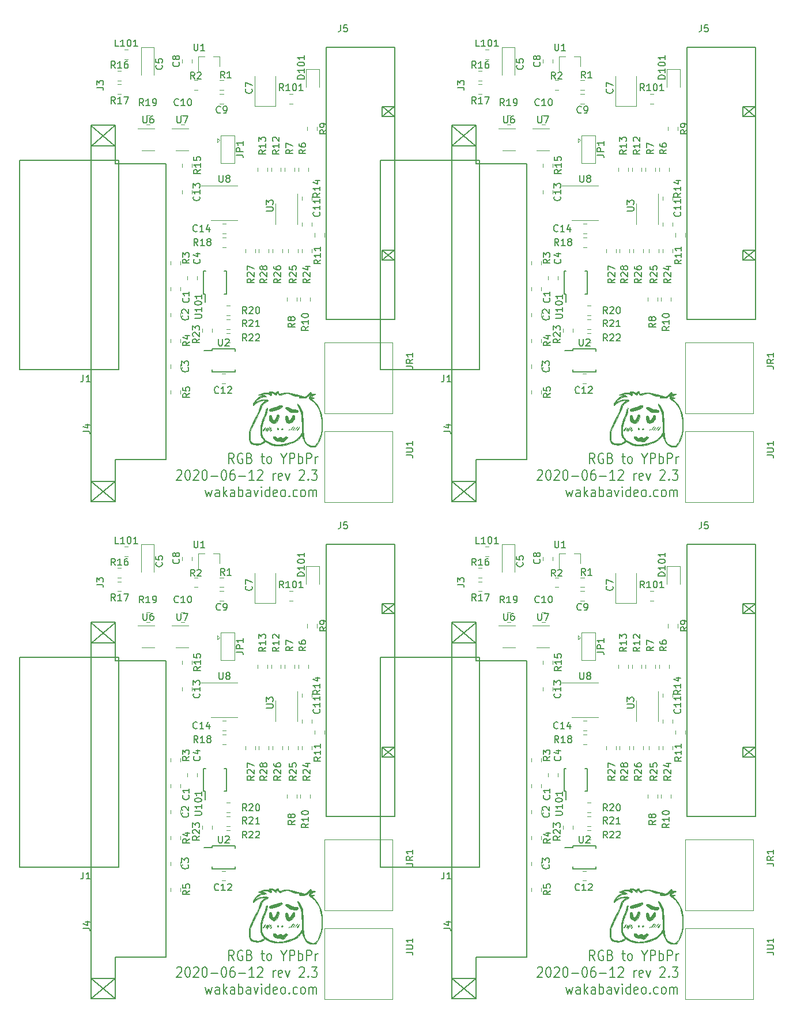
<source format=gbr>
%TF.GenerationSoftware,KiCad,Pcbnew,(5.1.5)-2*%
%TF.CreationDate,2020-06-17T11:39:24+12:00*%
%TF.ProjectId,output.RGB-to-component-panel,6f757470-7574-42e5-9247-422d746f2d63,rev?*%
%TF.SameCoordinates,Original*%
%TF.FileFunction,Legend,Top*%
%TF.FilePolarity,Positive*%
%FSLAX46Y46*%
G04 Gerber Fmt 4.6, Leading zero omitted, Abs format (unit mm)*
G04 Created by KiCad (PCBNEW (5.1.5)-2) date 2020-06-17 11:39:24*
%MOMM*%
%LPD*%
G04 APERTURE LIST*
%ADD10C,0.200000*%
%ADD11C,0.120000*%
%ADD12C,0.150000*%
%ADD13C,0.010000*%
G04 APERTURE END LIST*
D10*
X46227142Y-103128571D02*
X45793809Y-102414285D01*
X45484285Y-103128571D02*
X45484285Y-101628571D01*
X45979523Y-101628571D01*
X46103333Y-101700000D01*
X46165238Y-101771428D01*
X46227142Y-101914285D01*
X46227142Y-102128571D01*
X46165238Y-102271428D01*
X46103333Y-102342857D01*
X45979523Y-102414285D01*
X45484285Y-102414285D01*
X47465238Y-101700000D02*
X47341428Y-101628571D01*
X47155714Y-101628571D01*
X46970000Y-101700000D01*
X46846190Y-101842857D01*
X46784285Y-101985714D01*
X46722380Y-102271428D01*
X46722380Y-102485714D01*
X46784285Y-102771428D01*
X46846190Y-102914285D01*
X46970000Y-103057142D01*
X47155714Y-103128571D01*
X47279523Y-103128571D01*
X47465238Y-103057142D01*
X47527142Y-102985714D01*
X47527142Y-102485714D01*
X47279523Y-102485714D01*
X48517619Y-102342857D02*
X48703333Y-102414285D01*
X48765238Y-102485714D01*
X48827142Y-102628571D01*
X48827142Y-102842857D01*
X48765238Y-102985714D01*
X48703333Y-103057142D01*
X48579523Y-103128571D01*
X48084285Y-103128571D01*
X48084285Y-101628571D01*
X48517619Y-101628571D01*
X48641428Y-101700000D01*
X48703333Y-101771428D01*
X48765238Y-101914285D01*
X48765238Y-102057142D01*
X48703333Y-102200000D01*
X48641428Y-102271428D01*
X48517619Y-102342857D01*
X48084285Y-102342857D01*
X50189047Y-102128571D02*
X50684285Y-102128571D01*
X50374761Y-101628571D02*
X50374761Y-102914285D01*
X50436666Y-103057142D01*
X50560476Y-103128571D01*
X50684285Y-103128571D01*
X51303333Y-103128571D02*
X51179523Y-103057142D01*
X51117619Y-102985714D01*
X51055714Y-102842857D01*
X51055714Y-102414285D01*
X51117619Y-102271428D01*
X51179523Y-102200000D01*
X51303333Y-102128571D01*
X51489047Y-102128571D01*
X51612857Y-102200000D01*
X51674761Y-102271428D01*
X51736666Y-102414285D01*
X51736666Y-102842857D01*
X51674761Y-102985714D01*
X51612857Y-103057142D01*
X51489047Y-103128571D01*
X51303333Y-103128571D01*
X53531904Y-102414285D02*
X53531904Y-103128571D01*
X53098571Y-101628571D02*
X53531904Y-102414285D01*
X53965238Y-101628571D01*
X54398571Y-103128571D02*
X54398571Y-101628571D01*
X54893809Y-101628571D01*
X55017619Y-101700000D01*
X55079523Y-101771428D01*
X55141428Y-101914285D01*
X55141428Y-102128571D01*
X55079523Y-102271428D01*
X55017619Y-102342857D01*
X54893809Y-102414285D01*
X54398571Y-102414285D01*
X55698571Y-103128571D02*
X55698571Y-101628571D01*
X55698571Y-102200000D02*
X55822380Y-102128571D01*
X56070000Y-102128571D01*
X56193809Y-102200000D01*
X56255714Y-102271428D01*
X56317619Y-102414285D01*
X56317619Y-102842857D01*
X56255714Y-102985714D01*
X56193809Y-103057142D01*
X56070000Y-103128571D01*
X55822380Y-103128571D01*
X55698571Y-103057142D01*
X56874761Y-103128571D02*
X56874761Y-101628571D01*
X57370000Y-101628571D01*
X57493809Y-101700000D01*
X57555714Y-101771428D01*
X57617619Y-101914285D01*
X57617619Y-102128571D01*
X57555714Y-102271428D01*
X57493809Y-102342857D01*
X57370000Y-102414285D01*
X56874761Y-102414285D01*
X58174761Y-103128571D02*
X58174761Y-102128571D01*
X58174761Y-102414285D02*
X58236666Y-102271428D01*
X58298571Y-102200000D01*
X58422380Y-102128571D01*
X58546190Y-102128571D01*
X37808095Y-104221428D02*
X37870000Y-104150000D01*
X37993809Y-104078571D01*
X38303333Y-104078571D01*
X38427142Y-104150000D01*
X38489047Y-104221428D01*
X38550952Y-104364285D01*
X38550952Y-104507142D01*
X38489047Y-104721428D01*
X37746190Y-105578571D01*
X38550952Y-105578571D01*
X39355714Y-104078571D02*
X39479523Y-104078571D01*
X39603333Y-104150000D01*
X39665238Y-104221428D01*
X39727142Y-104364285D01*
X39789047Y-104650000D01*
X39789047Y-105007142D01*
X39727142Y-105292857D01*
X39665238Y-105435714D01*
X39603333Y-105507142D01*
X39479523Y-105578571D01*
X39355714Y-105578571D01*
X39231904Y-105507142D01*
X39170000Y-105435714D01*
X39108095Y-105292857D01*
X39046190Y-105007142D01*
X39046190Y-104650000D01*
X39108095Y-104364285D01*
X39170000Y-104221428D01*
X39231904Y-104150000D01*
X39355714Y-104078571D01*
X40284285Y-104221428D02*
X40346190Y-104150000D01*
X40470000Y-104078571D01*
X40779523Y-104078571D01*
X40903333Y-104150000D01*
X40965238Y-104221428D01*
X41027142Y-104364285D01*
X41027142Y-104507142D01*
X40965238Y-104721428D01*
X40222380Y-105578571D01*
X41027142Y-105578571D01*
X41831904Y-104078571D02*
X41955714Y-104078571D01*
X42079523Y-104150000D01*
X42141428Y-104221428D01*
X42203333Y-104364285D01*
X42265238Y-104650000D01*
X42265238Y-105007142D01*
X42203333Y-105292857D01*
X42141428Y-105435714D01*
X42079523Y-105507142D01*
X41955714Y-105578571D01*
X41831904Y-105578571D01*
X41708095Y-105507142D01*
X41646190Y-105435714D01*
X41584285Y-105292857D01*
X41522380Y-105007142D01*
X41522380Y-104650000D01*
X41584285Y-104364285D01*
X41646190Y-104221428D01*
X41708095Y-104150000D01*
X41831904Y-104078571D01*
X42822380Y-105007142D02*
X43812857Y-105007142D01*
X44679523Y-104078571D02*
X44803333Y-104078571D01*
X44927142Y-104150000D01*
X44989047Y-104221428D01*
X45050952Y-104364285D01*
X45112857Y-104650000D01*
X45112857Y-105007142D01*
X45050952Y-105292857D01*
X44989047Y-105435714D01*
X44927142Y-105507142D01*
X44803333Y-105578571D01*
X44679523Y-105578571D01*
X44555714Y-105507142D01*
X44493809Y-105435714D01*
X44431904Y-105292857D01*
X44370000Y-105007142D01*
X44370000Y-104650000D01*
X44431904Y-104364285D01*
X44493809Y-104221428D01*
X44555714Y-104150000D01*
X44679523Y-104078571D01*
X46227142Y-104078571D02*
X45979523Y-104078571D01*
X45855714Y-104150000D01*
X45793809Y-104221428D01*
X45670000Y-104435714D01*
X45608095Y-104721428D01*
X45608095Y-105292857D01*
X45670000Y-105435714D01*
X45731904Y-105507142D01*
X45855714Y-105578571D01*
X46103333Y-105578571D01*
X46227142Y-105507142D01*
X46289047Y-105435714D01*
X46350952Y-105292857D01*
X46350952Y-104935714D01*
X46289047Y-104792857D01*
X46227142Y-104721428D01*
X46103333Y-104650000D01*
X45855714Y-104650000D01*
X45731904Y-104721428D01*
X45670000Y-104792857D01*
X45608095Y-104935714D01*
X46908095Y-105007142D02*
X47898571Y-105007142D01*
X49198571Y-105578571D02*
X48455714Y-105578571D01*
X48827142Y-105578571D02*
X48827142Y-104078571D01*
X48703333Y-104292857D01*
X48579523Y-104435714D01*
X48455714Y-104507142D01*
X49693809Y-104221428D02*
X49755714Y-104150000D01*
X49879523Y-104078571D01*
X50189047Y-104078571D01*
X50312857Y-104150000D01*
X50374761Y-104221428D01*
X50436666Y-104364285D01*
X50436666Y-104507142D01*
X50374761Y-104721428D01*
X49631904Y-105578571D01*
X50436666Y-105578571D01*
X51984285Y-105578571D02*
X51984285Y-104578571D01*
X51984285Y-104864285D02*
X52046190Y-104721428D01*
X52108095Y-104650000D01*
X52231904Y-104578571D01*
X52355714Y-104578571D01*
X53284285Y-105507142D02*
X53160476Y-105578571D01*
X52912857Y-105578571D01*
X52789047Y-105507142D01*
X52727142Y-105364285D01*
X52727142Y-104792857D01*
X52789047Y-104650000D01*
X52912857Y-104578571D01*
X53160476Y-104578571D01*
X53284285Y-104650000D01*
X53346190Y-104792857D01*
X53346190Y-104935714D01*
X52727142Y-105078571D01*
X53779523Y-104578571D02*
X54089047Y-105578571D01*
X54398571Y-104578571D01*
X55822380Y-104221428D02*
X55884285Y-104150000D01*
X56008095Y-104078571D01*
X56317619Y-104078571D01*
X56441428Y-104150000D01*
X56503333Y-104221428D01*
X56565238Y-104364285D01*
X56565238Y-104507142D01*
X56503333Y-104721428D01*
X55760476Y-105578571D01*
X56565238Y-105578571D01*
X57122380Y-105435714D02*
X57184285Y-105507142D01*
X57122380Y-105578571D01*
X57060476Y-105507142D01*
X57122380Y-105435714D01*
X57122380Y-105578571D01*
X57617619Y-104078571D02*
X58422380Y-104078571D01*
X57989047Y-104650000D01*
X58174761Y-104650000D01*
X58298571Y-104721428D01*
X58360476Y-104792857D01*
X58422380Y-104935714D01*
X58422380Y-105292857D01*
X58360476Y-105435714D01*
X58298571Y-105507142D01*
X58174761Y-105578571D01*
X57803333Y-105578571D01*
X57679523Y-105507142D01*
X57617619Y-105435714D01*
X42017619Y-107028571D02*
X42265238Y-108028571D01*
X42512857Y-107314285D01*
X42760476Y-108028571D01*
X43008095Y-107028571D01*
X44060476Y-108028571D02*
X44060476Y-107242857D01*
X43998571Y-107100000D01*
X43874761Y-107028571D01*
X43627142Y-107028571D01*
X43503333Y-107100000D01*
X44060476Y-107957142D02*
X43936666Y-108028571D01*
X43627142Y-108028571D01*
X43503333Y-107957142D01*
X43441428Y-107814285D01*
X43441428Y-107671428D01*
X43503333Y-107528571D01*
X43627142Y-107457142D01*
X43936666Y-107457142D01*
X44060476Y-107385714D01*
X44679523Y-108028571D02*
X44679523Y-106528571D01*
X44803333Y-107457142D02*
X45174761Y-108028571D01*
X45174761Y-107028571D02*
X44679523Y-107600000D01*
X46289047Y-108028571D02*
X46289047Y-107242857D01*
X46227142Y-107100000D01*
X46103333Y-107028571D01*
X45855714Y-107028571D01*
X45731904Y-107100000D01*
X46289047Y-107957142D02*
X46165238Y-108028571D01*
X45855714Y-108028571D01*
X45731904Y-107957142D01*
X45670000Y-107814285D01*
X45670000Y-107671428D01*
X45731904Y-107528571D01*
X45855714Y-107457142D01*
X46165238Y-107457142D01*
X46289047Y-107385714D01*
X46908095Y-108028571D02*
X46908095Y-106528571D01*
X46908095Y-107100000D02*
X47031904Y-107028571D01*
X47279523Y-107028571D01*
X47403333Y-107100000D01*
X47465238Y-107171428D01*
X47527142Y-107314285D01*
X47527142Y-107742857D01*
X47465238Y-107885714D01*
X47403333Y-107957142D01*
X47279523Y-108028571D01*
X47031904Y-108028571D01*
X46908095Y-107957142D01*
X48641428Y-108028571D02*
X48641428Y-107242857D01*
X48579523Y-107100000D01*
X48455714Y-107028571D01*
X48208095Y-107028571D01*
X48084285Y-107100000D01*
X48641428Y-107957142D02*
X48517619Y-108028571D01*
X48208095Y-108028571D01*
X48084285Y-107957142D01*
X48022380Y-107814285D01*
X48022380Y-107671428D01*
X48084285Y-107528571D01*
X48208095Y-107457142D01*
X48517619Y-107457142D01*
X48641428Y-107385714D01*
X49136666Y-107028571D02*
X49446190Y-108028571D01*
X49755714Y-107028571D01*
X50250952Y-108028571D02*
X50250952Y-107028571D01*
X50250952Y-106528571D02*
X50189047Y-106600000D01*
X50250952Y-106671428D01*
X50312857Y-106600000D01*
X50250952Y-106528571D01*
X50250952Y-106671428D01*
X51427142Y-108028571D02*
X51427142Y-106528571D01*
X51427142Y-107957142D02*
X51303333Y-108028571D01*
X51055714Y-108028571D01*
X50931904Y-107957142D01*
X50870000Y-107885714D01*
X50808095Y-107742857D01*
X50808095Y-107314285D01*
X50870000Y-107171428D01*
X50931904Y-107100000D01*
X51055714Y-107028571D01*
X51303333Y-107028571D01*
X51427142Y-107100000D01*
X52541428Y-107957142D02*
X52417619Y-108028571D01*
X52170000Y-108028571D01*
X52046190Y-107957142D01*
X51984285Y-107814285D01*
X51984285Y-107242857D01*
X52046190Y-107100000D01*
X52170000Y-107028571D01*
X52417619Y-107028571D01*
X52541428Y-107100000D01*
X52603333Y-107242857D01*
X52603333Y-107385714D01*
X51984285Y-107528571D01*
X53346190Y-108028571D02*
X53222380Y-107957142D01*
X53160476Y-107885714D01*
X53098571Y-107742857D01*
X53098571Y-107314285D01*
X53160476Y-107171428D01*
X53222380Y-107100000D01*
X53346190Y-107028571D01*
X53531904Y-107028571D01*
X53655714Y-107100000D01*
X53717619Y-107171428D01*
X53779523Y-107314285D01*
X53779523Y-107742857D01*
X53717619Y-107885714D01*
X53655714Y-107957142D01*
X53531904Y-108028571D01*
X53346190Y-108028571D01*
X54336666Y-107885714D02*
X54398571Y-107957142D01*
X54336666Y-108028571D01*
X54274761Y-107957142D01*
X54336666Y-107885714D01*
X54336666Y-108028571D01*
X55512857Y-107957142D02*
X55389047Y-108028571D01*
X55141428Y-108028571D01*
X55017619Y-107957142D01*
X54955714Y-107885714D01*
X54893809Y-107742857D01*
X54893809Y-107314285D01*
X54955714Y-107171428D01*
X55017619Y-107100000D01*
X55141428Y-107028571D01*
X55389047Y-107028571D01*
X55512857Y-107100000D01*
X56255714Y-108028571D02*
X56131904Y-107957142D01*
X56070000Y-107885714D01*
X56008095Y-107742857D01*
X56008095Y-107314285D01*
X56070000Y-107171428D01*
X56131904Y-107100000D01*
X56255714Y-107028571D01*
X56441428Y-107028571D01*
X56565238Y-107100000D01*
X56627142Y-107171428D01*
X56689047Y-107314285D01*
X56689047Y-107742857D01*
X56627142Y-107885714D01*
X56565238Y-107957142D01*
X56441428Y-108028571D01*
X56255714Y-108028571D01*
X57246190Y-108028571D02*
X57246190Y-107028571D01*
X57246190Y-107171428D02*
X57308095Y-107100000D01*
X57431904Y-107028571D01*
X57617619Y-107028571D01*
X57741428Y-107100000D01*
X57803333Y-107242857D01*
X57803333Y-108028571D01*
X57803333Y-107242857D02*
X57865238Y-107100000D01*
X57989047Y-107028571D01*
X58174761Y-107028571D01*
X58298571Y-107100000D01*
X58360476Y-107242857D01*
X58360476Y-108028571D01*
X99227142Y-103128571D02*
X98793809Y-102414285D01*
X98484285Y-103128571D02*
X98484285Y-101628571D01*
X98979523Y-101628571D01*
X99103333Y-101700000D01*
X99165238Y-101771428D01*
X99227142Y-101914285D01*
X99227142Y-102128571D01*
X99165238Y-102271428D01*
X99103333Y-102342857D01*
X98979523Y-102414285D01*
X98484285Y-102414285D01*
X100465238Y-101700000D02*
X100341428Y-101628571D01*
X100155714Y-101628571D01*
X99970000Y-101700000D01*
X99846190Y-101842857D01*
X99784285Y-101985714D01*
X99722380Y-102271428D01*
X99722380Y-102485714D01*
X99784285Y-102771428D01*
X99846190Y-102914285D01*
X99970000Y-103057142D01*
X100155714Y-103128571D01*
X100279523Y-103128571D01*
X100465238Y-103057142D01*
X100527142Y-102985714D01*
X100527142Y-102485714D01*
X100279523Y-102485714D01*
X101517619Y-102342857D02*
X101703333Y-102414285D01*
X101765238Y-102485714D01*
X101827142Y-102628571D01*
X101827142Y-102842857D01*
X101765238Y-102985714D01*
X101703333Y-103057142D01*
X101579523Y-103128571D01*
X101084285Y-103128571D01*
X101084285Y-101628571D01*
X101517619Y-101628571D01*
X101641428Y-101700000D01*
X101703333Y-101771428D01*
X101765238Y-101914285D01*
X101765238Y-102057142D01*
X101703333Y-102200000D01*
X101641428Y-102271428D01*
X101517619Y-102342857D01*
X101084285Y-102342857D01*
X103189047Y-102128571D02*
X103684285Y-102128571D01*
X103374761Y-101628571D02*
X103374761Y-102914285D01*
X103436666Y-103057142D01*
X103560476Y-103128571D01*
X103684285Y-103128571D01*
X104303333Y-103128571D02*
X104179523Y-103057142D01*
X104117619Y-102985714D01*
X104055714Y-102842857D01*
X104055714Y-102414285D01*
X104117619Y-102271428D01*
X104179523Y-102200000D01*
X104303333Y-102128571D01*
X104489047Y-102128571D01*
X104612857Y-102200000D01*
X104674761Y-102271428D01*
X104736666Y-102414285D01*
X104736666Y-102842857D01*
X104674761Y-102985714D01*
X104612857Y-103057142D01*
X104489047Y-103128571D01*
X104303333Y-103128571D01*
X106531904Y-102414285D02*
X106531904Y-103128571D01*
X106098571Y-101628571D02*
X106531904Y-102414285D01*
X106965238Y-101628571D01*
X107398571Y-103128571D02*
X107398571Y-101628571D01*
X107893809Y-101628571D01*
X108017619Y-101700000D01*
X108079523Y-101771428D01*
X108141428Y-101914285D01*
X108141428Y-102128571D01*
X108079523Y-102271428D01*
X108017619Y-102342857D01*
X107893809Y-102414285D01*
X107398571Y-102414285D01*
X108698571Y-103128571D02*
X108698571Y-101628571D01*
X108698571Y-102200000D02*
X108822380Y-102128571D01*
X109070000Y-102128571D01*
X109193809Y-102200000D01*
X109255714Y-102271428D01*
X109317619Y-102414285D01*
X109317619Y-102842857D01*
X109255714Y-102985714D01*
X109193809Y-103057142D01*
X109070000Y-103128571D01*
X108822380Y-103128571D01*
X108698571Y-103057142D01*
X109874761Y-103128571D02*
X109874761Y-101628571D01*
X110370000Y-101628571D01*
X110493809Y-101700000D01*
X110555714Y-101771428D01*
X110617619Y-101914285D01*
X110617619Y-102128571D01*
X110555714Y-102271428D01*
X110493809Y-102342857D01*
X110370000Y-102414285D01*
X109874761Y-102414285D01*
X111174761Y-103128571D02*
X111174761Y-102128571D01*
X111174761Y-102414285D02*
X111236666Y-102271428D01*
X111298571Y-102200000D01*
X111422380Y-102128571D01*
X111546190Y-102128571D01*
X90808095Y-104221428D02*
X90870000Y-104150000D01*
X90993809Y-104078571D01*
X91303333Y-104078571D01*
X91427142Y-104150000D01*
X91489047Y-104221428D01*
X91550952Y-104364285D01*
X91550952Y-104507142D01*
X91489047Y-104721428D01*
X90746190Y-105578571D01*
X91550952Y-105578571D01*
X92355714Y-104078571D02*
X92479523Y-104078571D01*
X92603333Y-104150000D01*
X92665238Y-104221428D01*
X92727142Y-104364285D01*
X92789047Y-104650000D01*
X92789047Y-105007142D01*
X92727142Y-105292857D01*
X92665238Y-105435714D01*
X92603333Y-105507142D01*
X92479523Y-105578571D01*
X92355714Y-105578571D01*
X92231904Y-105507142D01*
X92170000Y-105435714D01*
X92108095Y-105292857D01*
X92046190Y-105007142D01*
X92046190Y-104650000D01*
X92108095Y-104364285D01*
X92170000Y-104221428D01*
X92231904Y-104150000D01*
X92355714Y-104078571D01*
X93284285Y-104221428D02*
X93346190Y-104150000D01*
X93470000Y-104078571D01*
X93779523Y-104078571D01*
X93903333Y-104150000D01*
X93965238Y-104221428D01*
X94027142Y-104364285D01*
X94027142Y-104507142D01*
X93965238Y-104721428D01*
X93222380Y-105578571D01*
X94027142Y-105578571D01*
X94831904Y-104078571D02*
X94955714Y-104078571D01*
X95079523Y-104150000D01*
X95141428Y-104221428D01*
X95203333Y-104364285D01*
X95265238Y-104650000D01*
X95265238Y-105007142D01*
X95203333Y-105292857D01*
X95141428Y-105435714D01*
X95079523Y-105507142D01*
X94955714Y-105578571D01*
X94831904Y-105578571D01*
X94708095Y-105507142D01*
X94646190Y-105435714D01*
X94584285Y-105292857D01*
X94522380Y-105007142D01*
X94522380Y-104650000D01*
X94584285Y-104364285D01*
X94646190Y-104221428D01*
X94708095Y-104150000D01*
X94831904Y-104078571D01*
X95822380Y-105007142D02*
X96812857Y-105007142D01*
X97679523Y-104078571D02*
X97803333Y-104078571D01*
X97927142Y-104150000D01*
X97989047Y-104221428D01*
X98050952Y-104364285D01*
X98112857Y-104650000D01*
X98112857Y-105007142D01*
X98050952Y-105292857D01*
X97989047Y-105435714D01*
X97927142Y-105507142D01*
X97803333Y-105578571D01*
X97679523Y-105578571D01*
X97555714Y-105507142D01*
X97493809Y-105435714D01*
X97431904Y-105292857D01*
X97370000Y-105007142D01*
X97370000Y-104650000D01*
X97431904Y-104364285D01*
X97493809Y-104221428D01*
X97555714Y-104150000D01*
X97679523Y-104078571D01*
X99227142Y-104078571D02*
X98979523Y-104078571D01*
X98855714Y-104150000D01*
X98793809Y-104221428D01*
X98670000Y-104435714D01*
X98608095Y-104721428D01*
X98608095Y-105292857D01*
X98670000Y-105435714D01*
X98731904Y-105507142D01*
X98855714Y-105578571D01*
X99103333Y-105578571D01*
X99227142Y-105507142D01*
X99289047Y-105435714D01*
X99350952Y-105292857D01*
X99350952Y-104935714D01*
X99289047Y-104792857D01*
X99227142Y-104721428D01*
X99103333Y-104650000D01*
X98855714Y-104650000D01*
X98731904Y-104721428D01*
X98670000Y-104792857D01*
X98608095Y-104935714D01*
X99908095Y-105007142D02*
X100898571Y-105007142D01*
X102198571Y-105578571D02*
X101455714Y-105578571D01*
X101827142Y-105578571D02*
X101827142Y-104078571D01*
X101703333Y-104292857D01*
X101579523Y-104435714D01*
X101455714Y-104507142D01*
X102693809Y-104221428D02*
X102755714Y-104150000D01*
X102879523Y-104078571D01*
X103189047Y-104078571D01*
X103312857Y-104150000D01*
X103374761Y-104221428D01*
X103436666Y-104364285D01*
X103436666Y-104507142D01*
X103374761Y-104721428D01*
X102631904Y-105578571D01*
X103436666Y-105578571D01*
X104984285Y-105578571D02*
X104984285Y-104578571D01*
X104984285Y-104864285D02*
X105046190Y-104721428D01*
X105108095Y-104650000D01*
X105231904Y-104578571D01*
X105355714Y-104578571D01*
X106284285Y-105507142D02*
X106160476Y-105578571D01*
X105912857Y-105578571D01*
X105789047Y-105507142D01*
X105727142Y-105364285D01*
X105727142Y-104792857D01*
X105789047Y-104650000D01*
X105912857Y-104578571D01*
X106160476Y-104578571D01*
X106284285Y-104650000D01*
X106346190Y-104792857D01*
X106346190Y-104935714D01*
X105727142Y-105078571D01*
X106779523Y-104578571D02*
X107089047Y-105578571D01*
X107398571Y-104578571D01*
X108822380Y-104221428D02*
X108884285Y-104150000D01*
X109008095Y-104078571D01*
X109317619Y-104078571D01*
X109441428Y-104150000D01*
X109503333Y-104221428D01*
X109565238Y-104364285D01*
X109565238Y-104507142D01*
X109503333Y-104721428D01*
X108760476Y-105578571D01*
X109565238Y-105578571D01*
X110122380Y-105435714D02*
X110184285Y-105507142D01*
X110122380Y-105578571D01*
X110060476Y-105507142D01*
X110122380Y-105435714D01*
X110122380Y-105578571D01*
X110617619Y-104078571D02*
X111422380Y-104078571D01*
X110989047Y-104650000D01*
X111174761Y-104650000D01*
X111298571Y-104721428D01*
X111360476Y-104792857D01*
X111422380Y-104935714D01*
X111422380Y-105292857D01*
X111360476Y-105435714D01*
X111298571Y-105507142D01*
X111174761Y-105578571D01*
X110803333Y-105578571D01*
X110679523Y-105507142D01*
X110617619Y-105435714D01*
X95017619Y-107028571D02*
X95265238Y-108028571D01*
X95512857Y-107314285D01*
X95760476Y-108028571D01*
X96008095Y-107028571D01*
X97060476Y-108028571D02*
X97060476Y-107242857D01*
X96998571Y-107100000D01*
X96874761Y-107028571D01*
X96627142Y-107028571D01*
X96503333Y-107100000D01*
X97060476Y-107957142D02*
X96936666Y-108028571D01*
X96627142Y-108028571D01*
X96503333Y-107957142D01*
X96441428Y-107814285D01*
X96441428Y-107671428D01*
X96503333Y-107528571D01*
X96627142Y-107457142D01*
X96936666Y-107457142D01*
X97060476Y-107385714D01*
X97679523Y-108028571D02*
X97679523Y-106528571D01*
X97803333Y-107457142D02*
X98174761Y-108028571D01*
X98174761Y-107028571D02*
X97679523Y-107600000D01*
X99289047Y-108028571D02*
X99289047Y-107242857D01*
X99227142Y-107100000D01*
X99103333Y-107028571D01*
X98855714Y-107028571D01*
X98731904Y-107100000D01*
X99289047Y-107957142D02*
X99165238Y-108028571D01*
X98855714Y-108028571D01*
X98731904Y-107957142D01*
X98670000Y-107814285D01*
X98670000Y-107671428D01*
X98731904Y-107528571D01*
X98855714Y-107457142D01*
X99165238Y-107457142D01*
X99289047Y-107385714D01*
X99908095Y-108028571D02*
X99908095Y-106528571D01*
X99908095Y-107100000D02*
X100031904Y-107028571D01*
X100279523Y-107028571D01*
X100403333Y-107100000D01*
X100465238Y-107171428D01*
X100527142Y-107314285D01*
X100527142Y-107742857D01*
X100465238Y-107885714D01*
X100403333Y-107957142D01*
X100279523Y-108028571D01*
X100031904Y-108028571D01*
X99908095Y-107957142D01*
X101641428Y-108028571D02*
X101641428Y-107242857D01*
X101579523Y-107100000D01*
X101455714Y-107028571D01*
X101208095Y-107028571D01*
X101084285Y-107100000D01*
X101641428Y-107957142D02*
X101517619Y-108028571D01*
X101208095Y-108028571D01*
X101084285Y-107957142D01*
X101022380Y-107814285D01*
X101022380Y-107671428D01*
X101084285Y-107528571D01*
X101208095Y-107457142D01*
X101517619Y-107457142D01*
X101641428Y-107385714D01*
X102136666Y-107028571D02*
X102446190Y-108028571D01*
X102755714Y-107028571D01*
X103250952Y-108028571D02*
X103250952Y-107028571D01*
X103250952Y-106528571D02*
X103189047Y-106600000D01*
X103250952Y-106671428D01*
X103312857Y-106600000D01*
X103250952Y-106528571D01*
X103250952Y-106671428D01*
X104427142Y-108028571D02*
X104427142Y-106528571D01*
X104427142Y-107957142D02*
X104303333Y-108028571D01*
X104055714Y-108028571D01*
X103931904Y-107957142D01*
X103870000Y-107885714D01*
X103808095Y-107742857D01*
X103808095Y-107314285D01*
X103870000Y-107171428D01*
X103931904Y-107100000D01*
X104055714Y-107028571D01*
X104303333Y-107028571D01*
X104427142Y-107100000D01*
X105541428Y-107957142D02*
X105417619Y-108028571D01*
X105170000Y-108028571D01*
X105046190Y-107957142D01*
X104984285Y-107814285D01*
X104984285Y-107242857D01*
X105046190Y-107100000D01*
X105170000Y-107028571D01*
X105417619Y-107028571D01*
X105541428Y-107100000D01*
X105603333Y-107242857D01*
X105603333Y-107385714D01*
X104984285Y-107528571D01*
X106346190Y-108028571D02*
X106222380Y-107957142D01*
X106160476Y-107885714D01*
X106098571Y-107742857D01*
X106098571Y-107314285D01*
X106160476Y-107171428D01*
X106222380Y-107100000D01*
X106346190Y-107028571D01*
X106531904Y-107028571D01*
X106655714Y-107100000D01*
X106717619Y-107171428D01*
X106779523Y-107314285D01*
X106779523Y-107742857D01*
X106717619Y-107885714D01*
X106655714Y-107957142D01*
X106531904Y-108028571D01*
X106346190Y-108028571D01*
X107336666Y-107885714D02*
X107398571Y-107957142D01*
X107336666Y-108028571D01*
X107274761Y-107957142D01*
X107336666Y-107885714D01*
X107336666Y-108028571D01*
X108512857Y-107957142D02*
X108389047Y-108028571D01*
X108141428Y-108028571D01*
X108017619Y-107957142D01*
X107955714Y-107885714D01*
X107893809Y-107742857D01*
X107893809Y-107314285D01*
X107955714Y-107171428D01*
X108017619Y-107100000D01*
X108141428Y-107028571D01*
X108389047Y-107028571D01*
X108512857Y-107100000D01*
X109255714Y-108028571D02*
X109131904Y-107957142D01*
X109070000Y-107885714D01*
X109008095Y-107742857D01*
X109008095Y-107314285D01*
X109070000Y-107171428D01*
X109131904Y-107100000D01*
X109255714Y-107028571D01*
X109441428Y-107028571D01*
X109565238Y-107100000D01*
X109627142Y-107171428D01*
X109689047Y-107314285D01*
X109689047Y-107742857D01*
X109627142Y-107885714D01*
X109565238Y-107957142D01*
X109441428Y-108028571D01*
X109255714Y-108028571D01*
X110246190Y-108028571D02*
X110246190Y-107028571D01*
X110246190Y-107171428D02*
X110308095Y-107100000D01*
X110431904Y-107028571D01*
X110617619Y-107028571D01*
X110741428Y-107100000D01*
X110803333Y-107242857D01*
X110803333Y-108028571D01*
X110803333Y-107242857D02*
X110865238Y-107100000D01*
X110989047Y-107028571D01*
X111174761Y-107028571D01*
X111298571Y-107100000D01*
X111360476Y-107242857D01*
X111360476Y-108028571D01*
X46227142Y-176128571D02*
X45793809Y-175414285D01*
X45484285Y-176128571D02*
X45484285Y-174628571D01*
X45979523Y-174628571D01*
X46103333Y-174700000D01*
X46165238Y-174771428D01*
X46227142Y-174914285D01*
X46227142Y-175128571D01*
X46165238Y-175271428D01*
X46103333Y-175342857D01*
X45979523Y-175414285D01*
X45484285Y-175414285D01*
X47465238Y-174700000D02*
X47341428Y-174628571D01*
X47155714Y-174628571D01*
X46970000Y-174700000D01*
X46846190Y-174842857D01*
X46784285Y-174985714D01*
X46722380Y-175271428D01*
X46722380Y-175485714D01*
X46784285Y-175771428D01*
X46846190Y-175914285D01*
X46970000Y-176057142D01*
X47155714Y-176128571D01*
X47279523Y-176128571D01*
X47465238Y-176057142D01*
X47527142Y-175985714D01*
X47527142Y-175485714D01*
X47279523Y-175485714D01*
X48517619Y-175342857D02*
X48703333Y-175414285D01*
X48765238Y-175485714D01*
X48827142Y-175628571D01*
X48827142Y-175842857D01*
X48765238Y-175985714D01*
X48703333Y-176057142D01*
X48579523Y-176128571D01*
X48084285Y-176128571D01*
X48084285Y-174628571D01*
X48517619Y-174628571D01*
X48641428Y-174700000D01*
X48703333Y-174771428D01*
X48765238Y-174914285D01*
X48765238Y-175057142D01*
X48703333Y-175200000D01*
X48641428Y-175271428D01*
X48517619Y-175342857D01*
X48084285Y-175342857D01*
X50189047Y-175128571D02*
X50684285Y-175128571D01*
X50374761Y-174628571D02*
X50374761Y-175914285D01*
X50436666Y-176057142D01*
X50560476Y-176128571D01*
X50684285Y-176128571D01*
X51303333Y-176128571D02*
X51179523Y-176057142D01*
X51117619Y-175985714D01*
X51055714Y-175842857D01*
X51055714Y-175414285D01*
X51117619Y-175271428D01*
X51179523Y-175200000D01*
X51303333Y-175128571D01*
X51489047Y-175128571D01*
X51612857Y-175200000D01*
X51674761Y-175271428D01*
X51736666Y-175414285D01*
X51736666Y-175842857D01*
X51674761Y-175985714D01*
X51612857Y-176057142D01*
X51489047Y-176128571D01*
X51303333Y-176128571D01*
X53531904Y-175414285D02*
X53531904Y-176128571D01*
X53098571Y-174628571D02*
X53531904Y-175414285D01*
X53965238Y-174628571D01*
X54398571Y-176128571D02*
X54398571Y-174628571D01*
X54893809Y-174628571D01*
X55017619Y-174700000D01*
X55079523Y-174771428D01*
X55141428Y-174914285D01*
X55141428Y-175128571D01*
X55079523Y-175271428D01*
X55017619Y-175342857D01*
X54893809Y-175414285D01*
X54398571Y-175414285D01*
X55698571Y-176128571D02*
X55698571Y-174628571D01*
X55698571Y-175200000D02*
X55822380Y-175128571D01*
X56070000Y-175128571D01*
X56193809Y-175200000D01*
X56255714Y-175271428D01*
X56317619Y-175414285D01*
X56317619Y-175842857D01*
X56255714Y-175985714D01*
X56193809Y-176057142D01*
X56070000Y-176128571D01*
X55822380Y-176128571D01*
X55698571Y-176057142D01*
X56874761Y-176128571D02*
X56874761Y-174628571D01*
X57370000Y-174628571D01*
X57493809Y-174700000D01*
X57555714Y-174771428D01*
X57617619Y-174914285D01*
X57617619Y-175128571D01*
X57555714Y-175271428D01*
X57493809Y-175342857D01*
X57370000Y-175414285D01*
X56874761Y-175414285D01*
X58174761Y-176128571D02*
X58174761Y-175128571D01*
X58174761Y-175414285D02*
X58236666Y-175271428D01*
X58298571Y-175200000D01*
X58422380Y-175128571D01*
X58546190Y-175128571D01*
X37808095Y-177221428D02*
X37870000Y-177150000D01*
X37993809Y-177078571D01*
X38303333Y-177078571D01*
X38427142Y-177150000D01*
X38489047Y-177221428D01*
X38550952Y-177364285D01*
X38550952Y-177507142D01*
X38489047Y-177721428D01*
X37746190Y-178578571D01*
X38550952Y-178578571D01*
X39355714Y-177078571D02*
X39479523Y-177078571D01*
X39603333Y-177150000D01*
X39665238Y-177221428D01*
X39727142Y-177364285D01*
X39789047Y-177650000D01*
X39789047Y-178007142D01*
X39727142Y-178292857D01*
X39665238Y-178435714D01*
X39603333Y-178507142D01*
X39479523Y-178578571D01*
X39355714Y-178578571D01*
X39231904Y-178507142D01*
X39170000Y-178435714D01*
X39108095Y-178292857D01*
X39046190Y-178007142D01*
X39046190Y-177650000D01*
X39108095Y-177364285D01*
X39170000Y-177221428D01*
X39231904Y-177150000D01*
X39355714Y-177078571D01*
X40284285Y-177221428D02*
X40346190Y-177150000D01*
X40470000Y-177078571D01*
X40779523Y-177078571D01*
X40903333Y-177150000D01*
X40965238Y-177221428D01*
X41027142Y-177364285D01*
X41027142Y-177507142D01*
X40965238Y-177721428D01*
X40222380Y-178578571D01*
X41027142Y-178578571D01*
X41831904Y-177078571D02*
X41955714Y-177078571D01*
X42079523Y-177150000D01*
X42141428Y-177221428D01*
X42203333Y-177364285D01*
X42265238Y-177650000D01*
X42265238Y-178007142D01*
X42203333Y-178292857D01*
X42141428Y-178435714D01*
X42079523Y-178507142D01*
X41955714Y-178578571D01*
X41831904Y-178578571D01*
X41708095Y-178507142D01*
X41646190Y-178435714D01*
X41584285Y-178292857D01*
X41522380Y-178007142D01*
X41522380Y-177650000D01*
X41584285Y-177364285D01*
X41646190Y-177221428D01*
X41708095Y-177150000D01*
X41831904Y-177078571D01*
X42822380Y-178007142D02*
X43812857Y-178007142D01*
X44679523Y-177078571D02*
X44803333Y-177078571D01*
X44927142Y-177150000D01*
X44989047Y-177221428D01*
X45050952Y-177364285D01*
X45112857Y-177650000D01*
X45112857Y-178007142D01*
X45050952Y-178292857D01*
X44989047Y-178435714D01*
X44927142Y-178507142D01*
X44803333Y-178578571D01*
X44679523Y-178578571D01*
X44555714Y-178507142D01*
X44493809Y-178435714D01*
X44431904Y-178292857D01*
X44370000Y-178007142D01*
X44370000Y-177650000D01*
X44431904Y-177364285D01*
X44493809Y-177221428D01*
X44555714Y-177150000D01*
X44679523Y-177078571D01*
X46227142Y-177078571D02*
X45979523Y-177078571D01*
X45855714Y-177150000D01*
X45793809Y-177221428D01*
X45670000Y-177435714D01*
X45608095Y-177721428D01*
X45608095Y-178292857D01*
X45670000Y-178435714D01*
X45731904Y-178507142D01*
X45855714Y-178578571D01*
X46103333Y-178578571D01*
X46227142Y-178507142D01*
X46289047Y-178435714D01*
X46350952Y-178292857D01*
X46350952Y-177935714D01*
X46289047Y-177792857D01*
X46227142Y-177721428D01*
X46103333Y-177650000D01*
X45855714Y-177650000D01*
X45731904Y-177721428D01*
X45670000Y-177792857D01*
X45608095Y-177935714D01*
X46908095Y-178007142D02*
X47898571Y-178007142D01*
X49198571Y-178578571D02*
X48455714Y-178578571D01*
X48827142Y-178578571D02*
X48827142Y-177078571D01*
X48703333Y-177292857D01*
X48579523Y-177435714D01*
X48455714Y-177507142D01*
X49693809Y-177221428D02*
X49755714Y-177150000D01*
X49879523Y-177078571D01*
X50189047Y-177078571D01*
X50312857Y-177150000D01*
X50374761Y-177221428D01*
X50436666Y-177364285D01*
X50436666Y-177507142D01*
X50374761Y-177721428D01*
X49631904Y-178578571D01*
X50436666Y-178578571D01*
X51984285Y-178578571D02*
X51984285Y-177578571D01*
X51984285Y-177864285D02*
X52046190Y-177721428D01*
X52108095Y-177650000D01*
X52231904Y-177578571D01*
X52355714Y-177578571D01*
X53284285Y-178507142D02*
X53160476Y-178578571D01*
X52912857Y-178578571D01*
X52789047Y-178507142D01*
X52727142Y-178364285D01*
X52727142Y-177792857D01*
X52789047Y-177650000D01*
X52912857Y-177578571D01*
X53160476Y-177578571D01*
X53284285Y-177650000D01*
X53346190Y-177792857D01*
X53346190Y-177935714D01*
X52727142Y-178078571D01*
X53779523Y-177578571D02*
X54089047Y-178578571D01*
X54398571Y-177578571D01*
X55822380Y-177221428D02*
X55884285Y-177150000D01*
X56008095Y-177078571D01*
X56317619Y-177078571D01*
X56441428Y-177150000D01*
X56503333Y-177221428D01*
X56565238Y-177364285D01*
X56565238Y-177507142D01*
X56503333Y-177721428D01*
X55760476Y-178578571D01*
X56565238Y-178578571D01*
X57122380Y-178435714D02*
X57184285Y-178507142D01*
X57122380Y-178578571D01*
X57060476Y-178507142D01*
X57122380Y-178435714D01*
X57122380Y-178578571D01*
X57617619Y-177078571D02*
X58422380Y-177078571D01*
X57989047Y-177650000D01*
X58174761Y-177650000D01*
X58298571Y-177721428D01*
X58360476Y-177792857D01*
X58422380Y-177935714D01*
X58422380Y-178292857D01*
X58360476Y-178435714D01*
X58298571Y-178507142D01*
X58174761Y-178578571D01*
X57803333Y-178578571D01*
X57679523Y-178507142D01*
X57617619Y-178435714D01*
X42017619Y-180028571D02*
X42265238Y-181028571D01*
X42512857Y-180314285D01*
X42760476Y-181028571D01*
X43008095Y-180028571D01*
X44060476Y-181028571D02*
X44060476Y-180242857D01*
X43998571Y-180100000D01*
X43874761Y-180028571D01*
X43627142Y-180028571D01*
X43503333Y-180100000D01*
X44060476Y-180957142D02*
X43936666Y-181028571D01*
X43627142Y-181028571D01*
X43503333Y-180957142D01*
X43441428Y-180814285D01*
X43441428Y-180671428D01*
X43503333Y-180528571D01*
X43627142Y-180457142D01*
X43936666Y-180457142D01*
X44060476Y-180385714D01*
X44679523Y-181028571D02*
X44679523Y-179528571D01*
X44803333Y-180457142D02*
X45174761Y-181028571D01*
X45174761Y-180028571D02*
X44679523Y-180600000D01*
X46289047Y-181028571D02*
X46289047Y-180242857D01*
X46227142Y-180100000D01*
X46103333Y-180028571D01*
X45855714Y-180028571D01*
X45731904Y-180100000D01*
X46289047Y-180957142D02*
X46165238Y-181028571D01*
X45855714Y-181028571D01*
X45731904Y-180957142D01*
X45670000Y-180814285D01*
X45670000Y-180671428D01*
X45731904Y-180528571D01*
X45855714Y-180457142D01*
X46165238Y-180457142D01*
X46289047Y-180385714D01*
X46908095Y-181028571D02*
X46908095Y-179528571D01*
X46908095Y-180100000D02*
X47031904Y-180028571D01*
X47279523Y-180028571D01*
X47403333Y-180100000D01*
X47465238Y-180171428D01*
X47527142Y-180314285D01*
X47527142Y-180742857D01*
X47465238Y-180885714D01*
X47403333Y-180957142D01*
X47279523Y-181028571D01*
X47031904Y-181028571D01*
X46908095Y-180957142D01*
X48641428Y-181028571D02*
X48641428Y-180242857D01*
X48579523Y-180100000D01*
X48455714Y-180028571D01*
X48208095Y-180028571D01*
X48084285Y-180100000D01*
X48641428Y-180957142D02*
X48517619Y-181028571D01*
X48208095Y-181028571D01*
X48084285Y-180957142D01*
X48022380Y-180814285D01*
X48022380Y-180671428D01*
X48084285Y-180528571D01*
X48208095Y-180457142D01*
X48517619Y-180457142D01*
X48641428Y-180385714D01*
X49136666Y-180028571D02*
X49446190Y-181028571D01*
X49755714Y-180028571D01*
X50250952Y-181028571D02*
X50250952Y-180028571D01*
X50250952Y-179528571D02*
X50189047Y-179600000D01*
X50250952Y-179671428D01*
X50312857Y-179600000D01*
X50250952Y-179528571D01*
X50250952Y-179671428D01*
X51427142Y-181028571D02*
X51427142Y-179528571D01*
X51427142Y-180957142D02*
X51303333Y-181028571D01*
X51055714Y-181028571D01*
X50931904Y-180957142D01*
X50870000Y-180885714D01*
X50808095Y-180742857D01*
X50808095Y-180314285D01*
X50870000Y-180171428D01*
X50931904Y-180100000D01*
X51055714Y-180028571D01*
X51303333Y-180028571D01*
X51427142Y-180100000D01*
X52541428Y-180957142D02*
X52417619Y-181028571D01*
X52170000Y-181028571D01*
X52046190Y-180957142D01*
X51984285Y-180814285D01*
X51984285Y-180242857D01*
X52046190Y-180100000D01*
X52170000Y-180028571D01*
X52417619Y-180028571D01*
X52541428Y-180100000D01*
X52603333Y-180242857D01*
X52603333Y-180385714D01*
X51984285Y-180528571D01*
X53346190Y-181028571D02*
X53222380Y-180957142D01*
X53160476Y-180885714D01*
X53098571Y-180742857D01*
X53098571Y-180314285D01*
X53160476Y-180171428D01*
X53222380Y-180100000D01*
X53346190Y-180028571D01*
X53531904Y-180028571D01*
X53655714Y-180100000D01*
X53717619Y-180171428D01*
X53779523Y-180314285D01*
X53779523Y-180742857D01*
X53717619Y-180885714D01*
X53655714Y-180957142D01*
X53531904Y-181028571D01*
X53346190Y-181028571D01*
X54336666Y-180885714D02*
X54398571Y-180957142D01*
X54336666Y-181028571D01*
X54274761Y-180957142D01*
X54336666Y-180885714D01*
X54336666Y-181028571D01*
X55512857Y-180957142D02*
X55389047Y-181028571D01*
X55141428Y-181028571D01*
X55017619Y-180957142D01*
X54955714Y-180885714D01*
X54893809Y-180742857D01*
X54893809Y-180314285D01*
X54955714Y-180171428D01*
X55017619Y-180100000D01*
X55141428Y-180028571D01*
X55389047Y-180028571D01*
X55512857Y-180100000D01*
X56255714Y-181028571D02*
X56131904Y-180957142D01*
X56070000Y-180885714D01*
X56008095Y-180742857D01*
X56008095Y-180314285D01*
X56070000Y-180171428D01*
X56131904Y-180100000D01*
X56255714Y-180028571D01*
X56441428Y-180028571D01*
X56565238Y-180100000D01*
X56627142Y-180171428D01*
X56689047Y-180314285D01*
X56689047Y-180742857D01*
X56627142Y-180885714D01*
X56565238Y-180957142D01*
X56441428Y-181028571D01*
X56255714Y-181028571D01*
X57246190Y-181028571D02*
X57246190Y-180028571D01*
X57246190Y-180171428D02*
X57308095Y-180100000D01*
X57431904Y-180028571D01*
X57617619Y-180028571D01*
X57741428Y-180100000D01*
X57803333Y-180242857D01*
X57803333Y-181028571D01*
X57803333Y-180242857D02*
X57865238Y-180100000D01*
X57989047Y-180028571D01*
X58174761Y-180028571D01*
X58298571Y-180100000D01*
X58360476Y-180242857D01*
X58360476Y-181028571D01*
X99227142Y-176128571D02*
X98793809Y-175414285D01*
X98484285Y-176128571D02*
X98484285Y-174628571D01*
X98979523Y-174628571D01*
X99103333Y-174700000D01*
X99165238Y-174771428D01*
X99227142Y-174914285D01*
X99227142Y-175128571D01*
X99165238Y-175271428D01*
X99103333Y-175342857D01*
X98979523Y-175414285D01*
X98484285Y-175414285D01*
X100465238Y-174700000D02*
X100341428Y-174628571D01*
X100155714Y-174628571D01*
X99970000Y-174700000D01*
X99846190Y-174842857D01*
X99784285Y-174985714D01*
X99722380Y-175271428D01*
X99722380Y-175485714D01*
X99784285Y-175771428D01*
X99846190Y-175914285D01*
X99970000Y-176057142D01*
X100155714Y-176128571D01*
X100279523Y-176128571D01*
X100465238Y-176057142D01*
X100527142Y-175985714D01*
X100527142Y-175485714D01*
X100279523Y-175485714D01*
X101517619Y-175342857D02*
X101703333Y-175414285D01*
X101765238Y-175485714D01*
X101827142Y-175628571D01*
X101827142Y-175842857D01*
X101765238Y-175985714D01*
X101703333Y-176057142D01*
X101579523Y-176128571D01*
X101084285Y-176128571D01*
X101084285Y-174628571D01*
X101517619Y-174628571D01*
X101641428Y-174700000D01*
X101703333Y-174771428D01*
X101765238Y-174914285D01*
X101765238Y-175057142D01*
X101703333Y-175200000D01*
X101641428Y-175271428D01*
X101517619Y-175342857D01*
X101084285Y-175342857D01*
X103189047Y-175128571D02*
X103684285Y-175128571D01*
X103374761Y-174628571D02*
X103374761Y-175914285D01*
X103436666Y-176057142D01*
X103560476Y-176128571D01*
X103684285Y-176128571D01*
X104303333Y-176128571D02*
X104179523Y-176057142D01*
X104117619Y-175985714D01*
X104055714Y-175842857D01*
X104055714Y-175414285D01*
X104117619Y-175271428D01*
X104179523Y-175200000D01*
X104303333Y-175128571D01*
X104489047Y-175128571D01*
X104612857Y-175200000D01*
X104674761Y-175271428D01*
X104736666Y-175414285D01*
X104736666Y-175842857D01*
X104674761Y-175985714D01*
X104612857Y-176057142D01*
X104489047Y-176128571D01*
X104303333Y-176128571D01*
X106531904Y-175414285D02*
X106531904Y-176128571D01*
X106098571Y-174628571D02*
X106531904Y-175414285D01*
X106965238Y-174628571D01*
X107398571Y-176128571D02*
X107398571Y-174628571D01*
X107893809Y-174628571D01*
X108017619Y-174700000D01*
X108079523Y-174771428D01*
X108141428Y-174914285D01*
X108141428Y-175128571D01*
X108079523Y-175271428D01*
X108017619Y-175342857D01*
X107893809Y-175414285D01*
X107398571Y-175414285D01*
X108698571Y-176128571D02*
X108698571Y-174628571D01*
X108698571Y-175200000D02*
X108822380Y-175128571D01*
X109070000Y-175128571D01*
X109193809Y-175200000D01*
X109255714Y-175271428D01*
X109317619Y-175414285D01*
X109317619Y-175842857D01*
X109255714Y-175985714D01*
X109193809Y-176057142D01*
X109070000Y-176128571D01*
X108822380Y-176128571D01*
X108698571Y-176057142D01*
X109874761Y-176128571D02*
X109874761Y-174628571D01*
X110370000Y-174628571D01*
X110493809Y-174700000D01*
X110555714Y-174771428D01*
X110617619Y-174914285D01*
X110617619Y-175128571D01*
X110555714Y-175271428D01*
X110493809Y-175342857D01*
X110370000Y-175414285D01*
X109874761Y-175414285D01*
X111174761Y-176128571D02*
X111174761Y-175128571D01*
X111174761Y-175414285D02*
X111236666Y-175271428D01*
X111298571Y-175200000D01*
X111422380Y-175128571D01*
X111546190Y-175128571D01*
X90808095Y-177221428D02*
X90870000Y-177150000D01*
X90993809Y-177078571D01*
X91303333Y-177078571D01*
X91427142Y-177150000D01*
X91489047Y-177221428D01*
X91550952Y-177364285D01*
X91550952Y-177507142D01*
X91489047Y-177721428D01*
X90746190Y-178578571D01*
X91550952Y-178578571D01*
X92355714Y-177078571D02*
X92479523Y-177078571D01*
X92603333Y-177150000D01*
X92665238Y-177221428D01*
X92727142Y-177364285D01*
X92789047Y-177650000D01*
X92789047Y-178007142D01*
X92727142Y-178292857D01*
X92665238Y-178435714D01*
X92603333Y-178507142D01*
X92479523Y-178578571D01*
X92355714Y-178578571D01*
X92231904Y-178507142D01*
X92170000Y-178435714D01*
X92108095Y-178292857D01*
X92046190Y-178007142D01*
X92046190Y-177650000D01*
X92108095Y-177364285D01*
X92170000Y-177221428D01*
X92231904Y-177150000D01*
X92355714Y-177078571D01*
X93284285Y-177221428D02*
X93346190Y-177150000D01*
X93470000Y-177078571D01*
X93779523Y-177078571D01*
X93903333Y-177150000D01*
X93965238Y-177221428D01*
X94027142Y-177364285D01*
X94027142Y-177507142D01*
X93965238Y-177721428D01*
X93222380Y-178578571D01*
X94027142Y-178578571D01*
X94831904Y-177078571D02*
X94955714Y-177078571D01*
X95079523Y-177150000D01*
X95141428Y-177221428D01*
X95203333Y-177364285D01*
X95265238Y-177650000D01*
X95265238Y-178007142D01*
X95203333Y-178292857D01*
X95141428Y-178435714D01*
X95079523Y-178507142D01*
X94955714Y-178578571D01*
X94831904Y-178578571D01*
X94708095Y-178507142D01*
X94646190Y-178435714D01*
X94584285Y-178292857D01*
X94522380Y-178007142D01*
X94522380Y-177650000D01*
X94584285Y-177364285D01*
X94646190Y-177221428D01*
X94708095Y-177150000D01*
X94831904Y-177078571D01*
X95822380Y-178007142D02*
X96812857Y-178007142D01*
X97679523Y-177078571D02*
X97803333Y-177078571D01*
X97927142Y-177150000D01*
X97989047Y-177221428D01*
X98050952Y-177364285D01*
X98112857Y-177650000D01*
X98112857Y-178007142D01*
X98050952Y-178292857D01*
X97989047Y-178435714D01*
X97927142Y-178507142D01*
X97803333Y-178578571D01*
X97679523Y-178578571D01*
X97555714Y-178507142D01*
X97493809Y-178435714D01*
X97431904Y-178292857D01*
X97370000Y-178007142D01*
X97370000Y-177650000D01*
X97431904Y-177364285D01*
X97493809Y-177221428D01*
X97555714Y-177150000D01*
X97679523Y-177078571D01*
X99227142Y-177078571D02*
X98979523Y-177078571D01*
X98855714Y-177150000D01*
X98793809Y-177221428D01*
X98670000Y-177435714D01*
X98608095Y-177721428D01*
X98608095Y-178292857D01*
X98670000Y-178435714D01*
X98731904Y-178507142D01*
X98855714Y-178578571D01*
X99103333Y-178578571D01*
X99227142Y-178507142D01*
X99289047Y-178435714D01*
X99350952Y-178292857D01*
X99350952Y-177935714D01*
X99289047Y-177792857D01*
X99227142Y-177721428D01*
X99103333Y-177650000D01*
X98855714Y-177650000D01*
X98731904Y-177721428D01*
X98670000Y-177792857D01*
X98608095Y-177935714D01*
X99908095Y-178007142D02*
X100898571Y-178007142D01*
X102198571Y-178578571D02*
X101455714Y-178578571D01*
X101827142Y-178578571D02*
X101827142Y-177078571D01*
X101703333Y-177292857D01*
X101579523Y-177435714D01*
X101455714Y-177507142D01*
X102693809Y-177221428D02*
X102755714Y-177150000D01*
X102879523Y-177078571D01*
X103189047Y-177078571D01*
X103312857Y-177150000D01*
X103374761Y-177221428D01*
X103436666Y-177364285D01*
X103436666Y-177507142D01*
X103374761Y-177721428D01*
X102631904Y-178578571D01*
X103436666Y-178578571D01*
X104984285Y-178578571D02*
X104984285Y-177578571D01*
X104984285Y-177864285D02*
X105046190Y-177721428D01*
X105108095Y-177650000D01*
X105231904Y-177578571D01*
X105355714Y-177578571D01*
X106284285Y-178507142D02*
X106160476Y-178578571D01*
X105912857Y-178578571D01*
X105789047Y-178507142D01*
X105727142Y-178364285D01*
X105727142Y-177792857D01*
X105789047Y-177650000D01*
X105912857Y-177578571D01*
X106160476Y-177578571D01*
X106284285Y-177650000D01*
X106346190Y-177792857D01*
X106346190Y-177935714D01*
X105727142Y-178078571D01*
X106779523Y-177578571D02*
X107089047Y-178578571D01*
X107398571Y-177578571D01*
X108822380Y-177221428D02*
X108884285Y-177150000D01*
X109008095Y-177078571D01*
X109317619Y-177078571D01*
X109441428Y-177150000D01*
X109503333Y-177221428D01*
X109565238Y-177364285D01*
X109565238Y-177507142D01*
X109503333Y-177721428D01*
X108760476Y-178578571D01*
X109565238Y-178578571D01*
X110122380Y-178435714D02*
X110184285Y-178507142D01*
X110122380Y-178578571D01*
X110060476Y-178507142D01*
X110122380Y-178435714D01*
X110122380Y-178578571D01*
X110617619Y-177078571D02*
X111422380Y-177078571D01*
X110989047Y-177650000D01*
X111174761Y-177650000D01*
X111298571Y-177721428D01*
X111360476Y-177792857D01*
X111422380Y-177935714D01*
X111422380Y-178292857D01*
X111360476Y-178435714D01*
X111298571Y-178507142D01*
X111174761Y-178578571D01*
X110803333Y-178578571D01*
X110679523Y-178507142D01*
X110617619Y-178435714D01*
X95017619Y-180028571D02*
X95265238Y-181028571D01*
X95512857Y-180314285D01*
X95760476Y-181028571D01*
X96008095Y-180028571D01*
X97060476Y-181028571D02*
X97060476Y-180242857D01*
X96998571Y-180100000D01*
X96874761Y-180028571D01*
X96627142Y-180028571D01*
X96503333Y-180100000D01*
X97060476Y-180957142D02*
X96936666Y-181028571D01*
X96627142Y-181028571D01*
X96503333Y-180957142D01*
X96441428Y-180814285D01*
X96441428Y-180671428D01*
X96503333Y-180528571D01*
X96627142Y-180457142D01*
X96936666Y-180457142D01*
X97060476Y-180385714D01*
X97679523Y-181028571D02*
X97679523Y-179528571D01*
X97803333Y-180457142D02*
X98174761Y-181028571D01*
X98174761Y-180028571D02*
X97679523Y-180600000D01*
X99289047Y-181028571D02*
X99289047Y-180242857D01*
X99227142Y-180100000D01*
X99103333Y-180028571D01*
X98855714Y-180028571D01*
X98731904Y-180100000D01*
X99289047Y-180957142D02*
X99165238Y-181028571D01*
X98855714Y-181028571D01*
X98731904Y-180957142D01*
X98670000Y-180814285D01*
X98670000Y-180671428D01*
X98731904Y-180528571D01*
X98855714Y-180457142D01*
X99165238Y-180457142D01*
X99289047Y-180385714D01*
X99908095Y-181028571D02*
X99908095Y-179528571D01*
X99908095Y-180100000D02*
X100031904Y-180028571D01*
X100279523Y-180028571D01*
X100403333Y-180100000D01*
X100465238Y-180171428D01*
X100527142Y-180314285D01*
X100527142Y-180742857D01*
X100465238Y-180885714D01*
X100403333Y-180957142D01*
X100279523Y-181028571D01*
X100031904Y-181028571D01*
X99908095Y-180957142D01*
X101641428Y-181028571D02*
X101641428Y-180242857D01*
X101579523Y-180100000D01*
X101455714Y-180028571D01*
X101208095Y-180028571D01*
X101084285Y-180100000D01*
X101641428Y-180957142D02*
X101517619Y-181028571D01*
X101208095Y-181028571D01*
X101084285Y-180957142D01*
X101022380Y-180814285D01*
X101022380Y-180671428D01*
X101084285Y-180528571D01*
X101208095Y-180457142D01*
X101517619Y-180457142D01*
X101641428Y-180385714D01*
X102136666Y-180028571D02*
X102446190Y-181028571D01*
X102755714Y-180028571D01*
X103250952Y-181028571D02*
X103250952Y-180028571D01*
X103250952Y-179528571D02*
X103189047Y-179600000D01*
X103250952Y-179671428D01*
X103312857Y-179600000D01*
X103250952Y-179528571D01*
X103250952Y-179671428D01*
X104427142Y-181028571D02*
X104427142Y-179528571D01*
X104427142Y-180957142D02*
X104303333Y-181028571D01*
X104055714Y-181028571D01*
X103931904Y-180957142D01*
X103870000Y-180885714D01*
X103808095Y-180742857D01*
X103808095Y-180314285D01*
X103870000Y-180171428D01*
X103931904Y-180100000D01*
X104055714Y-180028571D01*
X104303333Y-180028571D01*
X104427142Y-180100000D01*
X105541428Y-180957142D02*
X105417619Y-181028571D01*
X105170000Y-181028571D01*
X105046190Y-180957142D01*
X104984285Y-180814285D01*
X104984285Y-180242857D01*
X105046190Y-180100000D01*
X105170000Y-180028571D01*
X105417619Y-180028571D01*
X105541428Y-180100000D01*
X105603333Y-180242857D01*
X105603333Y-180385714D01*
X104984285Y-180528571D01*
X106346190Y-181028571D02*
X106222380Y-180957142D01*
X106160476Y-180885714D01*
X106098571Y-180742857D01*
X106098571Y-180314285D01*
X106160476Y-180171428D01*
X106222380Y-180100000D01*
X106346190Y-180028571D01*
X106531904Y-180028571D01*
X106655714Y-180100000D01*
X106717619Y-180171428D01*
X106779523Y-180314285D01*
X106779523Y-180742857D01*
X106717619Y-180885714D01*
X106655714Y-180957142D01*
X106531904Y-181028571D01*
X106346190Y-181028571D01*
X107336666Y-180885714D02*
X107398571Y-180957142D01*
X107336666Y-181028571D01*
X107274761Y-180957142D01*
X107336666Y-180885714D01*
X107336666Y-181028571D01*
X108512857Y-180957142D02*
X108389047Y-181028571D01*
X108141428Y-181028571D01*
X108017619Y-180957142D01*
X107955714Y-180885714D01*
X107893809Y-180742857D01*
X107893809Y-180314285D01*
X107955714Y-180171428D01*
X108017619Y-180100000D01*
X108141428Y-180028571D01*
X108389047Y-180028571D01*
X108512857Y-180100000D01*
X109255714Y-181028571D02*
X109131904Y-180957142D01*
X109070000Y-180885714D01*
X109008095Y-180742857D01*
X109008095Y-180314285D01*
X109070000Y-180171428D01*
X109131904Y-180100000D01*
X109255714Y-180028571D01*
X109441428Y-180028571D01*
X109565238Y-180100000D01*
X109627142Y-180171428D01*
X109689047Y-180314285D01*
X109689047Y-180742857D01*
X109627142Y-180885714D01*
X109565238Y-180957142D01*
X109441428Y-181028571D01*
X109255714Y-181028571D01*
X110246190Y-181028571D02*
X110246190Y-180028571D01*
X110246190Y-180171428D02*
X110308095Y-180100000D01*
X110431904Y-180028571D01*
X110617619Y-180028571D01*
X110741428Y-180100000D01*
X110803333Y-180242857D01*
X110803333Y-181028571D01*
X110803333Y-180242857D02*
X110865238Y-180100000D01*
X110989047Y-180028571D01*
X111174761Y-180028571D01*
X111298571Y-180100000D01*
X111360476Y-180242857D01*
X111360476Y-181028571D01*
D11*
X55510000Y-66500000D02*
X55510000Y-63575000D01*
X55510000Y-66500000D02*
X55510000Y-68000000D01*
X52290000Y-66500000D02*
X52290000Y-65000000D01*
X52290000Y-66500000D02*
X52290000Y-68000000D01*
X30138748Y-43810000D02*
X30661252Y-43810000D01*
X30138748Y-42390000D02*
X30661252Y-42390000D01*
X54338748Y-50310000D02*
X54861252Y-50310000D01*
X54338748Y-48890000D02*
X54861252Y-48890000D01*
X58090000Y-69338748D02*
X58090000Y-69861252D01*
X59510000Y-69338748D02*
X59510000Y-69861252D01*
X56840000Y-45215000D02*
X56840000Y-47900000D01*
X58760000Y-45215000D02*
X56840000Y-45215000D01*
X58760000Y-47900000D02*
X58760000Y-45215000D01*
X51690000Y-59738748D02*
X51690000Y-60261252D01*
X53110000Y-59738748D02*
X53110000Y-60261252D01*
D12*
X41950000Y-78275000D02*
X41950000Y-79500000D01*
X45075000Y-78275000D02*
X45075000Y-74925000D01*
X41725000Y-78275000D02*
X41725000Y-74925000D01*
X45075000Y-78275000D02*
X44775000Y-78275000D01*
X45075000Y-74925000D02*
X44775000Y-74925000D01*
X41725000Y-74925000D02*
X42025000Y-74925000D01*
X41725000Y-78275000D02*
X41950000Y-78275000D01*
D11*
X32565000Y-42015000D02*
X32565000Y-46100000D01*
X34435000Y-42015000D02*
X32565000Y-42015000D01*
X34435000Y-46100000D02*
X34435000Y-42015000D01*
X52310000Y-50635000D02*
X52310000Y-46250000D01*
X49290000Y-50635000D02*
X52310000Y-50635000D01*
X49290000Y-46250000D02*
X49290000Y-50635000D01*
X39500000Y-53990000D02*
X37050000Y-53990000D01*
X37700000Y-57210000D02*
X39500000Y-57210000D01*
X34500000Y-53990000D02*
X32050000Y-53990000D01*
X32700000Y-57210000D02*
X34500000Y-57210000D01*
D12*
X43025000Y-86550000D02*
X41800000Y-86550000D01*
X43025000Y-89675000D02*
X46375000Y-89675000D01*
X43025000Y-86325000D02*
X46375000Y-86325000D01*
X43025000Y-89675000D02*
X43025000Y-89375000D01*
X46375000Y-89675000D02*
X46375000Y-89375000D01*
X46375000Y-86325000D02*
X46375000Y-86625000D01*
X43025000Y-86325000D02*
X43025000Y-86550000D01*
D11*
X57410000Y-79261252D02*
X57410000Y-78738748D01*
X55990000Y-79261252D02*
X55990000Y-78738748D01*
X56990000Y-53738748D02*
X56990000Y-54261252D01*
X58410000Y-53738748D02*
X58410000Y-54261252D01*
X55410000Y-79261252D02*
X55410000Y-78738748D01*
X53990000Y-79261252D02*
X53990000Y-78738748D01*
D13*
G36*
X52699334Y-92604484D02*
G01*
X52744447Y-92721512D01*
X52808691Y-92822524D01*
X52888475Y-92910076D01*
X52985612Y-92927480D01*
X53156537Y-92875772D01*
X53270645Y-92830999D01*
X53639344Y-92737396D01*
X54082480Y-92728687D01*
X54620845Y-92806805D01*
X55275228Y-92973685D01*
X55482855Y-93036825D01*
X55943707Y-93180918D01*
X56273757Y-93276618D01*
X56504691Y-93323190D01*
X56668197Y-93319898D01*
X56795960Y-93266009D01*
X56919666Y-93160787D01*
X57071003Y-93003498D01*
X57074427Y-92999922D01*
X57299966Y-92770356D01*
X57434873Y-92655627D01*
X57501952Y-92644848D01*
X57524009Y-92727135D01*
X57525334Y-92784676D01*
X57551028Y-92892418D01*
X57659400Y-92920257D01*
X57810903Y-92902345D01*
X58031758Y-92895234D01*
X58154044Y-92949172D01*
X58154566Y-92950002D01*
X58140225Y-93028136D01*
X58059497Y-93044420D01*
X57896414Y-93096041D01*
X57690920Y-93222744D01*
X57652334Y-93253042D01*
X57398334Y-93461243D01*
X57720830Y-93464288D01*
X57924185Y-93485228D01*
X57996286Y-93536652D01*
X57991000Y-93552000D01*
X57872986Y-93620282D01*
X57753170Y-93636895D01*
X57663349Y-93650574D01*
X57670404Y-93707697D01*
X57787209Y-93832892D01*
X57919169Y-93954395D01*
X58396816Y-94481520D01*
X58762079Y-95107455D01*
X58977116Y-95672906D01*
X59060163Y-95963925D01*
X59116230Y-96238356D01*
X59150093Y-96541141D01*
X59166527Y-96917217D01*
X59170307Y-97411524D01*
X59170111Y-97489000D01*
X59146052Y-98246868D01*
X59074011Y-98875177D01*
X58945865Y-99408941D01*
X58753495Y-99883177D01*
X58522049Y-100283000D01*
X58354563Y-100522212D01*
X58218423Y-100652208D01*
X58059288Y-100709823D01*
X57863346Y-100729524D01*
X57388660Y-100677596D01*
X57125237Y-100573534D01*
X56774076Y-100323867D01*
X56518422Y-99964554D01*
X56342739Y-99472973D01*
X56328386Y-99413140D01*
X56228632Y-98980982D01*
X55985023Y-99287524D01*
X55656819Y-99628483D01*
X55254593Y-99900193D01*
X54731611Y-100133962D01*
X54708971Y-100142427D01*
X53812197Y-100416885D01*
X52989818Y-100546786D01*
X52245390Y-100532206D01*
X51582469Y-100373222D01*
X51004613Y-100069911D01*
X50994357Y-100062664D01*
X50831763Y-99962182D01*
X50734238Y-99965124D01*
X50661857Y-100035598D01*
X50401643Y-100232570D01*
X50035698Y-100360951D01*
X49615983Y-100413853D01*
X49194460Y-100384387D01*
X48845178Y-100276460D01*
X48667328Y-100177041D01*
X48551967Y-100056079D01*
X48480066Y-99872818D01*
X48432597Y-99586503D01*
X48408366Y-99351593D01*
X48553669Y-99351593D01*
X48561480Y-99582727D01*
X48599792Y-99738855D01*
X48677000Y-99866863D01*
X48736376Y-99939123D01*
X48916068Y-100099565D01*
X49144416Y-100186074D01*
X49376557Y-100219537D01*
X49790560Y-100234300D01*
X50102930Y-100177276D01*
X50370652Y-100035962D01*
X50435867Y-99987115D01*
X50655247Y-99814550D01*
X50414815Y-99551312D01*
X50224711Y-99229213D01*
X50116881Y-98790861D01*
X50090129Y-98267333D01*
X50143264Y-97689708D01*
X50275090Y-97089067D01*
X50484415Y-96496487D01*
X50536666Y-96379093D01*
X50687684Y-96022497D01*
X50811698Y-95674949D01*
X50886632Y-95399790D01*
X50894915Y-95351166D01*
X50942844Y-95131603D01*
X51005032Y-95004223D01*
X51029302Y-94991333D01*
X51085579Y-95063881D01*
X51083665Y-95259321D01*
X51030752Y-95544341D01*
X50934036Y-95885632D01*
X50800709Y-96249885D01*
X50715035Y-96446532D01*
X50456037Y-97145577D01*
X50311598Y-97858557D01*
X50289856Y-98537071D01*
X50319263Y-98800081D01*
X50377426Y-99073375D01*
X50470207Y-99278348D01*
X50634306Y-99477832D01*
X50818202Y-99654237D01*
X51371259Y-100062661D01*
X51969665Y-100308960D01*
X52622958Y-100396511D01*
X52891685Y-100388571D01*
X53383564Y-100321176D01*
X53935137Y-100193750D01*
X54486927Y-100024217D01*
X54979457Y-99830506D01*
X55306027Y-99660887D01*
X55564889Y-99454572D01*
X55822674Y-99177286D01*
X55938715Y-99018537D01*
X56208377Y-98600741D01*
X56185431Y-97367537D01*
X56160042Y-96673557D01*
X56108201Y-96113854D01*
X56023275Y-95654537D01*
X55898633Y-95261713D01*
X55727642Y-94901491D01*
X55689832Y-94834740D01*
X55565573Y-94577913D01*
X55540632Y-94415691D01*
X55556097Y-94386703D01*
X55633119Y-94415499D01*
X55762030Y-94588743D01*
X55933185Y-94893124D01*
X55957882Y-94941330D01*
X56279890Y-95575735D01*
X56348711Y-97209701D01*
X56379802Y-97903612D01*
X56409652Y-98451631D01*
X56441007Y-98877151D01*
X56476615Y-99203568D01*
X56519222Y-99454274D01*
X56571575Y-99652663D01*
X56636421Y-99822131D01*
X56661987Y-99877707D01*
X56869696Y-100167650D01*
X57159879Y-100387765D01*
X57491657Y-100525036D01*
X57824153Y-100566445D01*
X58116488Y-100498979D01*
X58267248Y-100388833D01*
X58553750Y-99981418D01*
X58786618Y-99445907D01*
X58960407Y-98816534D01*
X59069675Y-98127533D01*
X59108981Y-97413138D01*
X59072881Y-96707583D01*
X58957084Y-96049666D01*
X58845749Y-95671743D01*
X58709694Y-95303921D01*
X58567712Y-94989885D01*
X58438598Y-94773319D01*
X58382150Y-94713251D01*
X58245012Y-94564770D01*
X58119797Y-94368040D01*
X57975290Y-94173772D01*
X57813528Y-94056905D01*
X57630353Y-93953341D01*
X57419445Y-93790057D01*
X57392132Y-93765334D01*
X57240912Y-93605190D01*
X57206369Y-93487925D01*
X57253901Y-93379117D01*
X57349527Y-93188148D01*
X57330836Y-93117189D01*
X57207055Y-93170447D01*
X57056721Y-93289229D01*
X56860623Y-93441909D01*
X56674324Y-93520918D01*
X56426878Y-93549432D01*
X56252387Y-93552000D01*
X55983002Y-93539079D01*
X55800497Y-93505363D01*
X55747334Y-93467333D01*
X55814819Y-93383068D01*
X55853167Y-93374227D01*
X55902653Y-93353981D01*
X55825154Y-93319592D01*
X55661397Y-93280311D01*
X55452107Y-93245386D01*
X55238009Y-93224065D01*
X55181881Y-93221772D01*
X54924745Y-93186058D01*
X54728515Y-93107616D01*
X54697571Y-93082808D01*
X54408568Y-92894060D01*
X54041246Y-92834855D01*
X53584355Y-92904978D01*
X53149528Y-93052942D01*
X52956259Y-93115115D01*
X52834183Y-93084183D01*
X52716619Y-92959654D01*
X52553181Y-92757817D01*
X52455741Y-92939887D01*
X52358300Y-93121957D01*
X52051335Y-92913645D01*
X51805763Y-92760303D01*
X51674787Y-92717532D01*
X51644741Y-92785347D01*
X51682194Y-92914002D01*
X51721269Y-93101465D01*
X51649733Y-93161950D01*
X51470254Y-93094338D01*
X51381718Y-93039737D01*
X51118771Y-92926964D01*
X50812516Y-92878585D01*
X50538351Y-92902024D01*
X50431739Y-92946166D01*
X50417942Y-93012092D01*
X50566747Y-93093081D01*
X50661766Y-93126829D01*
X50885758Y-93223889D01*
X50943904Y-93305312D01*
X50839584Y-93361452D01*
X50576178Y-93382663D01*
X50572104Y-93382666D01*
X50222607Y-93421155D01*
X49921888Y-93555537D01*
X49630167Y-93789852D01*
X49451675Y-93974373D01*
X49413014Y-94063540D01*
X49513481Y-94056469D01*
X49752377Y-93952276D01*
X49757167Y-93949891D01*
X50002878Y-93861972D01*
X50309862Y-93799413D01*
X50632338Y-93765139D01*
X50924525Y-93762078D01*
X51140641Y-93793153D01*
X51233336Y-93855555D01*
X51182846Y-93941727D01*
X51018846Y-94053598D01*
X50917589Y-94104021D01*
X50535831Y-94344289D01*
X50282970Y-94675940D01*
X50157053Y-95023553D01*
X50091635Y-95209191D01*
X49962617Y-95514647D01*
X49783913Y-95909190D01*
X49569435Y-96362086D01*
X49337168Y-96834484D01*
X49083345Y-97343603D01*
X48895465Y-97731584D01*
X48762902Y-98028324D01*
X48675031Y-98263717D01*
X48621224Y-98467661D01*
X48590855Y-98670049D01*
X48573299Y-98900778D01*
X48567962Y-98998568D01*
X48553669Y-99351593D01*
X48408366Y-99351593D01*
X48406952Y-99337893D01*
X48391936Y-98967543D01*
X48426484Y-98613255D01*
X48520611Y-98238910D01*
X48684333Y-97808389D01*
X48927667Y-97285571D01*
X49036209Y-97068746D01*
X49303007Y-96541987D01*
X49504482Y-96140786D01*
X49652244Y-95839854D01*
X49757900Y-95613898D01*
X49833060Y-95437629D01*
X49889331Y-95285755D01*
X49938323Y-95132987D01*
X49963974Y-95047498D01*
X50126144Y-94608241D01*
X50323732Y-94296832D01*
X50583902Y-94071990D01*
X50621377Y-94048403D01*
X50879000Y-93891299D01*
X50582667Y-93892842D01*
X50221803Y-93954056D01*
X49803947Y-94118918D01*
X49384210Y-94364159D01*
X49269796Y-94447150D01*
X49072471Y-94572923D01*
X48981177Y-94572425D01*
X48996139Y-94451587D01*
X49117581Y-94216344D01*
X49253148Y-94005744D01*
X49620263Y-93597866D01*
X49951648Y-93382838D01*
X50371000Y-93171343D01*
X50074667Y-93122567D01*
X49778334Y-93073792D01*
X50201667Y-92882055D01*
X50587842Y-92748101D01*
X50952688Y-92721955D01*
X51019456Y-92726989D01*
X51261599Y-92738972D01*
X51366951Y-92711086D01*
X51370231Y-92649830D01*
X51394304Y-92560046D01*
X51542113Y-92539778D01*
X51783359Y-92588212D01*
X52001889Y-92666828D01*
X52209703Y-92744309D01*
X52323931Y-92747652D01*
X52403228Y-92676856D01*
X52410670Y-92666828D01*
X52532798Y-92562261D01*
X52650477Y-92539101D01*
X52699334Y-92604484D01*
G37*
X52699334Y-92604484D02*
X52744447Y-92721512D01*
X52808691Y-92822524D01*
X52888475Y-92910076D01*
X52985612Y-92927480D01*
X53156537Y-92875772D01*
X53270645Y-92830999D01*
X53639344Y-92737396D01*
X54082480Y-92728687D01*
X54620845Y-92806805D01*
X55275228Y-92973685D01*
X55482855Y-93036825D01*
X55943707Y-93180918D01*
X56273757Y-93276618D01*
X56504691Y-93323190D01*
X56668197Y-93319898D01*
X56795960Y-93266009D01*
X56919666Y-93160787D01*
X57071003Y-93003498D01*
X57074427Y-92999922D01*
X57299966Y-92770356D01*
X57434873Y-92655627D01*
X57501952Y-92644848D01*
X57524009Y-92727135D01*
X57525334Y-92784676D01*
X57551028Y-92892418D01*
X57659400Y-92920257D01*
X57810903Y-92902345D01*
X58031758Y-92895234D01*
X58154044Y-92949172D01*
X58154566Y-92950002D01*
X58140225Y-93028136D01*
X58059497Y-93044420D01*
X57896414Y-93096041D01*
X57690920Y-93222744D01*
X57652334Y-93253042D01*
X57398334Y-93461243D01*
X57720830Y-93464288D01*
X57924185Y-93485228D01*
X57996286Y-93536652D01*
X57991000Y-93552000D01*
X57872986Y-93620282D01*
X57753170Y-93636895D01*
X57663349Y-93650574D01*
X57670404Y-93707697D01*
X57787209Y-93832892D01*
X57919169Y-93954395D01*
X58396816Y-94481520D01*
X58762079Y-95107455D01*
X58977116Y-95672906D01*
X59060163Y-95963925D01*
X59116230Y-96238356D01*
X59150093Y-96541141D01*
X59166527Y-96917217D01*
X59170307Y-97411524D01*
X59170111Y-97489000D01*
X59146052Y-98246868D01*
X59074011Y-98875177D01*
X58945865Y-99408941D01*
X58753495Y-99883177D01*
X58522049Y-100283000D01*
X58354563Y-100522212D01*
X58218423Y-100652208D01*
X58059288Y-100709823D01*
X57863346Y-100729524D01*
X57388660Y-100677596D01*
X57125237Y-100573534D01*
X56774076Y-100323867D01*
X56518422Y-99964554D01*
X56342739Y-99472973D01*
X56328386Y-99413140D01*
X56228632Y-98980982D01*
X55985023Y-99287524D01*
X55656819Y-99628483D01*
X55254593Y-99900193D01*
X54731611Y-100133962D01*
X54708971Y-100142427D01*
X53812197Y-100416885D01*
X52989818Y-100546786D01*
X52245390Y-100532206D01*
X51582469Y-100373222D01*
X51004613Y-100069911D01*
X50994357Y-100062664D01*
X50831763Y-99962182D01*
X50734238Y-99965124D01*
X50661857Y-100035598D01*
X50401643Y-100232570D01*
X50035698Y-100360951D01*
X49615983Y-100413853D01*
X49194460Y-100384387D01*
X48845178Y-100276460D01*
X48667328Y-100177041D01*
X48551967Y-100056079D01*
X48480066Y-99872818D01*
X48432597Y-99586503D01*
X48408366Y-99351593D01*
X48553669Y-99351593D01*
X48561480Y-99582727D01*
X48599792Y-99738855D01*
X48677000Y-99866863D01*
X48736376Y-99939123D01*
X48916068Y-100099565D01*
X49144416Y-100186074D01*
X49376557Y-100219537D01*
X49790560Y-100234300D01*
X50102930Y-100177276D01*
X50370652Y-100035962D01*
X50435867Y-99987115D01*
X50655247Y-99814550D01*
X50414815Y-99551312D01*
X50224711Y-99229213D01*
X50116881Y-98790861D01*
X50090129Y-98267333D01*
X50143264Y-97689708D01*
X50275090Y-97089067D01*
X50484415Y-96496487D01*
X50536666Y-96379093D01*
X50687684Y-96022497D01*
X50811698Y-95674949D01*
X50886632Y-95399790D01*
X50894915Y-95351166D01*
X50942844Y-95131603D01*
X51005032Y-95004223D01*
X51029302Y-94991333D01*
X51085579Y-95063881D01*
X51083665Y-95259321D01*
X51030752Y-95544341D01*
X50934036Y-95885632D01*
X50800709Y-96249885D01*
X50715035Y-96446532D01*
X50456037Y-97145577D01*
X50311598Y-97858557D01*
X50289856Y-98537071D01*
X50319263Y-98800081D01*
X50377426Y-99073375D01*
X50470207Y-99278348D01*
X50634306Y-99477832D01*
X50818202Y-99654237D01*
X51371259Y-100062661D01*
X51969665Y-100308960D01*
X52622958Y-100396511D01*
X52891685Y-100388571D01*
X53383564Y-100321176D01*
X53935137Y-100193750D01*
X54486927Y-100024217D01*
X54979457Y-99830506D01*
X55306027Y-99660887D01*
X55564889Y-99454572D01*
X55822674Y-99177286D01*
X55938715Y-99018537D01*
X56208377Y-98600741D01*
X56185431Y-97367537D01*
X56160042Y-96673557D01*
X56108201Y-96113854D01*
X56023275Y-95654537D01*
X55898633Y-95261713D01*
X55727642Y-94901491D01*
X55689832Y-94834740D01*
X55565573Y-94577913D01*
X55540632Y-94415691D01*
X55556097Y-94386703D01*
X55633119Y-94415499D01*
X55762030Y-94588743D01*
X55933185Y-94893124D01*
X55957882Y-94941330D01*
X56279890Y-95575735D01*
X56348711Y-97209701D01*
X56379802Y-97903612D01*
X56409652Y-98451631D01*
X56441007Y-98877151D01*
X56476615Y-99203568D01*
X56519222Y-99454274D01*
X56571575Y-99652663D01*
X56636421Y-99822131D01*
X56661987Y-99877707D01*
X56869696Y-100167650D01*
X57159879Y-100387765D01*
X57491657Y-100525036D01*
X57824153Y-100566445D01*
X58116488Y-100498979D01*
X58267248Y-100388833D01*
X58553750Y-99981418D01*
X58786618Y-99445907D01*
X58960407Y-98816534D01*
X59069675Y-98127533D01*
X59108981Y-97413138D01*
X59072881Y-96707583D01*
X58957084Y-96049666D01*
X58845749Y-95671743D01*
X58709694Y-95303921D01*
X58567712Y-94989885D01*
X58438598Y-94773319D01*
X58382150Y-94713251D01*
X58245012Y-94564770D01*
X58119797Y-94368040D01*
X57975290Y-94173772D01*
X57813528Y-94056905D01*
X57630353Y-93953341D01*
X57419445Y-93790057D01*
X57392132Y-93765334D01*
X57240912Y-93605190D01*
X57206369Y-93487925D01*
X57253901Y-93379117D01*
X57349527Y-93188148D01*
X57330836Y-93117189D01*
X57207055Y-93170447D01*
X57056721Y-93289229D01*
X56860623Y-93441909D01*
X56674324Y-93520918D01*
X56426878Y-93549432D01*
X56252387Y-93552000D01*
X55983002Y-93539079D01*
X55800497Y-93505363D01*
X55747334Y-93467333D01*
X55814819Y-93383068D01*
X55853167Y-93374227D01*
X55902653Y-93353981D01*
X55825154Y-93319592D01*
X55661397Y-93280311D01*
X55452107Y-93245386D01*
X55238009Y-93224065D01*
X55181881Y-93221772D01*
X54924745Y-93186058D01*
X54728515Y-93107616D01*
X54697571Y-93082808D01*
X54408568Y-92894060D01*
X54041246Y-92834855D01*
X53584355Y-92904978D01*
X53149528Y-93052942D01*
X52956259Y-93115115D01*
X52834183Y-93084183D01*
X52716619Y-92959654D01*
X52553181Y-92757817D01*
X52455741Y-92939887D01*
X52358300Y-93121957D01*
X52051335Y-92913645D01*
X51805763Y-92760303D01*
X51674787Y-92717532D01*
X51644741Y-92785347D01*
X51682194Y-92914002D01*
X51721269Y-93101465D01*
X51649733Y-93161950D01*
X51470254Y-93094338D01*
X51381718Y-93039737D01*
X51118771Y-92926964D01*
X50812516Y-92878585D01*
X50538351Y-92902024D01*
X50431739Y-92946166D01*
X50417942Y-93012092D01*
X50566747Y-93093081D01*
X50661766Y-93126829D01*
X50885758Y-93223889D01*
X50943904Y-93305312D01*
X50839584Y-93361452D01*
X50576178Y-93382663D01*
X50572104Y-93382666D01*
X50222607Y-93421155D01*
X49921888Y-93555537D01*
X49630167Y-93789852D01*
X49451675Y-93974373D01*
X49413014Y-94063540D01*
X49513481Y-94056469D01*
X49752377Y-93952276D01*
X49757167Y-93949891D01*
X50002878Y-93861972D01*
X50309862Y-93799413D01*
X50632338Y-93765139D01*
X50924525Y-93762078D01*
X51140641Y-93793153D01*
X51233336Y-93855555D01*
X51182846Y-93941727D01*
X51018846Y-94053598D01*
X50917589Y-94104021D01*
X50535831Y-94344289D01*
X50282970Y-94675940D01*
X50157053Y-95023553D01*
X50091635Y-95209191D01*
X49962617Y-95514647D01*
X49783913Y-95909190D01*
X49569435Y-96362086D01*
X49337168Y-96834484D01*
X49083345Y-97343603D01*
X48895465Y-97731584D01*
X48762902Y-98028324D01*
X48675031Y-98263717D01*
X48621224Y-98467661D01*
X48590855Y-98670049D01*
X48573299Y-98900778D01*
X48567962Y-98998568D01*
X48553669Y-99351593D01*
X48408366Y-99351593D01*
X48406952Y-99337893D01*
X48391936Y-98967543D01*
X48426484Y-98613255D01*
X48520611Y-98238910D01*
X48684333Y-97808389D01*
X48927667Y-97285571D01*
X49036209Y-97068746D01*
X49303007Y-96541987D01*
X49504482Y-96140786D01*
X49652244Y-95839854D01*
X49757900Y-95613898D01*
X49833060Y-95437629D01*
X49889331Y-95285755D01*
X49938323Y-95132987D01*
X49963974Y-95047498D01*
X50126144Y-94608241D01*
X50323732Y-94296832D01*
X50583902Y-94071990D01*
X50621377Y-94048403D01*
X50879000Y-93891299D01*
X50582667Y-93892842D01*
X50221803Y-93954056D01*
X49803947Y-94118918D01*
X49384210Y-94364159D01*
X49269796Y-94447150D01*
X49072471Y-94572923D01*
X48981177Y-94572425D01*
X48996139Y-94451587D01*
X49117581Y-94216344D01*
X49253148Y-94005744D01*
X49620263Y-93597866D01*
X49951648Y-93382838D01*
X50371000Y-93171343D01*
X50074667Y-93122567D01*
X49778334Y-93073792D01*
X50201667Y-92882055D01*
X50587842Y-92748101D01*
X50952688Y-92721955D01*
X51019456Y-92726989D01*
X51261599Y-92738972D01*
X51366951Y-92711086D01*
X51370231Y-92649830D01*
X51394304Y-92560046D01*
X51542113Y-92539778D01*
X51783359Y-92588212D01*
X52001889Y-92666828D01*
X52209703Y-92744309D01*
X52323931Y-92747652D01*
X52403228Y-92676856D01*
X52410670Y-92666828D01*
X52532798Y-92562261D01*
X52650477Y-92539101D01*
X52699334Y-92604484D01*
G36*
X52207955Y-99187219D02*
G01*
X52396496Y-99289485D01*
X52413578Y-99302527D01*
X52578312Y-99415840D01*
X52686252Y-99422880D01*
X52782567Y-99352963D01*
X52989879Y-99234858D01*
X53170553Y-99283261D01*
X53254676Y-99372833D01*
X53338117Y-99462355D01*
X53424932Y-99449487D01*
X53571741Y-99324915D01*
X53577202Y-99319788D01*
X53764489Y-99198648D01*
X53935774Y-99172085D01*
X54041260Y-99241776D01*
X54054000Y-99303730D01*
X53994660Y-99438184D01*
X53848787Y-99622751D01*
X53664602Y-99807998D01*
X53490326Y-99944492D01*
X53389063Y-99985370D01*
X53192821Y-99939696D01*
X53126654Y-99906256D01*
X52956375Y-99864127D01*
X52767376Y-99875691D01*
X52554421Y-99866197D01*
X52337331Y-99776628D01*
X52145239Y-99636059D01*
X52007280Y-99473564D01*
X51952586Y-99318220D01*
X52010290Y-99199101D01*
X52061844Y-99171572D01*
X52207955Y-99187219D01*
G37*
X52207955Y-99187219D02*
X52396496Y-99289485D01*
X52413578Y-99302527D01*
X52578312Y-99415840D01*
X52686252Y-99422880D01*
X52782567Y-99352963D01*
X52989879Y-99234858D01*
X53170553Y-99283261D01*
X53254676Y-99372833D01*
X53338117Y-99462355D01*
X53424932Y-99449487D01*
X53571741Y-99324915D01*
X53577202Y-99319788D01*
X53764489Y-99198648D01*
X53935774Y-99172085D01*
X54041260Y-99241776D01*
X54054000Y-99303730D01*
X53994660Y-99438184D01*
X53848787Y-99622751D01*
X53664602Y-99807998D01*
X53490326Y-99944492D01*
X53389063Y-99985370D01*
X53192821Y-99939696D01*
X53126654Y-99906256D01*
X52956375Y-99864127D01*
X52767376Y-99875691D01*
X52554421Y-99866197D01*
X52337331Y-99776628D01*
X52145239Y-99636059D01*
X52007280Y-99473564D01*
X51952586Y-99318220D01*
X52010290Y-99199101D01*
X52061844Y-99171572D01*
X52207955Y-99187219D01*
G36*
X51372368Y-97852017D02*
G01*
X51310002Y-98019796D01*
X51260000Y-98124000D01*
X51129906Y-98361260D01*
X51061391Y-98450773D01*
X51060947Y-98392480D01*
X51135068Y-98186326D01*
X51160454Y-98124861D01*
X51260703Y-97918491D01*
X51345250Y-97798477D01*
X51367554Y-97786194D01*
X51372368Y-97852017D01*
G37*
X51372368Y-97852017D02*
X51310002Y-98019796D01*
X51260000Y-98124000D01*
X51129906Y-98361260D01*
X51061391Y-98450773D01*
X51060947Y-98392480D01*
X51135068Y-98186326D01*
X51160454Y-98124861D01*
X51260703Y-97918491D01*
X51345250Y-97798477D01*
X51367554Y-97786194D01*
X51372368Y-97852017D01*
G36*
X51680741Y-98166333D02*
G01*
X51638584Y-98305472D01*
X51598667Y-98378000D01*
X51531579Y-98445769D01*
X51516593Y-98420333D01*
X51558749Y-98281194D01*
X51598667Y-98208666D01*
X51665754Y-98140897D01*
X51680741Y-98166333D01*
G37*
X51680741Y-98166333D02*
X51638584Y-98305472D01*
X51598667Y-98378000D01*
X51531579Y-98445769D01*
X51516593Y-98420333D01*
X51558749Y-98281194D01*
X51598667Y-98208666D01*
X51665754Y-98140897D01*
X51680741Y-98166333D01*
G36*
X50790289Y-97951684D02*
G01*
X50729818Y-98093112D01*
X50627928Y-98257179D01*
X50514766Y-98356414D01*
X50431660Y-98363057D01*
X50413334Y-98305696D01*
X50466021Y-98201240D01*
X50595731Y-98037276D01*
X50625000Y-98005001D01*
X50774619Y-97851882D01*
X50826815Y-97831671D01*
X50790289Y-97951684D01*
G37*
X50790289Y-97951684D02*
X50729818Y-98093112D01*
X50627928Y-98257179D01*
X50514766Y-98356414D01*
X50431660Y-98363057D01*
X50413334Y-98305696D01*
X50466021Y-98201240D01*
X50595731Y-98037276D01*
X50625000Y-98005001D01*
X50774619Y-97851882D01*
X50826815Y-97831671D01*
X50790289Y-97951684D01*
G36*
X51084666Y-97912333D02*
G01*
X51045791Y-98042378D01*
X50963667Y-98208666D01*
X50879424Y-98332000D01*
X50842722Y-98338121D01*
X50842667Y-98335666D01*
X50881542Y-98205621D01*
X50963667Y-98039333D01*
X51047909Y-97915999D01*
X51084612Y-97909878D01*
X51084666Y-97912333D01*
G37*
X51084666Y-97912333D02*
X51045791Y-98042378D01*
X50963667Y-98208666D01*
X50879424Y-98332000D01*
X50842722Y-98338121D01*
X50842667Y-98335666D01*
X50881542Y-98205621D01*
X50963667Y-98039333D01*
X51047909Y-97915999D01*
X51084612Y-97909878D01*
X51084666Y-97912333D01*
G36*
X51598667Y-97924373D02*
G01*
X51550266Y-98048646D01*
X51466996Y-98171317D01*
X51379462Y-98275402D01*
X51379310Y-98246943D01*
X51436131Y-98124000D01*
X51537169Y-97926263D01*
X51587268Y-97871210D01*
X51598667Y-97924373D01*
G37*
X51598667Y-97924373D02*
X51550266Y-98048646D01*
X51466996Y-98171317D01*
X51379462Y-98275402D01*
X51379310Y-98246943D01*
X51436131Y-98124000D01*
X51537169Y-97926263D01*
X51587268Y-97871210D01*
X51598667Y-97924373D01*
G36*
X54366104Y-98178690D02*
G01*
X54350334Y-98208666D01*
X54270559Y-98289523D01*
X54255673Y-98293333D01*
X54249897Y-98238643D01*
X54265667Y-98208666D01*
X54345441Y-98127809D01*
X54360327Y-98124000D01*
X54366104Y-98178690D01*
G37*
X54366104Y-98178690D02*
X54350334Y-98208666D01*
X54270559Y-98289523D01*
X54255673Y-98293333D01*
X54249897Y-98238643D01*
X54265667Y-98208666D01*
X54345441Y-98127809D01*
X54360327Y-98124000D01*
X54366104Y-98178690D01*
G36*
X54897554Y-97743000D02*
G01*
X54848409Y-97856914D01*
X54723645Y-98033626D01*
X54684104Y-98081666D01*
X54571165Y-98200141D01*
X54536631Y-98204182D01*
X54551321Y-98166333D01*
X54660036Y-97975813D01*
X54775406Y-97816999D01*
X54865217Y-97729278D01*
X54897554Y-97743000D01*
G37*
X54897554Y-97743000D02*
X54848409Y-97856914D01*
X54723645Y-98033626D01*
X54684104Y-98081666D01*
X54571165Y-98200141D01*
X54536631Y-98204182D01*
X54551321Y-98166333D01*
X54660036Y-97975813D01*
X54775406Y-97816999D01*
X54865217Y-97729278D01*
X54897554Y-97743000D01*
G36*
X55110575Y-97842415D02*
G01*
X55077616Y-97912333D01*
X54947752Y-98143107D01*
X54855820Y-98260815D01*
X54817558Y-98245695D01*
X54817297Y-98239213D01*
X54867781Y-98111943D01*
X54990114Y-97942879D01*
X55097284Y-97827889D01*
X55110575Y-97842415D01*
G37*
X55110575Y-97842415D02*
X55077616Y-97912333D01*
X54947752Y-98143107D01*
X54855820Y-98260815D01*
X54817558Y-98245695D01*
X54817297Y-98239213D01*
X54867781Y-98111943D01*
X54990114Y-97942879D01*
X55097284Y-97827889D01*
X55110575Y-97842415D01*
G36*
X55521902Y-97808226D02*
G01*
X55511539Y-97828613D01*
X55381510Y-98010107D01*
X55226009Y-98166674D01*
X55106032Y-98265643D01*
X55090828Y-98263712D01*
X55182131Y-98148571D01*
X55238065Y-98081060D01*
X55430134Y-97851855D01*
X55531035Y-97739607D01*
X55556410Y-97729877D01*
X55521902Y-97808226D01*
G37*
X55521902Y-97808226D02*
X55511539Y-97828613D01*
X55381510Y-98010107D01*
X55226009Y-98166674D01*
X55106032Y-98265643D01*
X55090828Y-98263712D01*
X55182131Y-98148571D01*
X55238065Y-98081060D01*
X55430134Y-97851855D01*
X55531035Y-97739607D01*
X55556410Y-97729877D01*
X55521902Y-97808226D01*
G36*
X55793024Y-97850774D02*
G01*
X55719405Y-98011137D01*
X55705000Y-98039333D01*
X55593126Y-98211731D01*
X55495960Y-98292497D01*
X55488625Y-98293333D01*
X55477652Y-98235112D01*
X55555468Y-98090254D01*
X55591388Y-98039333D01*
X55719890Y-97874792D01*
X55800340Y-97788909D01*
X55807763Y-97785333D01*
X55793024Y-97850774D01*
G37*
X55793024Y-97850774D02*
X55719405Y-98011137D01*
X55705000Y-98039333D01*
X55593126Y-98211731D01*
X55495960Y-98292497D01*
X55488625Y-98293333D01*
X55477652Y-98235112D01*
X55555468Y-98090254D01*
X55591388Y-98039333D01*
X55719890Y-97874792D01*
X55800340Y-97788909D01*
X55807763Y-97785333D01*
X55793024Y-97850774D01*
G36*
X52698165Y-98022045D02*
G01*
X52729951Y-98081666D01*
X52716942Y-98190894D01*
X52654343Y-98208666D01*
X52544412Y-98140834D01*
X52530000Y-98081666D01*
X52570906Y-97968925D01*
X52605608Y-97954666D01*
X52698165Y-98022045D01*
G37*
X52698165Y-98022045D02*
X52729951Y-98081666D01*
X52716942Y-98190894D01*
X52654343Y-98208666D01*
X52544412Y-98140834D01*
X52530000Y-98081666D01*
X52570906Y-97968925D01*
X52605608Y-97954666D01*
X52698165Y-98022045D01*
G36*
X53381139Y-98081666D02*
G01*
X53315553Y-98168880D01*
X53244388Y-98195585D01*
X53140547Y-98174652D01*
X53141138Y-98110919D01*
X53225421Y-98014779D01*
X53332610Y-98006727D01*
X53381139Y-98081666D01*
G37*
X53381139Y-98081666D02*
X53315553Y-98168880D01*
X53244388Y-98195585D01*
X53140547Y-98174652D01*
X53141138Y-98110919D01*
X53225421Y-98014779D01*
X53332610Y-98006727D01*
X53381139Y-98081666D01*
G36*
X52751984Y-95980674D02*
G01*
X52853207Y-96095174D01*
X52854877Y-96293578D01*
X52776794Y-96539670D01*
X52638759Y-96797234D01*
X52460573Y-97030055D01*
X52262034Y-97201916D01*
X52062944Y-97276602D01*
X52043062Y-97277333D01*
X51854380Y-97219260D01*
X51640875Y-97075134D01*
X51592154Y-97029846D01*
X51411271Y-96794635D01*
X51347104Y-96531741D01*
X51344667Y-96446237D01*
X51373902Y-96195399D01*
X51453838Y-96068701D01*
X51461350Y-96065341D01*
X51619791Y-96077397D01*
X51730888Y-96224055D01*
X51768000Y-96444621D01*
X51832639Y-96674332D01*
X51936906Y-96769104D01*
X52061331Y-96807520D01*
X52164645Y-96742701D01*
X52275256Y-96581583D01*
X52385583Y-96379225D01*
X52442798Y-96232499D01*
X52445017Y-96214766D01*
X52511197Y-96062218D01*
X52656389Y-95975322D01*
X52751984Y-95980674D01*
G37*
X52751984Y-95980674D02*
X52853207Y-96095174D01*
X52854877Y-96293578D01*
X52776794Y-96539670D01*
X52638759Y-96797234D01*
X52460573Y-97030055D01*
X52262034Y-97201916D01*
X52062944Y-97276602D01*
X52043062Y-97277333D01*
X51854380Y-97219260D01*
X51640875Y-97075134D01*
X51592154Y-97029846D01*
X51411271Y-96794635D01*
X51347104Y-96531741D01*
X51344667Y-96446237D01*
X51373902Y-96195399D01*
X51453838Y-96068701D01*
X51461350Y-96065341D01*
X51619791Y-96077397D01*
X51730888Y-96224055D01*
X51768000Y-96444621D01*
X51832639Y-96674332D01*
X51936906Y-96769104D01*
X52061331Y-96807520D01*
X52164645Y-96742701D01*
X52275256Y-96581583D01*
X52385583Y-96379225D01*
X52442798Y-96232499D01*
X52445017Y-96214766D01*
X52511197Y-96062218D01*
X52656389Y-95975322D01*
X52751984Y-95980674D01*
G36*
X55083356Y-96112182D02*
G01*
X55139184Y-96329804D01*
X55132518Y-96521495D01*
X55051410Y-96695007D01*
X54867631Y-96906617D01*
X54831644Y-96942944D01*
X54523242Y-97189683D01*
X54253330Y-97272899D01*
X54018743Y-97193194D01*
X53932947Y-97114571D01*
X53821070Y-96911936D01*
X53752274Y-96639704D01*
X53738104Y-96371867D01*
X53787981Y-96185495D01*
X53912699Y-96102053D01*
X54041193Y-96151355D01*
X54127271Y-96304352D01*
X54139963Y-96406842D01*
X54163647Y-96619562D01*
X54207654Y-96746862D01*
X54314961Y-96796319D01*
X54460055Y-96721843D01*
X54608613Y-96552716D01*
X54726310Y-96318216D01*
X54732954Y-96298755D01*
X54847778Y-96080507D01*
X54975018Y-96019114D01*
X55083356Y-96112182D01*
G37*
X55083356Y-96112182D02*
X55139184Y-96329804D01*
X55132518Y-96521495D01*
X55051410Y-96695007D01*
X54867631Y-96906617D01*
X54831644Y-96942944D01*
X54523242Y-97189683D01*
X54253330Y-97272899D01*
X54018743Y-97193194D01*
X53932947Y-97114571D01*
X53821070Y-96911936D01*
X53752274Y-96639704D01*
X53738104Y-96371867D01*
X53787981Y-96185495D01*
X53912699Y-96102053D01*
X54041193Y-96151355D01*
X54127271Y-96304352D01*
X54139963Y-96406842D01*
X54163647Y-96619562D01*
X54207654Y-96746862D01*
X54314961Y-96796319D01*
X54460055Y-96721843D01*
X54608613Y-96552716D01*
X54726310Y-96318216D01*
X54732954Y-96298755D01*
X54847778Y-96080507D01*
X54975018Y-96019114D01*
X55083356Y-96112182D01*
G36*
X54100843Y-94854628D02*
G01*
X54392182Y-95000116D01*
X54443055Y-95033666D01*
X54849231Y-95216174D01*
X55102982Y-95246629D01*
X55433539Y-95278552D01*
X55614826Y-95369313D01*
X55641262Y-95515908D01*
X55635328Y-95533121D01*
X55556969Y-95615309D01*
X55379022Y-95657533D01*
X55092694Y-95668666D01*
X54781686Y-95653221D01*
X54538903Y-95589424D01*
X54282140Y-95451082D01*
X54161501Y-95371967D01*
X53889216Y-95164676D01*
X53770707Y-95011809D01*
X53769523Y-94948634D01*
X53888650Y-94836882D01*
X54100843Y-94854628D01*
G37*
X54100843Y-94854628D02*
X54392182Y-95000116D01*
X54443055Y-95033666D01*
X54849231Y-95216174D01*
X55102982Y-95246629D01*
X55433539Y-95278552D01*
X55614826Y-95369313D01*
X55641262Y-95515908D01*
X55635328Y-95533121D01*
X55556969Y-95615309D01*
X55379022Y-95657533D01*
X55092694Y-95668666D01*
X54781686Y-95653221D01*
X54538903Y-95589424D01*
X54282140Y-95451082D01*
X54161501Y-95371967D01*
X53889216Y-95164676D01*
X53770707Y-95011809D01*
X53769523Y-94948634D01*
X53888650Y-94836882D01*
X54100843Y-94854628D01*
G36*
X53227382Y-94639441D02*
G01*
X53234542Y-94646008D01*
X53286112Y-94788968D01*
X53177089Y-94944131D01*
X52915075Y-95104128D01*
X52648780Y-95213594D01*
X52145658Y-95375822D01*
X51759840Y-95459534D01*
X51501436Y-95463374D01*
X51380555Y-95385988D01*
X51379684Y-95383798D01*
X51365645Y-95214749D01*
X51488430Y-95100089D01*
X51749804Y-95027144D01*
X51997195Y-94965940D01*
X52322773Y-94862792D01*
X52601445Y-94760876D01*
X52919276Y-94647797D01*
X53117891Y-94609139D01*
X53227382Y-94639441D01*
G37*
X53227382Y-94639441D02*
X53234542Y-94646008D01*
X53286112Y-94788968D01*
X53177089Y-94944131D01*
X52915075Y-95104128D01*
X52648780Y-95213594D01*
X52145658Y-95375822D01*
X51759840Y-95459534D01*
X51501436Y-95463374D01*
X51380555Y-95385988D01*
X51379684Y-95383798D01*
X51365645Y-95214749D01*
X51488430Y-95100089D01*
X51749804Y-95027144D01*
X51997195Y-94965940D01*
X52322773Y-94862792D01*
X52601445Y-94760876D01*
X52919276Y-94647797D01*
X53117891Y-94609139D01*
X53227382Y-94639441D01*
D11*
X46300000Y-54950000D02*
X46300000Y-59050000D01*
X46300000Y-59050000D02*
X44300000Y-59050000D01*
X44300000Y-59050000D02*
X44300000Y-54950000D01*
X44300000Y-54950000D02*
X46300000Y-54950000D01*
X44100000Y-55700000D02*
X43800000Y-55400000D01*
X43800000Y-55400000D02*
X43800000Y-56000000D01*
X44100000Y-55700000D02*
X43800000Y-56000000D01*
X40810000Y-76161252D02*
X40810000Y-75638748D01*
X39390000Y-76161252D02*
X39390000Y-75638748D01*
X51310000Y-72161252D02*
X51310000Y-71638748D01*
X49890000Y-72161252D02*
X49890000Y-71638748D01*
X49310000Y-72161252D02*
X49310000Y-71638748D01*
X47890000Y-72161252D02*
X47890000Y-71638748D01*
X53310000Y-72161252D02*
X53310000Y-71638748D01*
X51890000Y-72161252D02*
X51890000Y-71638748D01*
X55610000Y-72161252D02*
X55610000Y-71638748D01*
X54190000Y-72161252D02*
X54190000Y-71638748D01*
X57610000Y-72161252D02*
X57610000Y-71638748D01*
X56190000Y-72161252D02*
X56190000Y-71638748D01*
X57610000Y-64461252D02*
X57610000Y-63938748D01*
X56190000Y-64461252D02*
X56190000Y-63938748D01*
X49690000Y-59738748D02*
X49690000Y-60261252D01*
X51110000Y-59738748D02*
X51110000Y-60261252D01*
X53690000Y-59738748D02*
X53690000Y-60261252D01*
X55110000Y-59738748D02*
X55110000Y-60261252D01*
X55690000Y-59738748D02*
X55690000Y-60261252D01*
X57110000Y-59738748D02*
X57110000Y-60261252D01*
X43010000Y-83861252D02*
X43010000Y-83338748D01*
X41590000Y-83861252D02*
X41590000Y-83338748D01*
X45138748Y-85410000D02*
X45661252Y-85410000D01*
X45138748Y-83990000D02*
X45661252Y-83990000D01*
X45138748Y-83410000D02*
X45661252Y-83410000D01*
X45138748Y-81990000D02*
X45661252Y-81990000D01*
X45138748Y-81410000D02*
X45661252Y-81410000D01*
X45138748Y-79990000D02*
X45661252Y-79990000D01*
X59500000Y-85400000D02*
X69500000Y-85400000D01*
X59500000Y-95800000D02*
X59500000Y-85400000D01*
X69500000Y-95800000D02*
X59500000Y-95800000D01*
X69500000Y-85400000D02*
X69500000Y-95800000D01*
X59500000Y-98420000D02*
X69500000Y-98420000D01*
X59500000Y-108820000D02*
X59500000Y-98420000D01*
X69500000Y-108820000D02*
X59500000Y-108820000D01*
X69500000Y-98420000D02*
X69500000Y-108820000D01*
X44126000Y-43382000D02*
X44126000Y-44842000D01*
X40966000Y-43382000D02*
X40966000Y-45542000D01*
X40966000Y-43382000D02*
X41896000Y-43382000D01*
X44126000Y-43382000D02*
X43196000Y-43382000D01*
X44661252Y-46890000D02*
X44138748Y-46890000D01*
X44661252Y-48310000D02*
X44138748Y-48310000D01*
X40861252Y-46890000D02*
X40338748Y-46890000D01*
X40861252Y-48310000D02*
X40338748Y-48310000D01*
X38310000Y-73961252D02*
X38310000Y-73438748D01*
X36890000Y-73961252D02*
X36890000Y-73438748D01*
X36890000Y-84838748D02*
X36890000Y-85361252D01*
X38310000Y-84838748D02*
X38310000Y-85361252D01*
X36890000Y-92438748D02*
X36890000Y-92961252D01*
X38310000Y-92438748D02*
X38310000Y-92961252D01*
X38310000Y-77761252D02*
X38310000Y-77238748D01*
X36890000Y-77761252D02*
X36890000Y-77238748D01*
X36890000Y-81038748D02*
X36890000Y-81561252D01*
X38310000Y-81038748D02*
X38310000Y-81561252D01*
X36890000Y-88638748D02*
X36890000Y-89161252D01*
X38310000Y-88638748D02*
X38310000Y-89161252D01*
D12*
X69800000Y-82000000D02*
X69800000Y-42000000D01*
X59800000Y-42000000D02*
X69800000Y-42000000D01*
X59800000Y-82000000D02*
X59800000Y-42000000D01*
X69800000Y-82000000D02*
X59800000Y-82000000D01*
X67971700Y-71800000D02*
X69777640Y-71800000D01*
X67971700Y-73250000D02*
X67971700Y-71800000D01*
X69792880Y-73250000D02*
X67971700Y-73250000D01*
X69792880Y-52200000D02*
X67971700Y-52200000D01*
X67971700Y-52200000D02*
X67971700Y-50750000D01*
X67971700Y-50750000D02*
X69777640Y-50750000D01*
X69747160Y-71827260D02*
X69759860Y-71822180D01*
X67976780Y-73249660D02*
X69747160Y-71827260D01*
X69770020Y-73254740D02*
X68002180Y-71834880D01*
X67999640Y-52175280D02*
X69737000Y-50785900D01*
X69782720Y-52198140D02*
X68022500Y-50785900D01*
X14690000Y-58600000D02*
X29270000Y-58600000D01*
X14690000Y-89400000D02*
X14690000Y-58600000D01*
X29270000Y-89400000D02*
X14690000Y-89400000D01*
X29270000Y-89400000D02*
X29270000Y-58600000D01*
D11*
X38590000Y-43838748D02*
X38590000Y-44361252D01*
X40010000Y-43838748D02*
X40010000Y-44361252D01*
X44661252Y-48890000D02*
X44138748Y-48890000D01*
X44661252Y-50310000D02*
X44138748Y-50310000D01*
X38961252Y-51990000D02*
X38438748Y-51990000D01*
X38961252Y-53410000D02*
X38438748Y-53410000D01*
X57610000Y-68261252D02*
X57610000Y-67738748D01*
X56190000Y-68261252D02*
X56190000Y-67738748D01*
X44438748Y-91410000D02*
X44961252Y-91410000D01*
X44438748Y-89990000D02*
X44961252Y-89990000D01*
X38590000Y-63038748D02*
X38590000Y-63561252D01*
X40010000Y-63038748D02*
X40010000Y-63561252D01*
X40010000Y-59661252D02*
X40010000Y-59138748D01*
X38590000Y-59661252D02*
X38590000Y-59138748D01*
X29661252Y-45490000D02*
X29138748Y-45490000D01*
X29661252Y-46910000D02*
X29138748Y-46910000D01*
X29661252Y-47490000D02*
X29138748Y-47490000D01*
X29661252Y-48910000D02*
X29138748Y-48910000D01*
X44800000Y-62340000D02*
X41350000Y-62340000D01*
X44800000Y-62340000D02*
X46750000Y-62340000D01*
X44800000Y-67460000D02*
X42850000Y-67460000D01*
X44800000Y-67460000D02*
X46750000Y-67460000D01*
D12*
X28750000Y-105760000D02*
X25250000Y-105760000D01*
X28750000Y-102605000D02*
X28750000Y-108760000D01*
X36200000Y-102605000D02*
X28750000Y-102605000D01*
X36200000Y-59105000D02*
X36200000Y-102605000D01*
X28750000Y-59105000D02*
X36200000Y-59105000D01*
X28750000Y-59105000D02*
X28750000Y-53490000D01*
X25250000Y-56490000D02*
X28750000Y-56490000D01*
X25250000Y-108760000D02*
X25250000Y-53490000D01*
X28750000Y-108760000D02*
X25250000Y-108760000D01*
X25250000Y-53490000D02*
X28750000Y-53490000D01*
X28747880Y-105759700D02*
X25255380Y-108746740D01*
X25242680Y-105767320D02*
X28745340Y-108756900D01*
X28740260Y-53500720D02*
X25260460Y-56472520D01*
X25257920Y-53508340D02*
X28725020Y-56475060D01*
D11*
X45061252Y-67940000D02*
X44538748Y-67940000D01*
X45061252Y-69360000D02*
X44538748Y-69360000D01*
X45061252Y-69990000D02*
X44538748Y-69990000D01*
X45061252Y-71410000D02*
X44538748Y-71410000D01*
X33861252Y-51990000D02*
X33338748Y-51990000D01*
X33861252Y-53410000D02*
X33338748Y-53410000D01*
X108510000Y-66500000D02*
X108510000Y-63575000D01*
X108510000Y-66500000D02*
X108510000Y-68000000D01*
X105290000Y-66500000D02*
X105290000Y-65000000D01*
X105290000Y-66500000D02*
X105290000Y-68000000D01*
X83138748Y-43810000D02*
X83661252Y-43810000D01*
X83138748Y-42390000D02*
X83661252Y-42390000D01*
X107338748Y-50310000D02*
X107861252Y-50310000D01*
X107338748Y-48890000D02*
X107861252Y-48890000D01*
X111090000Y-69338748D02*
X111090000Y-69861252D01*
X112510000Y-69338748D02*
X112510000Y-69861252D01*
X109840000Y-45215000D02*
X109840000Y-47900000D01*
X111760000Y-45215000D02*
X109840000Y-45215000D01*
X111760000Y-47900000D02*
X111760000Y-45215000D01*
X104690000Y-59738748D02*
X104690000Y-60261252D01*
X106110000Y-59738748D02*
X106110000Y-60261252D01*
D12*
X94950000Y-78275000D02*
X94950000Y-79500000D01*
X98075000Y-78275000D02*
X98075000Y-74925000D01*
X94725000Y-78275000D02*
X94725000Y-74925000D01*
X98075000Y-78275000D02*
X97775000Y-78275000D01*
X98075000Y-74925000D02*
X97775000Y-74925000D01*
X94725000Y-74925000D02*
X95025000Y-74925000D01*
X94725000Y-78275000D02*
X94950000Y-78275000D01*
D11*
X85565000Y-42015000D02*
X85565000Y-46100000D01*
X87435000Y-42015000D02*
X85565000Y-42015000D01*
X87435000Y-46100000D02*
X87435000Y-42015000D01*
X105310000Y-50635000D02*
X105310000Y-46250000D01*
X102290000Y-50635000D02*
X105310000Y-50635000D01*
X102290000Y-46250000D02*
X102290000Y-50635000D01*
X92500000Y-53990000D02*
X90050000Y-53990000D01*
X90700000Y-57210000D02*
X92500000Y-57210000D01*
X87500000Y-53990000D02*
X85050000Y-53990000D01*
X85700000Y-57210000D02*
X87500000Y-57210000D01*
D12*
X96025000Y-86550000D02*
X94800000Y-86550000D01*
X96025000Y-89675000D02*
X99375000Y-89675000D01*
X96025000Y-86325000D02*
X99375000Y-86325000D01*
X96025000Y-89675000D02*
X96025000Y-89375000D01*
X99375000Y-89675000D02*
X99375000Y-89375000D01*
X99375000Y-86325000D02*
X99375000Y-86625000D01*
X96025000Y-86325000D02*
X96025000Y-86550000D01*
D11*
X110410000Y-79261252D02*
X110410000Y-78738748D01*
X108990000Y-79261252D02*
X108990000Y-78738748D01*
X109990000Y-53738748D02*
X109990000Y-54261252D01*
X111410000Y-53738748D02*
X111410000Y-54261252D01*
X108410000Y-79261252D02*
X108410000Y-78738748D01*
X106990000Y-79261252D02*
X106990000Y-78738748D01*
D13*
G36*
X105699334Y-92604484D02*
G01*
X105744447Y-92721512D01*
X105808691Y-92822524D01*
X105888475Y-92910076D01*
X105985612Y-92927480D01*
X106156537Y-92875772D01*
X106270645Y-92830999D01*
X106639344Y-92737396D01*
X107082480Y-92728687D01*
X107620845Y-92806805D01*
X108275228Y-92973685D01*
X108482855Y-93036825D01*
X108943707Y-93180918D01*
X109273757Y-93276618D01*
X109504691Y-93323190D01*
X109668197Y-93319898D01*
X109795960Y-93266009D01*
X109919666Y-93160787D01*
X110071003Y-93003498D01*
X110074427Y-92999922D01*
X110299966Y-92770356D01*
X110434873Y-92655627D01*
X110501952Y-92644848D01*
X110524009Y-92727135D01*
X110525334Y-92784676D01*
X110551028Y-92892418D01*
X110659400Y-92920257D01*
X110810903Y-92902345D01*
X111031758Y-92895234D01*
X111154044Y-92949172D01*
X111154566Y-92950002D01*
X111140225Y-93028136D01*
X111059497Y-93044420D01*
X110896414Y-93096041D01*
X110690920Y-93222744D01*
X110652334Y-93253042D01*
X110398334Y-93461243D01*
X110720830Y-93464288D01*
X110924185Y-93485228D01*
X110996286Y-93536652D01*
X110991000Y-93552000D01*
X110872986Y-93620282D01*
X110753170Y-93636895D01*
X110663349Y-93650574D01*
X110670404Y-93707697D01*
X110787209Y-93832892D01*
X110919169Y-93954395D01*
X111396816Y-94481520D01*
X111762079Y-95107455D01*
X111977116Y-95672906D01*
X112060163Y-95963925D01*
X112116230Y-96238356D01*
X112150093Y-96541141D01*
X112166527Y-96917217D01*
X112170307Y-97411524D01*
X112170111Y-97489000D01*
X112146052Y-98246868D01*
X112074011Y-98875177D01*
X111945865Y-99408941D01*
X111753495Y-99883177D01*
X111522049Y-100283000D01*
X111354563Y-100522212D01*
X111218423Y-100652208D01*
X111059288Y-100709823D01*
X110863346Y-100729524D01*
X110388660Y-100677596D01*
X110125237Y-100573534D01*
X109774076Y-100323867D01*
X109518422Y-99964554D01*
X109342739Y-99472973D01*
X109328386Y-99413140D01*
X109228632Y-98980982D01*
X108985023Y-99287524D01*
X108656819Y-99628483D01*
X108254593Y-99900193D01*
X107731611Y-100133962D01*
X107708971Y-100142427D01*
X106812197Y-100416885D01*
X105989818Y-100546786D01*
X105245390Y-100532206D01*
X104582469Y-100373222D01*
X104004613Y-100069911D01*
X103994357Y-100062664D01*
X103831763Y-99962182D01*
X103734238Y-99965124D01*
X103661857Y-100035598D01*
X103401643Y-100232570D01*
X103035698Y-100360951D01*
X102615983Y-100413853D01*
X102194460Y-100384387D01*
X101845178Y-100276460D01*
X101667328Y-100177041D01*
X101551967Y-100056079D01*
X101480066Y-99872818D01*
X101432597Y-99586503D01*
X101408366Y-99351593D01*
X101553669Y-99351593D01*
X101561480Y-99582727D01*
X101599792Y-99738855D01*
X101677000Y-99866863D01*
X101736376Y-99939123D01*
X101916068Y-100099565D01*
X102144416Y-100186074D01*
X102376557Y-100219537D01*
X102790560Y-100234300D01*
X103102930Y-100177276D01*
X103370652Y-100035962D01*
X103435867Y-99987115D01*
X103655247Y-99814550D01*
X103414815Y-99551312D01*
X103224711Y-99229213D01*
X103116881Y-98790861D01*
X103090129Y-98267333D01*
X103143264Y-97689708D01*
X103275090Y-97089067D01*
X103484415Y-96496487D01*
X103536666Y-96379093D01*
X103687684Y-96022497D01*
X103811698Y-95674949D01*
X103886632Y-95399790D01*
X103894915Y-95351166D01*
X103942844Y-95131603D01*
X104005032Y-95004223D01*
X104029302Y-94991333D01*
X104085579Y-95063881D01*
X104083665Y-95259321D01*
X104030752Y-95544341D01*
X103934036Y-95885632D01*
X103800709Y-96249885D01*
X103715035Y-96446532D01*
X103456037Y-97145577D01*
X103311598Y-97858557D01*
X103289856Y-98537071D01*
X103319263Y-98800081D01*
X103377426Y-99073375D01*
X103470207Y-99278348D01*
X103634306Y-99477832D01*
X103818202Y-99654237D01*
X104371259Y-100062661D01*
X104969665Y-100308960D01*
X105622958Y-100396511D01*
X105891685Y-100388571D01*
X106383564Y-100321176D01*
X106935137Y-100193750D01*
X107486927Y-100024217D01*
X107979457Y-99830506D01*
X108306027Y-99660887D01*
X108564889Y-99454572D01*
X108822674Y-99177286D01*
X108938715Y-99018537D01*
X109208377Y-98600741D01*
X109185431Y-97367537D01*
X109160042Y-96673557D01*
X109108201Y-96113854D01*
X109023275Y-95654537D01*
X108898633Y-95261713D01*
X108727642Y-94901491D01*
X108689832Y-94834740D01*
X108565573Y-94577913D01*
X108540632Y-94415691D01*
X108556097Y-94386703D01*
X108633119Y-94415499D01*
X108762030Y-94588743D01*
X108933185Y-94893124D01*
X108957882Y-94941330D01*
X109279890Y-95575735D01*
X109348711Y-97209701D01*
X109379802Y-97903612D01*
X109409652Y-98451631D01*
X109441007Y-98877151D01*
X109476615Y-99203568D01*
X109519222Y-99454274D01*
X109571575Y-99652663D01*
X109636421Y-99822131D01*
X109661987Y-99877707D01*
X109869696Y-100167650D01*
X110159879Y-100387765D01*
X110491657Y-100525036D01*
X110824153Y-100566445D01*
X111116488Y-100498979D01*
X111267248Y-100388833D01*
X111553750Y-99981418D01*
X111786618Y-99445907D01*
X111960407Y-98816534D01*
X112069675Y-98127533D01*
X112108981Y-97413138D01*
X112072881Y-96707583D01*
X111957084Y-96049666D01*
X111845749Y-95671743D01*
X111709694Y-95303921D01*
X111567712Y-94989885D01*
X111438598Y-94773319D01*
X111382150Y-94713251D01*
X111245012Y-94564770D01*
X111119797Y-94368040D01*
X110975290Y-94173772D01*
X110813528Y-94056905D01*
X110630353Y-93953341D01*
X110419445Y-93790057D01*
X110392132Y-93765334D01*
X110240912Y-93605190D01*
X110206369Y-93487925D01*
X110253901Y-93379117D01*
X110349527Y-93188148D01*
X110330836Y-93117189D01*
X110207055Y-93170447D01*
X110056721Y-93289229D01*
X109860623Y-93441909D01*
X109674324Y-93520918D01*
X109426878Y-93549432D01*
X109252387Y-93552000D01*
X108983002Y-93539079D01*
X108800497Y-93505363D01*
X108747334Y-93467333D01*
X108814819Y-93383068D01*
X108853167Y-93374227D01*
X108902653Y-93353981D01*
X108825154Y-93319592D01*
X108661397Y-93280311D01*
X108452107Y-93245386D01*
X108238009Y-93224065D01*
X108181881Y-93221772D01*
X107924745Y-93186058D01*
X107728515Y-93107616D01*
X107697571Y-93082808D01*
X107408568Y-92894060D01*
X107041246Y-92834855D01*
X106584355Y-92904978D01*
X106149528Y-93052942D01*
X105956259Y-93115115D01*
X105834183Y-93084183D01*
X105716619Y-92959654D01*
X105553181Y-92757817D01*
X105455741Y-92939887D01*
X105358300Y-93121957D01*
X105051335Y-92913645D01*
X104805763Y-92760303D01*
X104674787Y-92717532D01*
X104644741Y-92785347D01*
X104682194Y-92914002D01*
X104721269Y-93101465D01*
X104649733Y-93161950D01*
X104470254Y-93094338D01*
X104381718Y-93039737D01*
X104118771Y-92926964D01*
X103812516Y-92878585D01*
X103538351Y-92902024D01*
X103431739Y-92946166D01*
X103417942Y-93012092D01*
X103566747Y-93093081D01*
X103661766Y-93126829D01*
X103885758Y-93223889D01*
X103943904Y-93305312D01*
X103839584Y-93361452D01*
X103576178Y-93382663D01*
X103572104Y-93382666D01*
X103222607Y-93421155D01*
X102921888Y-93555537D01*
X102630167Y-93789852D01*
X102451675Y-93974373D01*
X102413014Y-94063540D01*
X102513481Y-94056469D01*
X102752377Y-93952276D01*
X102757167Y-93949891D01*
X103002878Y-93861972D01*
X103309862Y-93799413D01*
X103632338Y-93765139D01*
X103924525Y-93762078D01*
X104140641Y-93793153D01*
X104233336Y-93855555D01*
X104182846Y-93941727D01*
X104018846Y-94053598D01*
X103917589Y-94104021D01*
X103535831Y-94344289D01*
X103282970Y-94675940D01*
X103157053Y-95023553D01*
X103091635Y-95209191D01*
X102962617Y-95514647D01*
X102783913Y-95909190D01*
X102569435Y-96362086D01*
X102337168Y-96834484D01*
X102083345Y-97343603D01*
X101895465Y-97731584D01*
X101762902Y-98028324D01*
X101675031Y-98263717D01*
X101621224Y-98467661D01*
X101590855Y-98670049D01*
X101573299Y-98900778D01*
X101567962Y-98998568D01*
X101553669Y-99351593D01*
X101408366Y-99351593D01*
X101406952Y-99337893D01*
X101391936Y-98967543D01*
X101426484Y-98613255D01*
X101520611Y-98238910D01*
X101684333Y-97808389D01*
X101927667Y-97285571D01*
X102036209Y-97068746D01*
X102303007Y-96541987D01*
X102504482Y-96140786D01*
X102652244Y-95839854D01*
X102757900Y-95613898D01*
X102833060Y-95437629D01*
X102889331Y-95285755D01*
X102938323Y-95132987D01*
X102963974Y-95047498D01*
X103126144Y-94608241D01*
X103323732Y-94296832D01*
X103583902Y-94071990D01*
X103621377Y-94048403D01*
X103879000Y-93891299D01*
X103582667Y-93892842D01*
X103221803Y-93954056D01*
X102803947Y-94118918D01*
X102384210Y-94364159D01*
X102269796Y-94447150D01*
X102072471Y-94572923D01*
X101981177Y-94572425D01*
X101996139Y-94451587D01*
X102117581Y-94216344D01*
X102253148Y-94005744D01*
X102620263Y-93597866D01*
X102951648Y-93382838D01*
X103371000Y-93171343D01*
X103074667Y-93122567D01*
X102778334Y-93073792D01*
X103201667Y-92882055D01*
X103587842Y-92748101D01*
X103952688Y-92721955D01*
X104019456Y-92726989D01*
X104261599Y-92738972D01*
X104366951Y-92711086D01*
X104370231Y-92649830D01*
X104394304Y-92560046D01*
X104542113Y-92539778D01*
X104783359Y-92588212D01*
X105001889Y-92666828D01*
X105209703Y-92744309D01*
X105323931Y-92747652D01*
X105403228Y-92676856D01*
X105410670Y-92666828D01*
X105532798Y-92562261D01*
X105650477Y-92539101D01*
X105699334Y-92604484D01*
G37*
X105699334Y-92604484D02*
X105744447Y-92721512D01*
X105808691Y-92822524D01*
X105888475Y-92910076D01*
X105985612Y-92927480D01*
X106156537Y-92875772D01*
X106270645Y-92830999D01*
X106639344Y-92737396D01*
X107082480Y-92728687D01*
X107620845Y-92806805D01*
X108275228Y-92973685D01*
X108482855Y-93036825D01*
X108943707Y-93180918D01*
X109273757Y-93276618D01*
X109504691Y-93323190D01*
X109668197Y-93319898D01*
X109795960Y-93266009D01*
X109919666Y-93160787D01*
X110071003Y-93003498D01*
X110074427Y-92999922D01*
X110299966Y-92770356D01*
X110434873Y-92655627D01*
X110501952Y-92644848D01*
X110524009Y-92727135D01*
X110525334Y-92784676D01*
X110551028Y-92892418D01*
X110659400Y-92920257D01*
X110810903Y-92902345D01*
X111031758Y-92895234D01*
X111154044Y-92949172D01*
X111154566Y-92950002D01*
X111140225Y-93028136D01*
X111059497Y-93044420D01*
X110896414Y-93096041D01*
X110690920Y-93222744D01*
X110652334Y-93253042D01*
X110398334Y-93461243D01*
X110720830Y-93464288D01*
X110924185Y-93485228D01*
X110996286Y-93536652D01*
X110991000Y-93552000D01*
X110872986Y-93620282D01*
X110753170Y-93636895D01*
X110663349Y-93650574D01*
X110670404Y-93707697D01*
X110787209Y-93832892D01*
X110919169Y-93954395D01*
X111396816Y-94481520D01*
X111762079Y-95107455D01*
X111977116Y-95672906D01*
X112060163Y-95963925D01*
X112116230Y-96238356D01*
X112150093Y-96541141D01*
X112166527Y-96917217D01*
X112170307Y-97411524D01*
X112170111Y-97489000D01*
X112146052Y-98246868D01*
X112074011Y-98875177D01*
X111945865Y-99408941D01*
X111753495Y-99883177D01*
X111522049Y-100283000D01*
X111354563Y-100522212D01*
X111218423Y-100652208D01*
X111059288Y-100709823D01*
X110863346Y-100729524D01*
X110388660Y-100677596D01*
X110125237Y-100573534D01*
X109774076Y-100323867D01*
X109518422Y-99964554D01*
X109342739Y-99472973D01*
X109328386Y-99413140D01*
X109228632Y-98980982D01*
X108985023Y-99287524D01*
X108656819Y-99628483D01*
X108254593Y-99900193D01*
X107731611Y-100133962D01*
X107708971Y-100142427D01*
X106812197Y-100416885D01*
X105989818Y-100546786D01*
X105245390Y-100532206D01*
X104582469Y-100373222D01*
X104004613Y-100069911D01*
X103994357Y-100062664D01*
X103831763Y-99962182D01*
X103734238Y-99965124D01*
X103661857Y-100035598D01*
X103401643Y-100232570D01*
X103035698Y-100360951D01*
X102615983Y-100413853D01*
X102194460Y-100384387D01*
X101845178Y-100276460D01*
X101667328Y-100177041D01*
X101551967Y-100056079D01*
X101480066Y-99872818D01*
X101432597Y-99586503D01*
X101408366Y-99351593D01*
X101553669Y-99351593D01*
X101561480Y-99582727D01*
X101599792Y-99738855D01*
X101677000Y-99866863D01*
X101736376Y-99939123D01*
X101916068Y-100099565D01*
X102144416Y-100186074D01*
X102376557Y-100219537D01*
X102790560Y-100234300D01*
X103102930Y-100177276D01*
X103370652Y-100035962D01*
X103435867Y-99987115D01*
X103655247Y-99814550D01*
X103414815Y-99551312D01*
X103224711Y-99229213D01*
X103116881Y-98790861D01*
X103090129Y-98267333D01*
X103143264Y-97689708D01*
X103275090Y-97089067D01*
X103484415Y-96496487D01*
X103536666Y-96379093D01*
X103687684Y-96022497D01*
X103811698Y-95674949D01*
X103886632Y-95399790D01*
X103894915Y-95351166D01*
X103942844Y-95131603D01*
X104005032Y-95004223D01*
X104029302Y-94991333D01*
X104085579Y-95063881D01*
X104083665Y-95259321D01*
X104030752Y-95544341D01*
X103934036Y-95885632D01*
X103800709Y-96249885D01*
X103715035Y-96446532D01*
X103456037Y-97145577D01*
X103311598Y-97858557D01*
X103289856Y-98537071D01*
X103319263Y-98800081D01*
X103377426Y-99073375D01*
X103470207Y-99278348D01*
X103634306Y-99477832D01*
X103818202Y-99654237D01*
X104371259Y-100062661D01*
X104969665Y-100308960D01*
X105622958Y-100396511D01*
X105891685Y-100388571D01*
X106383564Y-100321176D01*
X106935137Y-100193750D01*
X107486927Y-100024217D01*
X107979457Y-99830506D01*
X108306027Y-99660887D01*
X108564889Y-99454572D01*
X108822674Y-99177286D01*
X108938715Y-99018537D01*
X109208377Y-98600741D01*
X109185431Y-97367537D01*
X109160042Y-96673557D01*
X109108201Y-96113854D01*
X109023275Y-95654537D01*
X108898633Y-95261713D01*
X108727642Y-94901491D01*
X108689832Y-94834740D01*
X108565573Y-94577913D01*
X108540632Y-94415691D01*
X108556097Y-94386703D01*
X108633119Y-94415499D01*
X108762030Y-94588743D01*
X108933185Y-94893124D01*
X108957882Y-94941330D01*
X109279890Y-95575735D01*
X109348711Y-97209701D01*
X109379802Y-97903612D01*
X109409652Y-98451631D01*
X109441007Y-98877151D01*
X109476615Y-99203568D01*
X109519222Y-99454274D01*
X109571575Y-99652663D01*
X109636421Y-99822131D01*
X109661987Y-99877707D01*
X109869696Y-100167650D01*
X110159879Y-100387765D01*
X110491657Y-100525036D01*
X110824153Y-100566445D01*
X111116488Y-100498979D01*
X111267248Y-100388833D01*
X111553750Y-99981418D01*
X111786618Y-99445907D01*
X111960407Y-98816534D01*
X112069675Y-98127533D01*
X112108981Y-97413138D01*
X112072881Y-96707583D01*
X111957084Y-96049666D01*
X111845749Y-95671743D01*
X111709694Y-95303921D01*
X111567712Y-94989885D01*
X111438598Y-94773319D01*
X111382150Y-94713251D01*
X111245012Y-94564770D01*
X111119797Y-94368040D01*
X110975290Y-94173772D01*
X110813528Y-94056905D01*
X110630353Y-93953341D01*
X110419445Y-93790057D01*
X110392132Y-93765334D01*
X110240912Y-93605190D01*
X110206369Y-93487925D01*
X110253901Y-93379117D01*
X110349527Y-93188148D01*
X110330836Y-93117189D01*
X110207055Y-93170447D01*
X110056721Y-93289229D01*
X109860623Y-93441909D01*
X109674324Y-93520918D01*
X109426878Y-93549432D01*
X109252387Y-93552000D01*
X108983002Y-93539079D01*
X108800497Y-93505363D01*
X108747334Y-93467333D01*
X108814819Y-93383068D01*
X108853167Y-93374227D01*
X108902653Y-93353981D01*
X108825154Y-93319592D01*
X108661397Y-93280311D01*
X108452107Y-93245386D01*
X108238009Y-93224065D01*
X108181881Y-93221772D01*
X107924745Y-93186058D01*
X107728515Y-93107616D01*
X107697571Y-93082808D01*
X107408568Y-92894060D01*
X107041246Y-92834855D01*
X106584355Y-92904978D01*
X106149528Y-93052942D01*
X105956259Y-93115115D01*
X105834183Y-93084183D01*
X105716619Y-92959654D01*
X105553181Y-92757817D01*
X105455741Y-92939887D01*
X105358300Y-93121957D01*
X105051335Y-92913645D01*
X104805763Y-92760303D01*
X104674787Y-92717532D01*
X104644741Y-92785347D01*
X104682194Y-92914002D01*
X104721269Y-93101465D01*
X104649733Y-93161950D01*
X104470254Y-93094338D01*
X104381718Y-93039737D01*
X104118771Y-92926964D01*
X103812516Y-92878585D01*
X103538351Y-92902024D01*
X103431739Y-92946166D01*
X103417942Y-93012092D01*
X103566747Y-93093081D01*
X103661766Y-93126829D01*
X103885758Y-93223889D01*
X103943904Y-93305312D01*
X103839584Y-93361452D01*
X103576178Y-93382663D01*
X103572104Y-93382666D01*
X103222607Y-93421155D01*
X102921888Y-93555537D01*
X102630167Y-93789852D01*
X102451675Y-93974373D01*
X102413014Y-94063540D01*
X102513481Y-94056469D01*
X102752377Y-93952276D01*
X102757167Y-93949891D01*
X103002878Y-93861972D01*
X103309862Y-93799413D01*
X103632338Y-93765139D01*
X103924525Y-93762078D01*
X104140641Y-93793153D01*
X104233336Y-93855555D01*
X104182846Y-93941727D01*
X104018846Y-94053598D01*
X103917589Y-94104021D01*
X103535831Y-94344289D01*
X103282970Y-94675940D01*
X103157053Y-95023553D01*
X103091635Y-95209191D01*
X102962617Y-95514647D01*
X102783913Y-95909190D01*
X102569435Y-96362086D01*
X102337168Y-96834484D01*
X102083345Y-97343603D01*
X101895465Y-97731584D01*
X101762902Y-98028324D01*
X101675031Y-98263717D01*
X101621224Y-98467661D01*
X101590855Y-98670049D01*
X101573299Y-98900778D01*
X101567962Y-98998568D01*
X101553669Y-99351593D01*
X101408366Y-99351593D01*
X101406952Y-99337893D01*
X101391936Y-98967543D01*
X101426484Y-98613255D01*
X101520611Y-98238910D01*
X101684333Y-97808389D01*
X101927667Y-97285571D01*
X102036209Y-97068746D01*
X102303007Y-96541987D01*
X102504482Y-96140786D01*
X102652244Y-95839854D01*
X102757900Y-95613898D01*
X102833060Y-95437629D01*
X102889331Y-95285755D01*
X102938323Y-95132987D01*
X102963974Y-95047498D01*
X103126144Y-94608241D01*
X103323732Y-94296832D01*
X103583902Y-94071990D01*
X103621377Y-94048403D01*
X103879000Y-93891299D01*
X103582667Y-93892842D01*
X103221803Y-93954056D01*
X102803947Y-94118918D01*
X102384210Y-94364159D01*
X102269796Y-94447150D01*
X102072471Y-94572923D01*
X101981177Y-94572425D01*
X101996139Y-94451587D01*
X102117581Y-94216344D01*
X102253148Y-94005744D01*
X102620263Y-93597866D01*
X102951648Y-93382838D01*
X103371000Y-93171343D01*
X103074667Y-93122567D01*
X102778334Y-93073792D01*
X103201667Y-92882055D01*
X103587842Y-92748101D01*
X103952688Y-92721955D01*
X104019456Y-92726989D01*
X104261599Y-92738972D01*
X104366951Y-92711086D01*
X104370231Y-92649830D01*
X104394304Y-92560046D01*
X104542113Y-92539778D01*
X104783359Y-92588212D01*
X105001889Y-92666828D01*
X105209703Y-92744309D01*
X105323931Y-92747652D01*
X105403228Y-92676856D01*
X105410670Y-92666828D01*
X105532798Y-92562261D01*
X105650477Y-92539101D01*
X105699334Y-92604484D01*
G36*
X105207955Y-99187219D02*
G01*
X105396496Y-99289485D01*
X105413578Y-99302527D01*
X105578312Y-99415840D01*
X105686252Y-99422880D01*
X105782567Y-99352963D01*
X105989879Y-99234858D01*
X106170553Y-99283261D01*
X106254676Y-99372833D01*
X106338117Y-99462355D01*
X106424932Y-99449487D01*
X106571741Y-99324915D01*
X106577202Y-99319788D01*
X106764489Y-99198648D01*
X106935774Y-99172085D01*
X107041260Y-99241776D01*
X107054000Y-99303730D01*
X106994660Y-99438184D01*
X106848787Y-99622751D01*
X106664602Y-99807998D01*
X106490326Y-99944492D01*
X106389063Y-99985370D01*
X106192821Y-99939696D01*
X106126654Y-99906256D01*
X105956375Y-99864127D01*
X105767376Y-99875691D01*
X105554421Y-99866197D01*
X105337331Y-99776628D01*
X105145239Y-99636059D01*
X105007280Y-99473564D01*
X104952586Y-99318220D01*
X105010290Y-99199101D01*
X105061844Y-99171572D01*
X105207955Y-99187219D01*
G37*
X105207955Y-99187219D02*
X105396496Y-99289485D01*
X105413578Y-99302527D01*
X105578312Y-99415840D01*
X105686252Y-99422880D01*
X105782567Y-99352963D01*
X105989879Y-99234858D01*
X106170553Y-99283261D01*
X106254676Y-99372833D01*
X106338117Y-99462355D01*
X106424932Y-99449487D01*
X106571741Y-99324915D01*
X106577202Y-99319788D01*
X106764489Y-99198648D01*
X106935774Y-99172085D01*
X107041260Y-99241776D01*
X107054000Y-99303730D01*
X106994660Y-99438184D01*
X106848787Y-99622751D01*
X106664602Y-99807998D01*
X106490326Y-99944492D01*
X106389063Y-99985370D01*
X106192821Y-99939696D01*
X106126654Y-99906256D01*
X105956375Y-99864127D01*
X105767376Y-99875691D01*
X105554421Y-99866197D01*
X105337331Y-99776628D01*
X105145239Y-99636059D01*
X105007280Y-99473564D01*
X104952586Y-99318220D01*
X105010290Y-99199101D01*
X105061844Y-99171572D01*
X105207955Y-99187219D01*
G36*
X104372368Y-97852017D02*
G01*
X104310002Y-98019796D01*
X104260000Y-98124000D01*
X104129906Y-98361260D01*
X104061391Y-98450773D01*
X104060947Y-98392480D01*
X104135068Y-98186326D01*
X104160454Y-98124861D01*
X104260703Y-97918491D01*
X104345250Y-97798477D01*
X104367554Y-97786194D01*
X104372368Y-97852017D01*
G37*
X104372368Y-97852017D02*
X104310002Y-98019796D01*
X104260000Y-98124000D01*
X104129906Y-98361260D01*
X104061391Y-98450773D01*
X104060947Y-98392480D01*
X104135068Y-98186326D01*
X104160454Y-98124861D01*
X104260703Y-97918491D01*
X104345250Y-97798477D01*
X104367554Y-97786194D01*
X104372368Y-97852017D01*
G36*
X104680741Y-98166333D02*
G01*
X104638584Y-98305472D01*
X104598667Y-98378000D01*
X104531579Y-98445769D01*
X104516593Y-98420333D01*
X104558749Y-98281194D01*
X104598667Y-98208666D01*
X104665754Y-98140897D01*
X104680741Y-98166333D01*
G37*
X104680741Y-98166333D02*
X104638584Y-98305472D01*
X104598667Y-98378000D01*
X104531579Y-98445769D01*
X104516593Y-98420333D01*
X104558749Y-98281194D01*
X104598667Y-98208666D01*
X104665754Y-98140897D01*
X104680741Y-98166333D01*
G36*
X103790289Y-97951684D02*
G01*
X103729818Y-98093112D01*
X103627928Y-98257179D01*
X103514766Y-98356414D01*
X103431660Y-98363057D01*
X103413334Y-98305696D01*
X103466021Y-98201240D01*
X103595731Y-98037276D01*
X103625000Y-98005001D01*
X103774619Y-97851882D01*
X103826815Y-97831671D01*
X103790289Y-97951684D01*
G37*
X103790289Y-97951684D02*
X103729818Y-98093112D01*
X103627928Y-98257179D01*
X103514766Y-98356414D01*
X103431660Y-98363057D01*
X103413334Y-98305696D01*
X103466021Y-98201240D01*
X103595731Y-98037276D01*
X103625000Y-98005001D01*
X103774619Y-97851882D01*
X103826815Y-97831671D01*
X103790289Y-97951684D01*
G36*
X104084666Y-97912333D02*
G01*
X104045791Y-98042378D01*
X103963667Y-98208666D01*
X103879424Y-98332000D01*
X103842722Y-98338121D01*
X103842667Y-98335666D01*
X103881542Y-98205621D01*
X103963667Y-98039333D01*
X104047909Y-97915999D01*
X104084612Y-97909878D01*
X104084666Y-97912333D01*
G37*
X104084666Y-97912333D02*
X104045791Y-98042378D01*
X103963667Y-98208666D01*
X103879424Y-98332000D01*
X103842722Y-98338121D01*
X103842667Y-98335666D01*
X103881542Y-98205621D01*
X103963667Y-98039333D01*
X104047909Y-97915999D01*
X104084612Y-97909878D01*
X104084666Y-97912333D01*
G36*
X104598667Y-97924373D02*
G01*
X104550266Y-98048646D01*
X104466996Y-98171317D01*
X104379462Y-98275402D01*
X104379310Y-98246943D01*
X104436131Y-98124000D01*
X104537169Y-97926263D01*
X104587268Y-97871210D01*
X104598667Y-97924373D01*
G37*
X104598667Y-97924373D02*
X104550266Y-98048646D01*
X104466996Y-98171317D01*
X104379462Y-98275402D01*
X104379310Y-98246943D01*
X104436131Y-98124000D01*
X104537169Y-97926263D01*
X104587268Y-97871210D01*
X104598667Y-97924373D01*
G36*
X107366104Y-98178690D02*
G01*
X107350334Y-98208666D01*
X107270559Y-98289523D01*
X107255673Y-98293333D01*
X107249897Y-98238643D01*
X107265667Y-98208666D01*
X107345441Y-98127809D01*
X107360327Y-98124000D01*
X107366104Y-98178690D01*
G37*
X107366104Y-98178690D02*
X107350334Y-98208666D01*
X107270559Y-98289523D01*
X107255673Y-98293333D01*
X107249897Y-98238643D01*
X107265667Y-98208666D01*
X107345441Y-98127809D01*
X107360327Y-98124000D01*
X107366104Y-98178690D01*
G36*
X107897554Y-97743000D02*
G01*
X107848409Y-97856914D01*
X107723645Y-98033626D01*
X107684104Y-98081666D01*
X107571165Y-98200141D01*
X107536631Y-98204182D01*
X107551321Y-98166333D01*
X107660036Y-97975813D01*
X107775406Y-97816999D01*
X107865217Y-97729278D01*
X107897554Y-97743000D01*
G37*
X107897554Y-97743000D02*
X107848409Y-97856914D01*
X107723645Y-98033626D01*
X107684104Y-98081666D01*
X107571165Y-98200141D01*
X107536631Y-98204182D01*
X107551321Y-98166333D01*
X107660036Y-97975813D01*
X107775406Y-97816999D01*
X107865217Y-97729278D01*
X107897554Y-97743000D01*
G36*
X108110575Y-97842415D02*
G01*
X108077616Y-97912333D01*
X107947752Y-98143107D01*
X107855820Y-98260815D01*
X107817558Y-98245695D01*
X107817297Y-98239213D01*
X107867781Y-98111943D01*
X107990114Y-97942879D01*
X108097284Y-97827889D01*
X108110575Y-97842415D01*
G37*
X108110575Y-97842415D02*
X108077616Y-97912333D01*
X107947752Y-98143107D01*
X107855820Y-98260815D01*
X107817558Y-98245695D01*
X107817297Y-98239213D01*
X107867781Y-98111943D01*
X107990114Y-97942879D01*
X108097284Y-97827889D01*
X108110575Y-97842415D01*
G36*
X108521902Y-97808226D02*
G01*
X108511539Y-97828613D01*
X108381510Y-98010107D01*
X108226009Y-98166674D01*
X108106032Y-98265643D01*
X108090828Y-98263712D01*
X108182131Y-98148571D01*
X108238065Y-98081060D01*
X108430134Y-97851855D01*
X108531035Y-97739607D01*
X108556410Y-97729877D01*
X108521902Y-97808226D01*
G37*
X108521902Y-97808226D02*
X108511539Y-97828613D01*
X108381510Y-98010107D01*
X108226009Y-98166674D01*
X108106032Y-98265643D01*
X108090828Y-98263712D01*
X108182131Y-98148571D01*
X108238065Y-98081060D01*
X108430134Y-97851855D01*
X108531035Y-97739607D01*
X108556410Y-97729877D01*
X108521902Y-97808226D01*
G36*
X108793024Y-97850774D02*
G01*
X108719405Y-98011137D01*
X108705000Y-98039333D01*
X108593126Y-98211731D01*
X108495960Y-98292497D01*
X108488625Y-98293333D01*
X108477652Y-98235112D01*
X108555468Y-98090254D01*
X108591388Y-98039333D01*
X108719890Y-97874792D01*
X108800340Y-97788909D01*
X108807763Y-97785333D01*
X108793024Y-97850774D01*
G37*
X108793024Y-97850774D02*
X108719405Y-98011137D01*
X108705000Y-98039333D01*
X108593126Y-98211731D01*
X108495960Y-98292497D01*
X108488625Y-98293333D01*
X108477652Y-98235112D01*
X108555468Y-98090254D01*
X108591388Y-98039333D01*
X108719890Y-97874792D01*
X108800340Y-97788909D01*
X108807763Y-97785333D01*
X108793024Y-97850774D01*
G36*
X105698165Y-98022045D02*
G01*
X105729951Y-98081666D01*
X105716942Y-98190894D01*
X105654343Y-98208666D01*
X105544412Y-98140834D01*
X105530000Y-98081666D01*
X105570906Y-97968925D01*
X105605608Y-97954666D01*
X105698165Y-98022045D01*
G37*
X105698165Y-98022045D02*
X105729951Y-98081666D01*
X105716942Y-98190894D01*
X105654343Y-98208666D01*
X105544412Y-98140834D01*
X105530000Y-98081666D01*
X105570906Y-97968925D01*
X105605608Y-97954666D01*
X105698165Y-98022045D01*
G36*
X106381139Y-98081666D02*
G01*
X106315553Y-98168880D01*
X106244388Y-98195585D01*
X106140547Y-98174652D01*
X106141138Y-98110919D01*
X106225421Y-98014779D01*
X106332610Y-98006727D01*
X106381139Y-98081666D01*
G37*
X106381139Y-98081666D02*
X106315553Y-98168880D01*
X106244388Y-98195585D01*
X106140547Y-98174652D01*
X106141138Y-98110919D01*
X106225421Y-98014779D01*
X106332610Y-98006727D01*
X106381139Y-98081666D01*
G36*
X105751984Y-95980674D02*
G01*
X105853207Y-96095174D01*
X105854877Y-96293578D01*
X105776794Y-96539670D01*
X105638759Y-96797234D01*
X105460573Y-97030055D01*
X105262034Y-97201916D01*
X105062944Y-97276602D01*
X105043062Y-97277333D01*
X104854380Y-97219260D01*
X104640875Y-97075134D01*
X104592154Y-97029846D01*
X104411271Y-96794635D01*
X104347104Y-96531741D01*
X104344667Y-96446237D01*
X104373902Y-96195399D01*
X104453838Y-96068701D01*
X104461350Y-96065341D01*
X104619791Y-96077397D01*
X104730888Y-96224055D01*
X104768000Y-96444621D01*
X104832639Y-96674332D01*
X104936906Y-96769104D01*
X105061331Y-96807520D01*
X105164645Y-96742701D01*
X105275256Y-96581583D01*
X105385583Y-96379225D01*
X105442798Y-96232499D01*
X105445017Y-96214766D01*
X105511197Y-96062218D01*
X105656389Y-95975322D01*
X105751984Y-95980674D01*
G37*
X105751984Y-95980674D02*
X105853207Y-96095174D01*
X105854877Y-96293578D01*
X105776794Y-96539670D01*
X105638759Y-96797234D01*
X105460573Y-97030055D01*
X105262034Y-97201916D01*
X105062944Y-97276602D01*
X105043062Y-97277333D01*
X104854380Y-97219260D01*
X104640875Y-97075134D01*
X104592154Y-97029846D01*
X104411271Y-96794635D01*
X104347104Y-96531741D01*
X104344667Y-96446237D01*
X104373902Y-96195399D01*
X104453838Y-96068701D01*
X104461350Y-96065341D01*
X104619791Y-96077397D01*
X104730888Y-96224055D01*
X104768000Y-96444621D01*
X104832639Y-96674332D01*
X104936906Y-96769104D01*
X105061331Y-96807520D01*
X105164645Y-96742701D01*
X105275256Y-96581583D01*
X105385583Y-96379225D01*
X105442798Y-96232499D01*
X105445017Y-96214766D01*
X105511197Y-96062218D01*
X105656389Y-95975322D01*
X105751984Y-95980674D01*
G36*
X108083356Y-96112182D02*
G01*
X108139184Y-96329804D01*
X108132518Y-96521495D01*
X108051410Y-96695007D01*
X107867631Y-96906617D01*
X107831644Y-96942944D01*
X107523242Y-97189683D01*
X107253330Y-97272899D01*
X107018743Y-97193194D01*
X106932947Y-97114571D01*
X106821070Y-96911936D01*
X106752274Y-96639704D01*
X106738104Y-96371867D01*
X106787981Y-96185495D01*
X106912699Y-96102053D01*
X107041193Y-96151355D01*
X107127271Y-96304352D01*
X107139963Y-96406842D01*
X107163647Y-96619562D01*
X107207654Y-96746862D01*
X107314961Y-96796319D01*
X107460055Y-96721843D01*
X107608613Y-96552716D01*
X107726310Y-96318216D01*
X107732954Y-96298755D01*
X107847778Y-96080507D01*
X107975018Y-96019114D01*
X108083356Y-96112182D01*
G37*
X108083356Y-96112182D02*
X108139184Y-96329804D01*
X108132518Y-96521495D01*
X108051410Y-96695007D01*
X107867631Y-96906617D01*
X107831644Y-96942944D01*
X107523242Y-97189683D01*
X107253330Y-97272899D01*
X107018743Y-97193194D01*
X106932947Y-97114571D01*
X106821070Y-96911936D01*
X106752274Y-96639704D01*
X106738104Y-96371867D01*
X106787981Y-96185495D01*
X106912699Y-96102053D01*
X107041193Y-96151355D01*
X107127271Y-96304352D01*
X107139963Y-96406842D01*
X107163647Y-96619562D01*
X107207654Y-96746862D01*
X107314961Y-96796319D01*
X107460055Y-96721843D01*
X107608613Y-96552716D01*
X107726310Y-96318216D01*
X107732954Y-96298755D01*
X107847778Y-96080507D01*
X107975018Y-96019114D01*
X108083356Y-96112182D01*
G36*
X107100843Y-94854628D02*
G01*
X107392182Y-95000116D01*
X107443055Y-95033666D01*
X107849231Y-95216174D01*
X108102982Y-95246629D01*
X108433539Y-95278552D01*
X108614826Y-95369313D01*
X108641262Y-95515908D01*
X108635328Y-95533121D01*
X108556969Y-95615309D01*
X108379022Y-95657533D01*
X108092694Y-95668666D01*
X107781686Y-95653221D01*
X107538903Y-95589424D01*
X107282140Y-95451082D01*
X107161501Y-95371967D01*
X106889216Y-95164676D01*
X106770707Y-95011809D01*
X106769523Y-94948634D01*
X106888650Y-94836882D01*
X107100843Y-94854628D01*
G37*
X107100843Y-94854628D02*
X107392182Y-95000116D01*
X107443055Y-95033666D01*
X107849231Y-95216174D01*
X108102982Y-95246629D01*
X108433539Y-95278552D01*
X108614826Y-95369313D01*
X108641262Y-95515908D01*
X108635328Y-95533121D01*
X108556969Y-95615309D01*
X108379022Y-95657533D01*
X108092694Y-95668666D01*
X107781686Y-95653221D01*
X107538903Y-95589424D01*
X107282140Y-95451082D01*
X107161501Y-95371967D01*
X106889216Y-95164676D01*
X106770707Y-95011809D01*
X106769523Y-94948634D01*
X106888650Y-94836882D01*
X107100843Y-94854628D01*
G36*
X106227382Y-94639441D02*
G01*
X106234542Y-94646008D01*
X106286112Y-94788968D01*
X106177089Y-94944131D01*
X105915075Y-95104128D01*
X105648780Y-95213594D01*
X105145658Y-95375822D01*
X104759840Y-95459534D01*
X104501436Y-95463374D01*
X104380555Y-95385988D01*
X104379684Y-95383798D01*
X104365645Y-95214749D01*
X104488430Y-95100089D01*
X104749804Y-95027144D01*
X104997195Y-94965940D01*
X105322773Y-94862792D01*
X105601445Y-94760876D01*
X105919276Y-94647797D01*
X106117891Y-94609139D01*
X106227382Y-94639441D01*
G37*
X106227382Y-94639441D02*
X106234542Y-94646008D01*
X106286112Y-94788968D01*
X106177089Y-94944131D01*
X105915075Y-95104128D01*
X105648780Y-95213594D01*
X105145658Y-95375822D01*
X104759840Y-95459534D01*
X104501436Y-95463374D01*
X104380555Y-95385988D01*
X104379684Y-95383798D01*
X104365645Y-95214749D01*
X104488430Y-95100089D01*
X104749804Y-95027144D01*
X104997195Y-94965940D01*
X105322773Y-94862792D01*
X105601445Y-94760876D01*
X105919276Y-94647797D01*
X106117891Y-94609139D01*
X106227382Y-94639441D01*
D11*
X99300000Y-54950000D02*
X99300000Y-59050000D01*
X99300000Y-59050000D02*
X97300000Y-59050000D01*
X97300000Y-59050000D02*
X97300000Y-54950000D01*
X97300000Y-54950000D02*
X99300000Y-54950000D01*
X97100000Y-55700000D02*
X96800000Y-55400000D01*
X96800000Y-55400000D02*
X96800000Y-56000000D01*
X97100000Y-55700000D02*
X96800000Y-56000000D01*
X93810000Y-76161252D02*
X93810000Y-75638748D01*
X92390000Y-76161252D02*
X92390000Y-75638748D01*
X104310000Y-72161252D02*
X104310000Y-71638748D01*
X102890000Y-72161252D02*
X102890000Y-71638748D01*
X102310000Y-72161252D02*
X102310000Y-71638748D01*
X100890000Y-72161252D02*
X100890000Y-71638748D01*
X106310000Y-72161252D02*
X106310000Y-71638748D01*
X104890000Y-72161252D02*
X104890000Y-71638748D01*
X108610000Y-72161252D02*
X108610000Y-71638748D01*
X107190000Y-72161252D02*
X107190000Y-71638748D01*
X110610000Y-72161252D02*
X110610000Y-71638748D01*
X109190000Y-72161252D02*
X109190000Y-71638748D01*
X110610000Y-64461252D02*
X110610000Y-63938748D01*
X109190000Y-64461252D02*
X109190000Y-63938748D01*
X102690000Y-59738748D02*
X102690000Y-60261252D01*
X104110000Y-59738748D02*
X104110000Y-60261252D01*
X106690000Y-59738748D02*
X106690000Y-60261252D01*
X108110000Y-59738748D02*
X108110000Y-60261252D01*
X108690000Y-59738748D02*
X108690000Y-60261252D01*
X110110000Y-59738748D02*
X110110000Y-60261252D01*
X96010000Y-83861252D02*
X96010000Y-83338748D01*
X94590000Y-83861252D02*
X94590000Y-83338748D01*
X98138748Y-85410000D02*
X98661252Y-85410000D01*
X98138748Y-83990000D02*
X98661252Y-83990000D01*
X98138748Y-83410000D02*
X98661252Y-83410000D01*
X98138748Y-81990000D02*
X98661252Y-81990000D01*
X98138748Y-81410000D02*
X98661252Y-81410000D01*
X98138748Y-79990000D02*
X98661252Y-79990000D01*
X112500000Y-85400000D02*
X122500000Y-85400000D01*
X112500000Y-95800000D02*
X112500000Y-85400000D01*
X122500000Y-95800000D02*
X112500000Y-95800000D01*
X122500000Y-85400000D02*
X122500000Y-95800000D01*
X112500000Y-98420000D02*
X122500000Y-98420000D01*
X112500000Y-108820000D02*
X112500000Y-98420000D01*
X122500000Y-108820000D02*
X112500000Y-108820000D01*
X122500000Y-98420000D02*
X122500000Y-108820000D01*
X97126000Y-43382000D02*
X97126000Y-44842000D01*
X93966000Y-43382000D02*
X93966000Y-45542000D01*
X93966000Y-43382000D02*
X94896000Y-43382000D01*
X97126000Y-43382000D02*
X96196000Y-43382000D01*
X97661252Y-46890000D02*
X97138748Y-46890000D01*
X97661252Y-48310000D02*
X97138748Y-48310000D01*
X93861252Y-46890000D02*
X93338748Y-46890000D01*
X93861252Y-48310000D02*
X93338748Y-48310000D01*
X91310000Y-73961252D02*
X91310000Y-73438748D01*
X89890000Y-73961252D02*
X89890000Y-73438748D01*
X89890000Y-84838748D02*
X89890000Y-85361252D01*
X91310000Y-84838748D02*
X91310000Y-85361252D01*
X89890000Y-92438748D02*
X89890000Y-92961252D01*
X91310000Y-92438748D02*
X91310000Y-92961252D01*
X91310000Y-77761252D02*
X91310000Y-77238748D01*
X89890000Y-77761252D02*
X89890000Y-77238748D01*
X89890000Y-81038748D02*
X89890000Y-81561252D01*
X91310000Y-81038748D02*
X91310000Y-81561252D01*
X89890000Y-88638748D02*
X89890000Y-89161252D01*
X91310000Y-88638748D02*
X91310000Y-89161252D01*
D12*
X122800000Y-82000000D02*
X122800000Y-42000000D01*
X112800000Y-42000000D02*
X122800000Y-42000000D01*
X112800000Y-82000000D02*
X112800000Y-42000000D01*
X122800000Y-82000000D02*
X112800000Y-82000000D01*
X120971700Y-71800000D02*
X122777640Y-71800000D01*
X120971700Y-73250000D02*
X120971700Y-71800000D01*
X122792880Y-73250000D02*
X120971700Y-73250000D01*
X122792880Y-52200000D02*
X120971700Y-52200000D01*
X120971700Y-52200000D02*
X120971700Y-50750000D01*
X120971700Y-50750000D02*
X122777640Y-50750000D01*
X122747160Y-71827260D02*
X122759860Y-71822180D01*
X120976780Y-73249660D02*
X122747160Y-71827260D01*
X122770020Y-73254740D02*
X121002180Y-71834880D01*
X120999640Y-52175280D02*
X122737000Y-50785900D01*
X122782720Y-52198140D02*
X121022500Y-50785900D01*
X67690000Y-58600000D02*
X82270000Y-58600000D01*
X67690000Y-89400000D02*
X67690000Y-58600000D01*
X82270000Y-89400000D02*
X67690000Y-89400000D01*
X82270000Y-89400000D02*
X82270000Y-58600000D01*
D11*
X91590000Y-43838748D02*
X91590000Y-44361252D01*
X93010000Y-43838748D02*
X93010000Y-44361252D01*
X97661252Y-48890000D02*
X97138748Y-48890000D01*
X97661252Y-50310000D02*
X97138748Y-50310000D01*
X91961252Y-51990000D02*
X91438748Y-51990000D01*
X91961252Y-53410000D02*
X91438748Y-53410000D01*
X110610000Y-68261252D02*
X110610000Y-67738748D01*
X109190000Y-68261252D02*
X109190000Y-67738748D01*
X97438748Y-91410000D02*
X97961252Y-91410000D01*
X97438748Y-89990000D02*
X97961252Y-89990000D01*
X91590000Y-63038748D02*
X91590000Y-63561252D01*
X93010000Y-63038748D02*
X93010000Y-63561252D01*
X93010000Y-59661252D02*
X93010000Y-59138748D01*
X91590000Y-59661252D02*
X91590000Y-59138748D01*
X82661252Y-45490000D02*
X82138748Y-45490000D01*
X82661252Y-46910000D02*
X82138748Y-46910000D01*
X82661252Y-47490000D02*
X82138748Y-47490000D01*
X82661252Y-48910000D02*
X82138748Y-48910000D01*
X97800000Y-62340000D02*
X94350000Y-62340000D01*
X97800000Y-62340000D02*
X99750000Y-62340000D01*
X97800000Y-67460000D02*
X95850000Y-67460000D01*
X97800000Y-67460000D02*
X99750000Y-67460000D01*
D12*
X81750000Y-105760000D02*
X78250000Y-105760000D01*
X81750000Y-102605000D02*
X81750000Y-108760000D01*
X89200000Y-102605000D02*
X81750000Y-102605000D01*
X89200000Y-59105000D02*
X89200000Y-102605000D01*
X81750000Y-59105000D02*
X89200000Y-59105000D01*
X81750000Y-59105000D02*
X81750000Y-53490000D01*
X78250000Y-56490000D02*
X81750000Y-56490000D01*
X78250000Y-108760000D02*
X78250000Y-53490000D01*
X81750000Y-108760000D02*
X78250000Y-108760000D01*
X78250000Y-53490000D02*
X81750000Y-53490000D01*
X81747880Y-105759700D02*
X78255380Y-108746740D01*
X78242680Y-105767320D02*
X81745340Y-108756900D01*
X81740260Y-53500720D02*
X78260460Y-56472520D01*
X78257920Y-53508340D02*
X81725020Y-56475060D01*
D11*
X98061252Y-67940000D02*
X97538748Y-67940000D01*
X98061252Y-69360000D02*
X97538748Y-69360000D01*
X98061252Y-69990000D02*
X97538748Y-69990000D01*
X98061252Y-71410000D02*
X97538748Y-71410000D01*
X86861252Y-51990000D02*
X86338748Y-51990000D01*
X86861252Y-53410000D02*
X86338748Y-53410000D01*
X55510000Y-139500000D02*
X55510000Y-136575000D01*
X55510000Y-139500000D02*
X55510000Y-141000000D01*
X52290000Y-139500000D02*
X52290000Y-138000000D01*
X52290000Y-139500000D02*
X52290000Y-141000000D01*
X30138748Y-116810000D02*
X30661252Y-116810000D01*
X30138748Y-115390000D02*
X30661252Y-115390000D01*
X54338748Y-123310000D02*
X54861252Y-123310000D01*
X54338748Y-121890000D02*
X54861252Y-121890000D01*
X58090000Y-142338748D02*
X58090000Y-142861252D01*
X59510000Y-142338748D02*
X59510000Y-142861252D01*
X56840000Y-118215000D02*
X56840000Y-120900000D01*
X58760000Y-118215000D02*
X56840000Y-118215000D01*
X58760000Y-120900000D02*
X58760000Y-118215000D01*
X51690000Y-132738748D02*
X51690000Y-133261252D01*
X53110000Y-132738748D02*
X53110000Y-133261252D01*
D12*
X41950000Y-151275000D02*
X41950000Y-152500000D01*
X45075000Y-151275000D02*
X45075000Y-147925000D01*
X41725000Y-151275000D02*
X41725000Y-147925000D01*
X45075000Y-151275000D02*
X44775000Y-151275000D01*
X45075000Y-147925000D02*
X44775000Y-147925000D01*
X41725000Y-147925000D02*
X42025000Y-147925000D01*
X41725000Y-151275000D02*
X41950000Y-151275000D01*
D11*
X32565000Y-115015000D02*
X32565000Y-119100000D01*
X34435000Y-115015000D02*
X32565000Y-115015000D01*
X34435000Y-119100000D02*
X34435000Y-115015000D01*
X52310000Y-123635000D02*
X52310000Y-119250000D01*
X49290000Y-123635000D02*
X52310000Y-123635000D01*
X49290000Y-119250000D02*
X49290000Y-123635000D01*
X39500000Y-126990000D02*
X37050000Y-126990000D01*
X37700000Y-130210000D02*
X39500000Y-130210000D01*
X34500000Y-126990000D02*
X32050000Y-126990000D01*
X32700000Y-130210000D02*
X34500000Y-130210000D01*
D12*
X43025000Y-159550000D02*
X41800000Y-159550000D01*
X43025000Y-162675000D02*
X46375000Y-162675000D01*
X43025000Y-159325000D02*
X46375000Y-159325000D01*
X43025000Y-162675000D02*
X43025000Y-162375000D01*
X46375000Y-162675000D02*
X46375000Y-162375000D01*
X46375000Y-159325000D02*
X46375000Y-159625000D01*
X43025000Y-159325000D02*
X43025000Y-159550000D01*
D11*
X57410000Y-152261252D02*
X57410000Y-151738748D01*
X55990000Y-152261252D02*
X55990000Y-151738748D01*
X56990000Y-126738748D02*
X56990000Y-127261252D01*
X58410000Y-126738748D02*
X58410000Y-127261252D01*
X55410000Y-152261252D02*
X55410000Y-151738748D01*
X53990000Y-152261252D02*
X53990000Y-151738748D01*
D13*
G36*
X52699334Y-165604484D02*
G01*
X52744447Y-165721512D01*
X52808691Y-165822524D01*
X52888475Y-165910076D01*
X52985612Y-165927480D01*
X53156537Y-165875772D01*
X53270645Y-165830999D01*
X53639344Y-165737396D01*
X54082480Y-165728687D01*
X54620845Y-165806805D01*
X55275228Y-165973685D01*
X55482855Y-166036825D01*
X55943707Y-166180918D01*
X56273757Y-166276618D01*
X56504691Y-166323190D01*
X56668197Y-166319898D01*
X56795960Y-166266009D01*
X56919666Y-166160787D01*
X57071003Y-166003498D01*
X57074427Y-165999922D01*
X57299966Y-165770356D01*
X57434873Y-165655627D01*
X57501952Y-165644848D01*
X57524009Y-165727135D01*
X57525334Y-165784676D01*
X57551028Y-165892418D01*
X57659400Y-165920257D01*
X57810903Y-165902345D01*
X58031758Y-165895234D01*
X58154044Y-165949172D01*
X58154566Y-165950002D01*
X58140225Y-166028136D01*
X58059497Y-166044420D01*
X57896414Y-166096041D01*
X57690920Y-166222744D01*
X57652334Y-166253042D01*
X57398334Y-166461243D01*
X57720830Y-166464288D01*
X57924185Y-166485228D01*
X57996286Y-166536652D01*
X57991000Y-166552000D01*
X57872986Y-166620282D01*
X57753170Y-166636895D01*
X57663349Y-166650574D01*
X57670404Y-166707697D01*
X57787209Y-166832892D01*
X57919169Y-166954395D01*
X58396816Y-167481520D01*
X58762079Y-168107455D01*
X58977116Y-168672906D01*
X59060163Y-168963925D01*
X59116230Y-169238356D01*
X59150093Y-169541141D01*
X59166527Y-169917217D01*
X59170307Y-170411524D01*
X59170111Y-170489000D01*
X59146052Y-171246868D01*
X59074011Y-171875177D01*
X58945865Y-172408941D01*
X58753495Y-172883177D01*
X58522049Y-173283000D01*
X58354563Y-173522212D01*
X58218423Y-173652208D01*
X58059288Y-173709823D01*
X57863346Y-173729524D01*
X57388660Y-173677596D01*
X57125237Y-173573534D01*
X56774076Y-173323867D01*
X56518422Y-172964554D01*
X56342739Y-172472973D01*
X56328386Y-172413140D01*
X56228632Y-171980982D01*
X55985023Y-172287524D01*
X55656819Y-172628483D01*
X55254593Y-172900193D01*
X54731611Y-173133962D01*
X54708971Y-173142427D01*
X53812197Y-173416885D01*
X52989818Y-173546786D01*
X52245390Y-173532206D01*
X51582469Y-173373222D01*
X51004613Y-173069911D01*
X50994357Y-173062664D01*
X50831763Y-172962182D01*
X50734238Y-172965124D01*
X50661857Y-173035598D01*
X50401643Y-173232570D01*
X50035698Y-173360951D01*
X49615983Y-173413853D01*
X49194460Y-173384387D01*
X48845178Y-173276460D01*
X48667328Y-173177041D01*
X48551967Y-173056079D01*
X48480066Y-172872818D01*
X48432597Y-172586503D01*
X48408366Y-172351593D01*
X48553669Y-172351593D01*
X48561480Y-172582727D01*
X48599792Y-172738855D01*
X48677000Y-172866863D01*
X48736376Y-172939123D01*
X48916068Y-173099565D01*
X49144416Y-173186074D01*
X49376557Y-173219537D01*
X49790560Y-173234300D01*
X50102930Y-173177276D01*
X50370652Y-173035962D01*
X50435867Y-172987115D01*
X50655247Y-172814550D01*
X50414815Y-172551312D01*
X50224711Y-172229213D01*
X50116881Y-171790861D01*
X50090129Y-171267333D01*
X50143264Y-170689708D01*
X50275090Y-170089067D01*
X50484415Y-169496487D01*
X50536666Y-169379093D01*
X50687684Y-169022497D01*
X50811698Y-168674949D01*
X50886632Y-168399790D01*
X50894915Y-168351166D01*
X50942844Y-168131603D01*
X51005032Y-168004223D01*
X51029302Y-167991333D01*
X51085579Y-168063881D01*
X51083665Y-168259321D01*
X51030752Y-168544341D01*
X50934036Y-168885632D01*
X50800709Y-169249885D01*
X50715035Y-169446532D01*
X50456037Y-170145577D01*
X50311598Y-170858557D01*
X50289856Y-171537071D01*
X50319263Y-171800081D01*
X50377426Y-172073375D01*
X50470207Y-172278348D01*
X50634306Y-172477832D01*
X50818202Y-172654237D01*
X51371259Y-173062661D01*
X51969665Y-173308960D01*
X52622958Y-173396511D01*
X52891685Y-173388571D01*
X53383564Y-173321176D01*
X53935137Y-173193750D01*
X54486927Y-173024217D01*
X54979457Y-172830506D01*
X55306027Y-172660887D01*
X55564889Y-172454572D01*
X55822674Y-172177286D01*
X55938715Y-172018537D01*
X56208377Y-171600741D01*
X56185431Y-170367537D01*
X56160042Y-169673557D01*
X56108201Y-169113854D01*
X56023275Y-168654537D01*
X55898633Y-168261713D01*
X55727642Y-167901491D01*
X55689832Y-167834740D01*
X55565573Y-167577913D01*
X55540632Y-167415691D01*
X55556097Y-167386703D01*
X55633119Y-167415499D01*
X55762030Y-167588743D01*
X55933185Y-167893124D01*
X55957882Y-167941330D01*
X56279890Y-168575735D01*
X56348711Y-170209701D01*
X56379802Y-170903612D01*
X56409652Y-171451631D01*
X56441007Y-171877151D01*
X56476615Y-172203568D01*
X56519222Y-172454274D01*
X56571575Y-172652663D01*
X56636421Y-172822131D01*
X56661987Y-172877707D01*
X56869696Y-173167650D01*
X57159879Y-173387765D01*
X57491657Y-173525036D01*
X57824153Y-173566445D01*
X58116488Y-173498979D01*
X58267248Y-173388833D01*
X58553750Y-172981418D01*
X58786618Y-172445907D01*
X58960407Y-171816534D01*
X59069675Y-171127533D01*
X59108981Y-170413138D01*
X59072881Y-169707583D01*
X58957084Y-169049666D01*
X58845749Y-168671743D01*
X58709694Y-168303921D01*
X58567712Y-167989885D01*
X58438598Y-167773319D01*
X58382150Y-167713251D01*
X58245012Y-167564770D01*
X58119797Y-167368040D01*
X57975290Y-167173772D01*
X57813528Y-167056905D01*
X57630353Y-166953341D01*
X57419445Y-166790057D01*
X57392132Y-166765334D01*
X57240912Y-166605190D01*
X57206369Y-166487925D01*
X57253901Y-166379117D01*
X57349527Y-166188148D01*
X57330836Y-166117189D01*
X57207055Y-166170447D01*
X57056721Y-166289229D01*
X56860623Y-166441909D01*
X56674324Y-166520918D01*
X56426878Y-166549432D01*
X56252387Y-166552000D01*
X55983002Y-166539079D01*
X55800497Y-166505363D01*
X55747334Y-166467333D01*
X55814819Y-166383068D01*
X55853167Y-166374227D01*
X55902653Y-166353981D01*
X55825154Y-166319592D01*
X55661397Y-166280311D01*
X55452107Y-166245386D01*
X55238009Y-166224065D01*
X55181881Y-166221772D01*
X54924745Y-166186058D01*
X54728515Y-166107616D01*
X54697571Y-166082808D01*
X54408568Y-165894060D01*
X54041246Y-165834855D01*
X53584355Y-165904978D01*
X53149528Y-166052942D01*
X52956259Y-166115115D01*
X52834183Y-166084183D01*
X52716619Y-165959654D01*
X52553181Y-165757817D01*
X52455741Y-165939887D01*
X52358300Y-166121957D01*
X52051335Y-165913645D01*
X51805763Y-165760303D01*
X51674787Y-165717532D01*
X51644741Y-165785347D01*
X51682194Y-165914002D01*
X51721269Y-166101465D01*
X51649733Y-166161950D01*
X51470254Y-166094338D01*
X51381718Y-166039737D01*
X51118771Y-165926964D01*
X50812516Y-165878585D01*
X50538351Y-165902024D01*
X50431739Y-165946166D01*
X50417942Y-166012092D01*
X50566747Y-166093081D01*
X50661766Y-166126829D01*
X50885758Y-166223889D01*
X50943904Y-166305312D01*
X50839584Y-166361452D01*
X50576178Y-166382663D01*
X50572104Y-166382666D01*
X50222607Y-166421155D01*
X49921888Y-166555537D01*
X49630167Y-166789852D01*
X49451675Y-166974373D01*
X49413014Y-167063540D01*
X49513481Y-167056469D01*
X49752377Y-166952276D01*
X49757167Y-166949891D01*
X50002878Y-166861972D01*
X50309862Y-166799413D01*
X50632338Y-166765139D01*
X50924525Y-166762078D01*
X51140641Y-166793153D01*
X51233336Y-166855555D01*
X51182846Y-166941727D01*
X51018846Y-167053598D01*
X50917589Y-167104021D01*
X50535831Y-167344289D01*
X50282970Y-167675940D01*
X50157053Y-168023553D01*
X50091635Y-168209191D01*
X49962617Y-168514647D01*
X49783913Y-168909190D01*
X49569435Y-169362086D01*
X49337168Y-169834484D01*
X49083345Y-170343603D01*
X48895465Y-170731584D01*
X48762902Y-171028324D01*
X48675031Y-171263717D01*
X48621224Y-171467661D01*
X48590855Y-171670049D01*
X48573299Y-171900778D01*
X48567962Y-171998568D01*
X48553669Y-172351593D01*
X48408366Y-172351593D01*
X48406952Y-172337893D01*
X48391936Y-171967543D01*
X48426484Y-171613255D01*
X48520611Y-171238910D01*
X48684333Y-170808389D01*
X48927667Y-170285571D01*
X49036209Y-170068746D01*
X49303007Y-169541987D01*
X49504482Y-169140786D01*
X49652244Y-168839854D01*
X49757900Y-168613898D01*
X49833060Y-168437629D01*
X49889331Y-168285755D01*
X49938323Y-168132987D01*
X49963974Y-168047498D01*
X50126144Y-167608241D01*
X50323732Y-167296832D01*
X50583902Y-167071990D01*
X50621377Y-167048403D01*
X50879000Y-166891299D01*
X50582667Y-166892842D01*
X50221803Y-166954056D01*
X49803947Y-167118918D01*
X49384210Y-167364159D01*
X49269796Y-167447150D01*
X49072471Y-167572923D01*
X48981177Y-167572425D01*
X48996139Y-167451587D01*
X49117581Y-167216344D01*
X49253148Y-167005744D01*
X49620263Y-166597866D01*
X49951648Y-166382838D01*
X50371000Y-166171343D01*
X50074667Y-166122567D01*
X49778334Y-166073792D01*
X50201667Y-165882055D01*
X50587842Y-165748101D01*
X50952688Y-165721955D01*
X51019456Y-165726989D01*
X51261599Y-165738972D01*
X51366951Y-165711086D01*
X51370231Y-165649830D01*
X51394304Y-165560046D01*
X51542113Y-165539778D01*
X51783359Y-165588212D01*
X52001889Y-165666828D01*
X52209703Y-165744309D01*
X52323931Y-165747652D01*
X52403228Y-165676856D01*
X52410670Y-165666828D01*
X52532798Y-165562261D01*
X52650477Y-165539101D01*
X52699334Y-165604484D01*
G37*
X52699334Y-165604484D02*
X52744447Y-165721512D01*
X52808691Y-165822524D01*
X52888475Y-165910076D01*
X52985612Y-165927480D01*
X53156537Y-165875772D01*
X53270645Y-165830999D01*
X53639344Y-165737396D01*
X54082480Y-165728687D01*
X54620845Y-165806805D01*
X55275228Y-165973685D01*
X55482855Y-166036825D01*
X55943707Y-166180918D01*
X56273757Y-166276618D01*
X56504691Y-166323190D01*
X56668197Y-166319898D01*
X56795960Y-166266009D01*
X56919666Y-166160787D01*
X57071003Y-166003498D01*
X57074427Y-165999922D01*
X57299966Y-165770356D01*
X57434873Y-165655627D01*
X57501952Y-165644848D01*
X57524009Y-165727135D01*
X57525334Y-165784676D01*
X57551028Y-165892418D01*
X57659400Y-165920257D01*
X57810903Y-165902345D01*
X58031758Y-165895234D01*
X58154044Y-165949172D01*
X58154566Y-165950002D01*
X58140225Y-166028136D01*
X58059497Y-166044420D01*
X57896414Y-166096041D01*
X57690920Y-166222744D01*
X57652334Y-166253042D01*
X57398334Y-166461243D01*
X57720830Y-166464288D01*
X57924185Y-166485228D01*
X57996286Y-166536652D01*
X57991000Y-166552000D01*
X57872986Y-166620282D01*
X57753170Y-166636895D01*
X57663349Y-166650574D01*
X57670404Y-166707697D01*
X57787209Y-166832892D01*
X57919169Y-166954395D01*
X58396816Y-167481520D01*
X58762079Y-168107455D01*
X58977116Y-168672906D01*
X59060163Y-168963925D01*
X59116230Y-169238356D01*
X59150093Y-169541141D01*
X59166527Y-169917217D01*
X59170307Y-170411524D01*
X59170111Y-170489000D01*
X59146052Y-171246868D01*
X59074011Y-171875177D01*
X58945865Y-172408941D01*
X58753495Y-172883177D01*
X58522049Y-173283000D01*
X58354563Y-173522212D01*
X58218423Y-173652208D01*
X58059288Y-173709823D01*
X57863346Y-173729524D01*
X57388660Y-173677596D01*
X57125237Y-173573534D01*
X56774076Y-173323867D01*
X56518422Y-172964554D01*
X56342739Y-172472973D01*
X56328386Y-172413140D01*
X56228632Y-171980982D01*
X55985023Y-172287524D01*
X55656819Y-172628483D01*
X55254593Y-172900193D01*
X54731611Y-173133962D01*
X54708971Y-173142427D01*
X53812197Y-173416885D01*
X52989818Y-173546786D01*
X52245390Y-173532206D01*
X51582469Y-173373222D01*
X51004613Y-173069911D01*
X50994357Y-173062664D01*
X50831763Y-172962182D01*
X50734238Y-172965124D01*
X50661857Y-173035598D01*
X50401643Y-173232570D01*
X50035698Y-173360951D01*
X49615983Y-173413853D01*
X49194460Y-173384387D01*
X48845178Y-173276460D01*
X48667328Y-173177041D01*
X48551967Y-173056079D01*
X48480066Y-172872818D01*
X48432597Y-172586503D01*
X48408366Y-172351593D01*
X48553669Y-172351593D01*
X48561480Y-172582727D01*
X48599792Y-172738855D01*
X48677000Y-172866863D01*
X48736376Y-172939123D01*
X48916068Y-173099565D01*
X49144416Y-173186074D01*
X49376557Y-173219537D01*
X49790560Y-173234300D01*
X50102930Y-173177276D01*
X50370652Y-173035962D01*
X50435867Y-172987115D01*
X50655247Y-172814550D01*
X50414815Y-172551312D01*
X50224711Y-172229213D01*
X50116881Y-171790861D01*
X50090129Y-171267333D01*
X50143264Y-170689708D01*
X50275090Y-170089067D01*
X50484415Y-169496487D01*
X50536666Y-169379093D01*
X50687684Y-169022497D01*
X50811698Y-168674949D01*
X50886632Y-168399790D01*
X50894915Y-168351166D01*
X50942844Y-168131603D01*
X51005032Y-168004223D01*
X51029302Y-167991333D01*
X51085579Y-168063881D01*
X51083665Y-168259321D01*
X51030752Y-168544341D01*
X50934036Y-168885632D01*
X50800709Y-169249885D01*
X50715035Y-169446532D01*
X50456037Y-170145577D01*
X50311598Y-170858557D01*
X50289856Y-171537071D01*
X50319263Y-171800081D01*
X50377426Y-172073375D01*
X50470207Y-172278348D01*
X50634306Y-172477832D01*
X50818202Y-172654237D01*
X51371259Y-173062661D01*
X51969665Y-173308960D01*
X52622958Y-173396511D01*
X52891685Y-173388571D01*
X53383564Y-173321176D01*
X53935137Y-173193750D01*
X54486927Y-173024217D01*
X54979457Y-172830506D01*
X55306027Y-172660887D01*
X55564889Y-172454572D01*
X55822674Y-172177286D01*
X55938715Y-172018537D01*
X56208377Y-171600741D01*
X56185431Y-170367537D01*
X56160042Y-169673557D01*
X56108201Y-169113854D01*
X56023275Y-168654537D01*
X55898633Y-168261713D01*
X55727642Y-167901491D01*
X55689832Y-167834740D01*
X55565573Y-167577913D01*
X55540632Y-167415691D01*
X55556097Y-167386703D01*
X55633119Y-167415499D01*
X55762030Y-167588743D01*
X55933185Y-167893124D01*
X55957882Y-167941330D01*
X56279890Y-168575735D01*
X56348711Y-170209701D01*
X56379802Y-170903612D01*
X56409652Y-171451631D01*
X56441007Y-171877151D01*
X56476615Y-172203568D01*
X56519222Y-172454274D01*
X56571575Y-172652663D01*
X56636421Y-172822131D01*
X56661987Y-172877707D01*
X56869696Y-173167650D01*
X57159879Y-173387765D01*
X57491657Y-173525036D01*
X57824153Y-173566445D01*
X58116488Y-173498979D01*
X58267248Y-173388833D01*
X58553750Y-172981418D01*
X58786618Y-172445907D01*
X58960407Y-171816534D01*
X59069675Y-171127533D01*
X59108981Y-170413138D01*
X59072881Y-169707583D01*
X58957084Y-169049666D01*
X58845749Y-168671743D01*
X58709694Y-168303921D01*
X58567712Y-167989885D01*
X58438598Y-167773319D01*
X58382150Y-167713251D01*
X58245012Y-167564770D01*
X58119797Y-167368040D01*
X57975290Y-167173772D01*
X57813528Y-167056905D01*
X57630353Y-166953341D01*
X57419445Y-166790057D01*
X57392132Y-166765334D01*
X57240912Y-166605190D01*
X57206369Y-166487925D01*
X57253901Y-166379117D01*
X57349527Y-166188148D01*
X57330836Y-166117189D01*
X57207055Y-166170447D01*
X57056721Y-166289229D01*
X56860623Y-166441909D01*
X56674324Y-166520918D01*
X56426878Y-166549432D01*
X56252387Y-166552000D01*
X55983002Y-166539079D01*
X55800497Y-166505363D01*
X55747334Y-166467333D01*
X55814819Y-166383068D01*
X55853167Y-166374227D01*
X55902653Y-166353981D01*
X55825154Y-166319592D01*
X55661397Y-166280311D01*
X55452107Y-166245386D01*
X55238009Y-166224065D01*
X55181881Y-166221772D01*
X54924745Y-166186058D01*
X54728515Y-166107616D01*
X54697571Y-166082808D01*
X54408568Y-165894060D01*
X54041246Y-165834855D01*
X53584355Y-165904978D01*
X53149528Y-166052942D01*
X52956259Y-166115115D01*
X52834183Y-166084183D01*
X52716619Y-165959654D01*
X52553181Y-165757817D01*
X52455741Y-165939887D01*
X52358300Y-166121957D01*
X52051335Y-165913645D01*
X51805763Y-165760303D01*
X51674787Y-165717532D01*
X51644741Y-165785347D01*
X51682194Y-165914002D01*
X51721269Y-166101465D01*
X51649733Y-166161950D01*
X51470254Y-166094338D01*
X51381718Y-166039737D01*
X51118771Y-165926964D01*
X50812516Y-165878585D01*
X50538351Y-165902024D01*
X50431739Y-165946166D01*
X50417942Y-166012092D01*
X50566747Y-166093081D01*
X50661766Y-166126829D01*
X50885758Y-166223889D01*
X50943904Y-166305312D01*
X50839584Y-166361452D01*
X50576178Y-166382663D01*
X50572104Y-166382666D01*
X50222607Y-166421155D01*
X49921888Y-166555537D01*
X49630167Y-166789852D01*
X49451675Y-166974373D01*
X49413014Y-167063540D01*
X49513481Y-167056469D01*
X49752377Y-166952276D01*
X49757167Y-166949891D01*
X50002878Y-166861972D01*
X50309862Y-166799413D01*
X50632338Y-166765139D01*
X50924525Y-166762078D01*
X51140641Y-166793153D01*
X51233336Y-166855555D01*
X51182846Y-166941727D01*
X51018846Y-167053598D01*
X50917589Y-167104021D01*
X50535831Y-167344289D01*
X50282970Y-167675940D01*
X50157053Y-168023553D01*
X50091635Y-168209191D01*
X49962617Y-168514647D01*
X49783913Y-168909190D01*
X49569435Y-169362086D01*
X49337168Y-169834484D01*
X49083345Y-170343603D01*
X48895465Y-170731584D01*
X48762902Y-171028324D01*
X48675031Y-171263717D01*
X48621224Y-171467661D01*
X48590855Y-171670049D01*
X48573299Y-171900778D01*
X48567962Y-171998568D01*
X48553669Y-172351593D01*
X48408366Y-172351593D01*
X48406952Y-172337893D01*
X48391936Y-171967543D01*
X48426484Y-171613255D01*
X48520611Y-171238910D01*
X48684333Y-170808389D01*
X48927667Y-170285571D01*
X49036209Y-170068746D01*
X49303007Y-169541987D01*
X49504482Y-169140786D01*
X49652244Y-168839854D01*
X49757900Y-168613898D01*
X49833060Y-168437629D01*
X49889331Y-168285755D01*
X49938323Y-168132987D01*
X49963974Y-168047498D01*
X50126144Y-167608241D01*
X50323732Y-167296832D01*
X50583902Y-167071990D01*
X50621377Y-167048403D01*
X50879000Y-166891299D01*
X50582667Y-166892842D01*
X50221803Y-166954056D01*
X49803947Y-167118918D01*
X49384210Y-167364159D01*
X49269796Y-167447150D01*
X49072471Y-167572923D01*
X48981177Y-167572425D01*
X48996139Y-167451587D01*
X49117581Y-167216344D01*
X49253148Y-167005744D01*
X49620263Y-166597866D01*
X49951648Y-166382838D01*
X50371000Y-166171343D01*
X50074667Y-166122567D01*
X49778334Y-166073792D01*
X50201667Y-165882055D01*
X50587842Y-165748101D01*
X50952688Y-165721955D01*
X51019456Y-165726989D01*
X51261599Y-165738972D01*
X51366951Y-165711086D01*
X51370231Y-165649830D01*
X51394304Y-165560046D01*
X51542113Y-165539778D01*
X51783359Y-165588212D01*
X52001889Y-165666828D01*
X52209703Y-165744309D01*
X52323931Y-165747652D01*
X52403228Y-165676856D01*
X52410670Y-165666828D01*
X52532798Y-165562261D01*
X52650477Y-165539101D01*
X52699334Y-165604484D01*
G36*
X52207955Y-172187219D02*
G01*
X52396496Y-172289485D01*
X52413578Y-172302527D01*
X52578312Y-172415840D01*
X52686252Y-172422880D01*
X52782567Y-172352963D01*
X52989879Y-172234858D01*
X53170553Y-172283261D01*
X53254676Y-172372833D01*
X53338117Y-172462355D01*
X53424932Y-172449487D01*
X53571741Y-172324915D01*
X53577202Y-172319788D01*
X53764489Y-172198648D01*
X53935774Y-172172085D01*
X54041260Y-172241776D01*
X54054000Y-172303730D01*
X53994660Y-172438184D01*
X53848787Y-172622751D01*
X53664602Y-172807998D01*
X53490326Y-172944492D01*
X53389063Y-172985370D01*
X53192821Y-172939696D01*
X53126654Y-172906256D01*
X52956375Y-172864127D01*
X52767376Y-172875691D01*
X52554421Y-172866197D01*
X52337331Y-172776628D01*
X52145239Y-172636059D01*
X52007280Y-172473564D01*
X51952586Y-172318220D01*
X52010290Y-172199101D01*
X52061844Y-172171572D01*
X52207955Y-172187219D01*
G37*
X52207955Y-172187219D02*
X52396496Y-172289485D01*
X52413578Y-172302527D01*
X52578312Y-172415840D01*
X52686252Y-172422880D01*
X52782567Y-172352963D01*
X52989879Y-172234858D01*
X53170553Y-172283261D01*
X53254676Y-172372833D01*
X53338117Y-172462355D01*
X53424932Y-172449487D01*
X53571741Y-172324915D01*
X53577202Y-172319788D01*
X53764489Y-172198648D01*
X53935774Y-172172085D01*
X54041260Y-172241776D01*
X54054000Y-172303730D01*
X53994660Y-172438184D01*
X53848787Y-172622751D01*
X53664602Y-172807998D01*
X53490326Y-172944492D01*
X53389063Y-172985370D01*
X53192821Y-172939696D01*
X53126654Y-172906256D01*
X52956375Y-172864127D01*
X52767376Y-172875691D01*
X52554421Y-172866197D01*
X52337331Y-172776628D01*
X52145239Y-172636059D01*
X52007280Y-172473564D01*
X51952586Y-172318220D01*
X52010290Y-172199101D01*
X52061844Y-172171572D01*
X52207955Y-172187219D01*
G36*
X51372368Y-170852017D02*
G01*
X51310002Y-171019796D01*
X51260000Y-171124000D01*
X51129906Y-171361260D01*
X51061391Y-171450773D01*
X51060947Y-171392480D01*
X51135068Y-171186326D01*
X51160454Y-171124861D01*
X51260703Y-170918491D01*
X51345250Y-170798477D01*
X51367554Y-170786194D01*
X51372368Y-170852017D01*
G37*
X51372368Y-170852017D02*
X51310002Y-171019796D01*
X51260000Y-171124000D01*
X51129906Y-171361260D01*
X51061391Y-171450773D01*
X51060947Y-171392480D01*
X51135068Y-171186326D01*
X51160454Y-171124861D01*
X51260703Y-170918491D01*
X51345250Y-170798477D01*
X51367554Y-170786194D01*
X51372368Y-170852017D01*
G36*
X51680741Y-171166333D02*
G01*
X51638584Y-171305472D01*
X51598667Y-171378000D01*
X51531579Y-171445769D01*
X51516593Y-171420333D01*
X51558749Y-171281194D01*
X51598667Y-171208666D01*
X51665754Y-171140897D01*
X51680741Y-171166333D01*
G37*
X51680741Y-171166333D02*
X51638584Y-171305472D01*
X51598667Y-171378000D01*
X51531579Y-171445769D01*
X51516593Y-171420333D01*
X51558749Y-171281194D01*
X51598667Y-171208666D01*
X51665754Y-171140897D01*
X51680741Y-171166333D01*
G36*
X50790289Y-170951684D02*
G01*
X50729818Y-171093112D01*
X50627928Y-171257179D01*
X50514766Y-171356414D01*
X50431660Y-171363057D01*
X50413334Y-171305696D01*
X50466021Y-171201240D01*
X50595731Y-171037276D01*
X50625000Y-171005001D01*
X50774619Y-170851882D01*
X50826815Y-170831671D01*
X50790289Y-170951684D01*
G37*
X50790289Y-170951684D02*
X50729818Y-171093112D01*
X50627928Y-171257179D01*
X50514766Y-171356414D01*
X50431660Y-171363057D01*
X50413334Y-171305696D01*
X50466021Y-171201240D01*
X50595731Y-171037276D01*
X50625000Y-171005001D01*
X50774619Y-170851882D01*
X50826815Y-170831671D01*
X50790289Y-170951684D01*
G36*
X51084666Y-170912333D02*
G01*
X51045791Y-171042378D01*
X50963667Y-171208666D01*
X50879424Y-171332000D01*
X50842722Y-171338121D01*
X50842667Y-171335666D01*
X50881542Y-171205621D01*
X50963667Y-171039333D01*
X51047909Y-170915999D01*
X51084612Y-170909878D01*
X51084666Y-170912333D01*
G37*
X51084666Y-170912333D02*
X51045791Y-171042378D01*
X50963667Y-171208666D01*
X50879424Y-171332000D01*
X50842722Y-171338121D01*
X50842667Y-171335666D01*
X50881542Y-171205621D01*
X50963667Y-171039333D01*
X51047909Y-170915999D01*
X51084612Y-170909878D01*
X51084666Y-170912333D01*
G36*
X51598667Y-170924373D02*
G01*
X51550266Y-171048646D01*
X51466996Y-171171317D01*
X51379462Y-171275402D01*
X51379310Y-171246943D01*
X51436131Y-171124000D01*
X51537169Y-170926263D01*
X51587268Y-170871210D01*
X51598667Y-170924373D01*
G37*
X51598667Y-170924373D02*
X51550266Y-171048646D01*
X51466996Y-171171317D01*
X51379462Y-171275402D01*
X51379310Y-171246943D01*
X51436131Y-171124000D01*
X51537169Y-170926263D01*
X51587268Y-170871210D01*
X51598667Y-170924373D01*
G36*
X54366104Y-171178690D02*
G01*
X54350334Y-171208666D01*
X54270559Y-171289523D01*
X54255673Y-171293333D01*
X54249897Y-171238643D01*
X54265667Y-171208666D01*
X54345441Y-171127809D01*
X54360327Y-171124000D01*
X54366104Y-171178690D01*
G37*
X54366104Y-171178690D02*
X54350334Y-171208666D01*
X54270559Y-171289523D01*
X54255673Y-171293333D01*
X54249897Y-171238643D01*
X54265667Y-171208666D01*
X54345441Y-171127809D01*
X54360327Y-171124000D01*
X54366104Y-171178690D01*
G36*
X54897554Y-170743000D02*
G01*
X54848409Y-170856914D01*
X54723645Y-171033626D01*
X54684104Y-171081666D01*
X54571165Y-171200141D01*
X54536631Y-171204182D01*
X54551321Y-171166333D01*
X54660036Y-170975813D01*
X54775406Y-170816999D01*
X54865217Y-170729278D01*
X54897554Y-170743000D01*
G37*
X54897554Y-170743000D02*
X54848409Y-170856914D01*
X54723645Y-171033626D01*
X54684104Y-171081666D01*
X54571165Y-171200141D01*
X54536631Y-171204182D01*
X54551321Y-171166333D01*
X54660036Y-170975813D01*
X54775406Y-170816999D01*
X54865217Y-170729278D01*
X54897554Y-170743000D01*
G36*
X55110575Y-170842415D02*
G01*
X55077616Y-170912333D01*
X54947752Y-171143107D01*
X54855820Y-171260815D01*
X54817558Y-171245695D01*
X54817297Y-171239213D01*
X54867781Y-171111943D01*
X54990114Y-170942879D01*
X55097284Y-170827889D01*
X55110575Y-170842415D01*
G37*
X55110575Y-170842415D02*
X55077616Y-170912333D01*
X54947752Y-171143107D01*
X54855820Y-171260815D01*
X54817558Y-171245695D01*
X54817297Y-171239213D01*
X54867781Y-171111943D01*
X54990114Y-170942879D01*
X55097284Y-170827889D01*
X55110575Y-170842415D01*
G36*
X55521902Y-170808226D02*
G01*
X55511539Y-170828613D01*
X55381510Y-171010107D01*
X55226009Y-171166674D01*
X55106032Y-171265643D01*
X55090828Y-171263712D01*
X55182131Y-171148571D01*
X55238065Y-171081060D01*
X55430134Y-170851855D01*
X55531035Y-170739607D01*
X55556410Y-170729877D01*
X55521902Y-170808226D01*
G37*
X55521902Y-170808226D02*
X55511539Y-170828613D01*
X55381510Y-171010107D01*
X55226009Y-171166674D01*
X55106032Y-171265643D01*
X55090828Y-171263712D01*
X55182131Y-171148571D01*
X55238065Y-171081060D01*
X55430134Y-170851855D01*
X55531035Y-170739607D01*
X55556410Y-170729877D01*
X55521902Y-170808226D01*
G36*
X55793024Y-170850774D02*
G01*
X55719405Y-171011137D01*
X55705000Y-171039333D01*
X55593126Y-171211731D01*
X55495960Y-171292497D01*
X55488625Y-171293333D01*
X55477652Y-171235112D01*
X55555468Y-171090254D01*
X55591388Y-171039333D01*
X55719890Y-170874792D01*
X55800340Y-170788909D01*
X55807763Y-170785333D01*
X55793024Y-170850774D01*
G37*
X55793024Y-170850774D02*
X55719405Y-171011137D01*
X55705000Y-171039333D01*
X55593126Y-171211731D01*
X55495960Y-171292497D01*
X55488625Y-171293333D01*
X55477652Y-171235112D01*
X55555468Y-171090254D01*
X55591388Y-171039333D01*
X55719890Y-170874792D01*
X55800340Y-170788909D01*
X55807763Y-170785333D01*
X55793024Y-170850774D01*
G36*
X52698165Y-171022045D02*
G01*
X52729951Y-171081666D01*
X52716942Y-171190894D01*
X52654343Y-171208666D01*
X52544412Y-171140834D01*
X52530000Y-171081666D01*
X52570906Y-170968925D01*
X52605608Y-170954666D01*
X52698165Y-171022045D01*
G37*
X52698165Y-171022045D02*
X52729951Y-171081666D01*
X52716942Y-171190894D01*
X52654343Y-171208666D01*
X52544412Y-171140834D01*
X52530000Y-171081666D01*
X52570906Y-170968925D01*
X52605608Y-170954666D01*
X52698165Y-171022045D01*
G36*
X53381139Y-171081666D02*
G01*
X53315553Y-171168880D01*
X53244388Y-171195585D01*
X53140547Y-171174652D01*
X53141138Y-171110919D01*
X53225421Y-171014779D01*
X53332610Y-171006727D01*
X53381139Y-171081666D01*
G37*
X53381139Y-171081666D02*
X53315553Y-171168880D01*
X53244388Y-171195585D01*
X53140547Y-171174652D01*
X53141138Y-171110919D01*
X53225421Y-171014779D01*
X53332610Y-171006727D01*
X53381139Y-171081666D01*
G36*
X52751984Y-168980674D02*
G01*
X52853207Y-169095174D01*
X52854877Y-169293578D01*
X52776794Y-169539670D01*
X52638759Y-169797234D01*
X52460573Y-170030055D01*
X52262034Y-170201916D01*
X52062944Y-170276602D01*
X52043062Y-170277333D01*
X51854380Y-170219260D01*
X51640875Y-170075134D01*
X51592154Y-170029846D01*
X51411271Y-169794635D01*
X51347104Y-169531741D01*
X51344667Y-169446237D01*
X51373902Y-169195399D01*
X51453838Y-169068701D01*
X51461350Y-169065341D01*
X51619791Y-169077397D01*
X51730888Y-169224055D01*
X51768000Y-169444621D01*
X51832639Y-169674332D01*
X51936906Y-169769104D01*
X52061331Y-169807520D01*
X52164645Y-169742701D01*
X52275256Y-169581583D01*
X52385583Y-169379225D01*
X52442798Y-169232499D01*
X52445017Y-169214766D01*
X52511197Y-169062218D01*
X52656389Y-168975322D01*
X52751984Y-168980674D01*
G37*
X52751984Y-168980674D02*
X52853207Y-169095174D01*
X52854877Y-169293578D01*
X52776794Y-169539670D01*
X52638759Y-169797234D01*
X52460573Y-170030055D01*
X52262034Y-170201916D01*
X52062944Y-170276602D01*
X52043062Y-170277333D01*
X51854380Y-170219260D01*
X51640875Y-170075134D01*
X51592154Y-170029846D01*
X51411271Y-169794635D01*
X51347104Y-169531741D01*
X51344667Y-169446237D01*
X51373902Y-169195399D01*
X51453838Y-169068701D01*
X51461350Y-169065341D01*
X51619791Y-169077397D01*
X51730888Y-169224055D01*
X51768000Y-169444621D01*
X51832639Y-169674332D01*
X51936906Y-169769104D01*
X52061331Y-169807520D01*
X52164645Y-169742701D01*
X52275256Y-169581583D01*
X52385583Y-169379225D01*
X52442798Y-169232499D01*
X52445017Y-169214766D01*
X52511197Y-169062218D01*
X52656389Y-168975322D01*
X52751984Y-168980674D01*
G36*
X55083356Y-169112182D02*
G01*
X55139184Y-169329804D01*
X55132518Y-169521495D01*
X55051410Y-169695007D01*
X54867631Y-169906617D01*
X54831644Y-169942944D01*
X54523242Y-170189683D01*
X54253330Y-170272899D01*
X54018743Y-170193194D01*
X53932947Y-170114571D01*
X53821070Y-169911936D01*
X53752274Y-169639704D01*
X53738104Y-169371867D01*
X53787981Y-169185495D01*
X53912699Y-169102053D01*
X54041193Y-169151355D01*
X54127271Y-169304352D01*
X54139963Y-169406842D01*
X54163647Y-169619562D01*
X54207654Y-169746862D01*
X54314961Y-169796319D01*
X54460055Y-169721843D01*
X54608613Y-169552716D01*
X54726310Y-169318216D01*
X54732954Y-169298755D01*
X54847778Y-169080507D01*
X54975018Y-169019114D01*
X55083356Y-169112182D01*
G37*
X55083356Y-169112182D02*
X55139184Y-169329804D01*
X55132518Y-169521495D01*
X55051410Y-169695007D01*
X54867631Y-169906617D01*
X54831644Y-169942944D01*
X54523242Y-170189683D01*
X54253330Y-170272899D01*
X54018743Y-170193194D01*
X53932947Y-170114571D01*
X53821070Y-169911936D01*
X53752274Y-169639704D01*
X53738104Y-169371867D01*
X53787981Y-169185495D01*
X53912699Y-169102053D01*
X54041193Y-169151355D01*
X54127271Y-169304352D01*
X54139963Y-169406842D01*
X54163647Y-169619562D01*
X54207654Y-169746862D01*
X54314961Y-169796319D01*
X54460055Y-169721843D01*
X54608613Y-169552716D01*
X54726310Y-169318216D01*
X54732954Y-169298755D01*
X54847778Y-169080507D01*
X54975018Y-169019114D01*
X55083356Y-169112182D01*
G36*
X54100843Y-167854628D02*
G01*
X54392182Y-168000116D01*
X54443055Y-168033666D01*
X54849231Y-168216174D01*
X55102982Y-168246629D01*
X55433539Y-168278552D01*
X55614826Y-168369313D01*
X55641262Y-168515908D01*
X55635328Y-168533121D01*
X55556969Y-168615309D01*
X55379022Y-168657533D01*
X55092694Y-168668666D01*
X54781686Y-168653221D01*
X54538903Y-168589424D01*
X54282140Y-168451082D01*
X54161501Y-168371967D01*
X53889216Y-168164676D01*
X53770707Y-168011809D01*
X53769523Y-167948634D01*
X53888650Y-167836882D01*
X54100843Y-167854628D01*
G37*
X54100843Y-167854628D02*
X54392182Y-168000116D01*
X54443055Y-168033666D01*
X54849231Y-168216174D01*
X55102982Y-168246629D01*
X55433539Y-168278552D01*
X55614826Y-168369313D01*
X55641262Y-168515908D01*
X55635328Y-168533121D01*
X55556969Y-168615309D01*
X55379022Y-168657533D01*
X55092694Y-168668666D01*
X54781686Y-168653221D01*
X54538903Y-168589424D01*
X54282140Y-168451082D01*
X54161501Y-168371967D01*
X53889216Y-168164676D01*
X53770707Y-168011809D01*
X53769523Y-167948634D01*
X53888650Y-167836882D01*
X54100843Y-167854628D01*
G36*
X53227382Y-167639441D02*
G01*
X53234542Y-167646008D01*
X53286112Y-167788968D01*
X53177089Y-167944131D01*
X52915075Y-168104128D01*
X52648780Y-168213594D01*
X52145658Y-168375822D01*
X51759840Y-168459534D01*
X51501436Y-168463374D01*
X51380555Y-168385988D01*
X51379684Y-168383798D01*
X51365645Y-168214749D01*
X51488430Y-168100089D01*
X51749804Y-168027144D01*
X51997195Y-167965940D01*
X52322773Y-167862792D01*
X52601445Y-167760876D01*
X52919276Y-167647797D01*
X53117891Y-167609139D01*
X53227382Y-167639441D01*
G37*
X53227382Y-167639441D02*
X53234542Y-167646008D01*
X53286112Y-167788968D01*
X53177089Y-167944131D01*
X52915075Y-168104128D01*
X52648780Y-168213594D01*
X52145658Y-168375822D01*
X51759840Y-168459534D01*
X51501436Y-168463374D01*
X51380555Y-168385988D01*
X51379684Y-168383798D01*
X51365645Y-168214749D01*
X51488430Y-168100089D01*
X51749804Y-168027144D01*
X51997195Y-167965940D01*
X52322773Y-167862792D01*
X52601445Y-167760876D01*
X52919276Y-167647797D01*
X53117891Y-167609139D01*
X53227382Y-167639441D01*
D11*
X46300000Y-127950000D02*
X46300000Y-132050000D01*
X46300000Y-132050000D02*
X44300000Y-132050000D01*
X44300000Y-132050000D02*
X44300000Y-127950000D01*
X44300000Y-127950000D02*
X46300000Y-127950000D01*
X44100000Y-128700000D02*
X43800000Y-128400000D01*
X43800000Y-128400000D02*
X43800000Y-129000000D01*
X44100000Y-128700000D02*
X43800000Y-129000000D01*
X40810000Y-149161252D02*
X40810000Y-148638748D01*
X39390000Y-149161252D02*
X39390000Y-148638748D01*
X51310000Y-145161252D02*
X51310000Y-144638748D01*
X49890000Y-145161252D02*
X49890000Y-144638748D01*
X49310000Y-145161252D02*
X49310000Y-144638748D01*
X47890000Y-145161252D02*
X47890000Y-144638748D01*
X53310000Y-145161252D02*
X53310000Y-144638748D01*
X51890000Y-145161252D02*
X51890000Y-144638748D01*
X55610000Y-145161252D02*
X55610000Y-144638748D01*
X54190000Y-145161252D02*
X54190000Y-144638748D01*
X57610000Y-145161252D02*
X57610000Y-144638748D01*
X56190000Y-145161252D02*
X56190000Y-144638748D01*
X57610000Y-137461252D02*
X57610000Y-136938748D01*
X56190000Y-137461252D02*
X56190000Y-136938748D01*
X49690000Y-132738748D02*
X49690000Y-133261252D01*
X51110000Y-132738748D02*
X51110000Y-133261252D01*
X53690000Y-132738748D02*
X53690000Y-133261252D01*
X55110000Y-132738748D02*
X55110000Y-133261252D01*
X55690000Y-132738748D02*
X55690000Y-133261252D01*
X57110000Y-132738748D02*
X57110000Y-133261252D01*
X43010000Y-156861252D02*
X43010000Y-156338748D01*
X41590000Y-156861252D02*
X41590000Y-156338748D01*
X45138748Y-158410000D02*
X45661252Y-158410000D01*
X45138748Y-156990000D02*
X45661252Y-156990000D01*
X45138748Y-156410000D02*
X45661252Y-156410000D01*
X45138748Y-154990000D02*
X45661252Y-154990000D01*
X45138748Y-154410000D02*
X45661252Y-154410000D01*
X45138748Y-152990000D02*
X45661252Y-152990000D01*
X59500000Y-158400000D02*
X69500000Y-158400000D01*
X59500000Y-168800000D02*
X59500000Y-158400000D01*
X69500000Y-168800000D02*
X59500000Y-168800000D01*
X69500000Y-158400000D02*
X69500000Y-168800000D01*
X59500000Y-171420000D02*
X69500000Y-171420000D01*
X59500000Y-181820000D02*
X59500000Y-171420000D01*
X69500000Y-181820000D02*
X59500000Y-181820000D01*
X69500000Y-171420000D02*
X69500000Y-181820000D01*
X44126000Y-116382000D02*
X44126000Y-117842000D01*
X40966000Y-116382000D02*
X40966000Y-118542000D01*
X40966000Y-116382000D02*
X41896000Y-116382000D01*
X44126000Y-116382000D02*
X43196000Y-116382000D01*
X44661252Y-119890000D02*
X44138748Y-119890000D01*
X44661252Y-121310000D02*
X44138748Y-121310000D01*
X40861252Y-119890000D02*
X40338748Y-119890000D01*
X40861252Y-121310000D02*
X40338748Y-121310000D01*
X38310000Y-146961252D02*
X38310000Y-146438748D01*
X36890000Y-146961252D02*
X36890000Y-146438748D01*
X36890000Y-157838748D02*
X36890000Y-158361252D01*
X38310000Y-157838748D02*
X38310000Y-158361252D01*
X36890000Y-165438748D02*
X36890000Y-165961252D01*
X38310000Y-165438748D02*
X38310000Y-165961252D01*
X38310000Y-150761252D02*
X38310000Y-150238748D01*
X36890000Y-150761252D02*
X36890000Y-150238748D01*
X36890000Y-154038748D02*
X36890000Y-154561252D01*
X38310000Y-154038748D02*
X38310000Y-154561252D01*
X36890000Y-161638748D02*
X36890000Y-162161252D01*
X38310000Y-161638748D02*
X38310000Y-162161252D01*
D12*
X69800000Y-155000000D02*
X69800000Y-115000000D01*
X59800000Y-115000000D02*
X69800000Y-115000000D01*
X59800000Y-155000000D02*
X59800000Y-115000000D01*
X69800000Y-155000000D02*
X59800000Y-155000000D01*
X67971700Y-144800000D02*
X69777640Y-144800000D01*
X67971700Y-146250000D02*
X67971700Y-144800000D01*
X69792880Y-146250000D02*
X67971700Y-146250000D01*
X69792880Y-125200000D02*
X67971700Y-125200000D01*
X67971700Y-125200000D02*
X67971700Y-123750000D01*
X67971700Y-123750000D02*
X69777640Y-123750000D01*
X69747160Y-144827260D02*
X69759860Y-144822180D01*
X67976780Y-146249660D02*
X69747160Y-144827260D01*
X69770020Y-146254740D02*
X68002180Y-144834880D01*
X67999640Y-125175280D02*
X69737000Y-123785900D01*
X69782720Y-125198140D02*
X68022500Y-123785900D01*
X14690000Y-131600000D02*
X29270000Y-131600000D01*
X14690000Y-162400000D02*
X14690000Y-131600000D01*
X29270000Y-162400000D02*
X14690000Y-162400000D01*
X29270000Y-162400000D02*
X29270000Y-131600000D01*
D11*
X38590000Y-116838748D02*
X38590000Y-117361252D01*
X40010000Y-116838748D02*
X40010000Y-117361252D01*
X44661252Y-121890000D02*
X44138748Y-121890000D01*
X44661252Y-123310000D02*
X44138748Y-123310000D01*
X38961252Y-124990000D02*
X38438748Y-124990000D01*
X38961252Y-126410000D02*
X38438748Y-126410000D01*
X57610000Y-141261252D02*
X57610000Y-140738748D01*
X56190000Y-141261252D02*
X56190000Y-140738748D01*
X44438748Y-164410000D02*
X44961252Y-164410000D01*
X44438748Y-162990000D02*
X44961252Y-162990000D01*
X38590000Y-136038748D02*
X38590000Y-136561252D01*
X40010000Y-136038748D02*
X40010000Y-136561252D01*
X40010000Y-132661252D02*
X40010000Y-132138748D01*
X38590000Y-132661252D02*
X38590000Y-132138748D01*
X29661252Y-118490000D02*
X29138748Y-118490000D01*
X29661252Y-119910000D02*
X29138748Y-119910000D01*
X29661252Y-120490000D02*
X29138748Y-120490000D01*
X29661252Y-121910000D02*
X29138748Y-121910000D01*
X44800000Y-135340000D02*
X41350000Y-135340000D01*
X44800000Y-135340000D02*
X46750000Y-135340000D01*
X44800000Y-140460000D02*
X42850000Y-140460000D01*
X44800000Y-140460000D02*
X46750000Y-140460000D01*
D12*
X28750000Y-178760000D02*
X25250000Y-178760000D01*
X28750000Y-175605000D02*
X28750000Y-181760000D01*
X36200000Y-175605000D02*
X28750000Y-175605000D01*
X36200000Y-132105000D02*
X36200000Y-175605000D01*
X28750000Y-132105000D02*
X36200000Y-132105000D01*
X28750000Y-132105000D02*
X28750000Y-126490000D01*
X25250000Y-129490000D02*
X28750000Y-129490000D01*
X25250000Y-181760000D02*
X25250000Y-126490000D01*
X28750000Y-181760000D02*
X25250000Y-181760000D01*
X25250000Y-126490000D02*
X28750000Y-126490000D01*
X28747880Y-178759700D02*
X25255380Y-181746740D01*
X25242680Y-178767320D02*
X28745340Y-181756900D01*
X28740260Y-126500720D02*
X25260460Y-129472520D01*
X25257920Y-126508340D02*
X28725020Y-129475060D01*
D11*
X45061252Y-140940000D02*
X44538748Y-140940000D01*
X45061252Y-142360000D02*
X44538748Y-142360000D01*
X45061252Y-142990000D02*
X44538748Y-142990000D01*
X45061252Y-144410000D02*
X44538748Y-144410000D01*
X33861252Y-124990000D02*
X33338748Y-124990000D01*
X33861252Y-126410000D02*
X33338748Y-126410000D01*
X108510000Y-139500000D02*
X108510000Y-136575000D01*
X108510000Y-139500000D02*
X108510000Y-141000000D01*
X105290000Y-139500000D02*
X105290000Y-138000000D01*
X105290000Y-139500000D02*
X105290000Y-141000000D01*
X83138748Y-116810000D02*
X83661252Y-116810000D01*
X83138748Y-115390000D02*
X83661252Y-115390000D01*
X107338748Y-123310000D02*
X107861252Y-123310000D01*
X107338748Y-121890000D02*
X107861252Y-121890000D01*
X111090000Y-142338748D02*
X111090000Y-142861252D01*
X112510000Y-142338748D02*
X112510000Y-142861252D01*
X109840000Y-118215000D02*
X109840000Y-120900000D01*
X111760000Y-118215000D02*
X109840000Y-118215000D01*
X111760000Y-120900000D02*
X111760000Y-118215000D01*
X104690000Y-132738748D02*
X104690000Y-133261252D01*
X106110000Y-132738748D02*
X106110000Y-133261252D01*
D12*
X94950000Y-151275000D02*
X94950000Y-152500000D01*
X98075000Y-151275000D02*
X98075000Y-147925000D01*
X94725000Y-151275000D02*
X94725000Y-147925000D01*
X98075000Y-151275000D02*
X97775000Y-151275000D01*
X98075000Y-147925000D02*
X97775000Y-147925000D01*
X94725000Y-147925000D02*
X95025000Y-147925000D01*
X94725000Y-151275000D02*
X94950000Y-151275000D01*
D11*
X85565000Y-115015000D02*
X85565000Y-119100000D01*
X87435000Y-115015000D02*
X85565000Y-115015000D01*
X87435000Y-119100000D02*
X87435000Y-115015000D01*
X105310000Y-123635000D02*
X105310000Y-119250000D01*
X102290000Y-123635000D02*
X105310000Y-123635000D01*
X102290000Y-119250000D02*
X102290000Y-123635000D01*
X92500000Y-126990000D02*
X90050000Y-126990000D01*
X90700000Y-130210000D02*
X92500000Y-130210000D01*
X87500000Y-126990000D02*
X85050000Y-126990000D01*
X85700000Y-130210000D02*
X87500000Y-130210000D01*
D12*
X96025000Y-159550000D02*
X94800000Y-159550000D01*
X96025000Y-162675000D02*
X99375000Y-162675000D01*
X96025000Y-159325000D02*
X99375000Y-159325000D01*
X96025000Y-162675000D02*
X96025000Y-162375000D01*
X99375000Y-162675000D02*
X99375000Y-162375000D01*
X99375000Y-159325000D02*
X99375000Y-159625000D01*
X96025000Y-159325000D02*
X96025000Y-159550000D01*
D11*
X110410000Y-152261252D02*
X110410000Y-151738748D01*
X108990000Y-152261252D02*
X108990000Y-151738748D01*
X109990000Y-126738748D02*
X109990000Y-127261252D01*
X111410000Y-126738748D02*
X111410000Y-127261252D01*
X108410000Y-152261252D02*
X108410000Y-151738748D01*
X106990000Y-152261252D02*
X106990000Y-151738748D01*
D13*
G36*
X105699334Y-165604484D02*
G01*
X105744447Y-165721512D01*
X105808691Y-165822524D01*
X105888475Y-165910076D01*
X105985612Y-165927480D01*
X106156537Y-165875772D01*
X106270645Y-165830999D01*
X106639344Y-165737396D01*
X107082480Y-165728687D01*
X107620845Y-165806805D01*
X108275228Y-165973685D01*
X108482855Y-166036825D01*
X108943707Y-166180918D01*
X109273757Y-166276618D01*
X109504691Y-166323190D01*
X109668197Y-166319898D01*
X109795960Y-166266009D01*
X109919666Y-166160787D01*
X110071003Y-166003498D01*
X110074427Y-165999922D01*
X110299966Y-165770356D01*
X110434873Y-165655627D01*
X110501952Y-165644848D01*
X110524009Y-165727135D01*
X110525334Y-165784676D01*
X110551028Y-165892418D01*
X110659400Y-165920257D01*
X110810903Y-165902345D01*
X111031758Y-165895234D01*
X111154044Y-165949172D01*
X111154566Y-165950002D01*
X111140225Y-166028136D01*
X111059497Y-166044420D01*
X110896414Y-166096041D01*
X110690920Y-166222744D01*
X110652334Y-166253042D01*
X110398334Y-166461243D01*
X110720830Y-166464288D01*
X110924185Y-166485228D01*
X110996286Y-166536652D01*
X110991000Y-166552000D01*
X110872986Y-166620282D01*
X110753170Y-166636895D01*
X110663349Y-166650574D01*
X110670404Y-166707697D01*
X110787209Y-166832892D01*
X110919169Y-166954395D01*
X111396816Y-167481520D01*
X111762079Y-168107455D01*
X111977116Y-168672906D01*
X112060163Y-168963925D01*
X112116230Y-169238356D01*
X112150093Y-169541141D01*
X112166527Y-169917217D01*
X112170307Y-170411524D01*
X112170111Y-170489000D01*
X112146052Y-171246868D01*
X112074011Y-171875177D01*
X111945865Y-172408941D01*
X111753495Y-172883177D01*
X111522049Y-173283000D01*
X111354563Y-173522212D01*
X111218423Y-173652208D01*
X111059288Y-173709823D01*
X110863346Y-173729524D01*
X110388660Y-173677596D01*
X110125237Y-173573534D01*
X109774076Y-173323867D01*
X109518422Y-172964554D01*
X109342739Y-172472973D01*
X109328386Y-172413140D01*
X109228632Y-171980982D01*
X108985023Y-172287524D01*
X108656819Y-172628483D01*
X108254593Y-172900193D01*
X107731611Y-173133962D01*
X107708971Y-173142427D01*
X106812197Y-173416885D01*
X105989818Y-173546786D01*
X105245390Y-173532206D01*
X104582469Y-173373222D01*
X104004613Y-173069911D01*
X103994357Y-173062664D01*
X103831763Y-172962182D01*
X103734238Y-172965124D01*
X103661857Y-173035598D01*
X103401643Y-173232570D01*
X103035698Y-173360951D01*
X102615983Y-173413853D01*
X102194460Y-173384387D01*
X101845178Y-173276460D01*
X101667328Y-173177041D01*
X101551967Y-173056079D01*
X101480066Y-172872818D01*
X101432597Y-172586503D01*
X101408366Y-172351593D01*
X101553669Y-172351593D01*
X101561480Y-172582727D01*
X101599792Y-172738855D01*
X101677000Y-172866863D01*
X101736376Y-172939123D01*
X101916068Y-173099565D01*
X102144416Y-173186074D01*
X102376557Y-173219537D01*
X102790560Y-173234300D01*
X103102930Y-173177276D01*
X103370652Y-173035962D01*
X103435867Y-172987115D01*
X103655247Y-172814550D01*
X103414815Y-172551312D01*
X103224711Y-172229213D01*
X103116881Y-171790861D01*
X103090129Y-171267333D01*
X103143264Y-170689708D01*
X103275090Y-170089067D01*
X103484415Y-169496487D01*
X103536666Y-169379093D01*
X103687684Y-169022497D01*
X103811698Y-168674949D01*
X103886632Y-168399790D01*
X103894915Y-168351166D01*
X103942844Y-168131603D01*
X104005032Y-168004223D01*
X104029302Y-167991333D01*
X104085579Y-168063881D01*
X104083665Y-168259321D01*
X104030752Y-168544341D01*
X103934036Y-168885632D01*
X103800709Y-169249885D01*
X103715035Y-169446532D01*
X103456037Y-170145577D01*
X103311598Y-170858557D01*
X103289856Y-171537071D01*
X103319263Y-171800081D01*
X103377426Y-172073375D01*
X103470207Y-172278348D01*
X103634306Y-172477832D01*
X103818202Y-172654237D01*
X104371259Y-173062661D01*
X104969665Y-173308960D01*
X105622958Y-173396511D01*
X105891685Y-173388571D01*
X106383564Y-173321176D01*
X106935137Y-173193750D01*
X107486927Y-173024217D01*
X107979457Y-172830506D01*
X108306027Y-172660887D01*
X108564889Y-172454572D01*
X108822674Y-172177286D01*
X108938715Y-172018537D01*
X109208377Y-171600741D01*
X109185431Y-170367537D01*
X109160042Y-169673557D01*
X109108201Y-169113854D01*
X109023275Y-168654537D01*
X108898633Y-168261713D01*
X108727642Y-167901491D01*
X108689832Y-167834740D01*
X108565573Y-167577913D01*
X108540632Y-167415691D01*
X108556097Y-167386703D01*
X108633119Y-167415499D01*
X108762030Y-167588743D01*
X108933185Y-167893124D01*
X108957882Y-167941330D01*
X109279890Y-168575735D01*
X109348711Y-170209701D01*
X109379802Y-170903612D01*
X109409652Y-171451631D01*
X109441007Y-171877151D01*
X109476615Y-172203568D01*
X109519222Y-172454274D01*
X109571575Y-172652663D01*
X109636421Y-172822131D01*
X109661987Y-172877707D01*
X109869696Y-173167650D01*
X110159879Y-173387765D01*
X110491657Y-173525036D01*
X110824153Y-173566445D01*
X111116488Y-173498979D01*
X111267248Y-173388833D01*
X111553750Y-172981418D01*
X111786618Y-172445907D01*
X111960407Y-171816534D01*
X112069675Y-171127533D01*
X112108981Y-170413138D01*
X112072881Y-169707583D01*
X111957084Y-169049666D01*
X111845749Y-168671743D01*
X111709694Y-168303921D01*
X111567712Y-167989885D01*
X111438598Y-167773319D01*
X111382150Y-167713251D01*
X111245012Y-167564770D01*
X111119797Y-167368040D01*
X110975290Y-167173772D01*
X110813528Y-167056905D01*
X110630353Y-166953341D01*
X110419445Y-166790057D01*
X110392132Y-166765334D01*
X110240912Y-166605190D01*
X110206369Y-166487925D01*
X110253901Y-166379117D01*
X110349527Y-166188148D01*
X110330836Y-166117189D01*
X110207055Y-166170447D01*
X110056721Y-166289229D01*
X109860623Y-166441909D01*
X109674324Y-166520918D01*
X109426878Y-166549432D01*
X109252387Y-166552000D01*
X108983002Y-166539079D01*
X108800497Y-166505363D01*
X108747334Y-166467333D01*
X108814819Y-166383068D01*
X108853167Y-166374227D01*
X108902653Y-166353981D01*
X108825154Y-166319592D01*
X108661397Y-166280311D01*
X108452107Y-166245386D01*
X108238009Y-166224065D01*
X108181881Y-166221772D01*
X107924745Y-166186058D01*
X107728515Y-166107616D01*
X107697571Y-166082808D01*
X107408568Y-165894060D01*
X107041246Y-165834855D01*
X106584355Y-165904978D01*
X106149528Y-166052942D01*
X105956259Y-166115115D01*
X105834183Y-166084183D01*
X105716619Y-165959654D01*
X105553181Y-165757817D01*
X105455741Y-165939887D01*
X105358300Y-166121957D01*
X105051335Y-165913645D01*
X104805763Y-165760303D01*
X104674787Y-165717532D01*
X104644741Y-165785347D01*
X104682194Y-165914002D01*
X104721269Y-166101465D01*
X104649733Y-166161950D01*
X104470254Y-166094338D01*
X104381718Y-166039737D01*
X104118771Y-165926964D01*
X103812516Y-165878585D01*
X103538351Y-165902024D01*
X103431739Y-165946166D01*
X103417942Y-166012092D01*
X103566747Y-166093081D01*
X103661766Y-166126829D01*
X103885758Y-166223889D01*
X103943904Y-166305312D01*
X103839584Y-166361452D01*
X103576178Y-166382663D01*
X103572104Y-166382666D01*
X103222607Y-166421155D01*
X102921888Y-166555537D01*
X102630167Y-166789852D01*
X102451675Y-166974373D01*
X102413014Y-167063540D01*
X102513481Y-167056469D01*
X102752377Y-166952276D01*
X102757167Y-166949891D01*
X103002878Y-166861972D01*
X103309862Y-166799413D01*
X103632338Y-166765139D01*
X103924525Y-166762078D01*
X104140641Y-166793153D01*
X104233336Y-166855555D01*
X104182846Y-166941727D01*
X104018846Y-167053598D01*
X103917589Y-167104021D01*
X103535831Y-167344289D01*
X103282970Y-167675940D01*
X103157053Y-168023553D01*
X103091635Y-168209191D01*
X102962617Y-168514647D01*
X102783913Y-168909190D01*
X102569435Y-169362086D01*
X102337168Y-169834484D01*
X102083345Y-170343603D01*
X101895465Y-170731584D01*
X101762902Y-171028324D01*
X101675031Y-171263717D01*
X101621224Y-171467661D01*
X101590855Y-171670049D01*
X101573299Y-171900778D01*
X101567962Y-171998568D01*
X101553669Y-172351593D01*
X101408366Y-172351593D01*
X101406952Y-172337893D01*
X101391936Y-171967543D01*
X101426484Y-171613255D01*
X101520611Y-171238910D01*
X101684333Y-170808389D01*
X101927667Y-170285571D01*
X102036209Y-170068746D01*
X102303007Y-169541987D01*
X102504482Y-169140786D01*
X102652244Y-168839854D01*
X102757900Y-168613898D01*
X102833060Y-168437629D01*
X102889331Y-168285755D01*
X102938323Y-168132987D01*
X102963974Y-168047498D01*
X103126144Y-167608241D01*
X103323732Y-167296832D01*
X103583902Y-167071990D01*
X103621377Y-167048403D01*
X103879000Y-166891299D01*
X103582667Y-166892842D01*
X103221803Y-166954056D01*
X102803947Y-167118918D01*
X102384210Y-167364159D01*
X102269796Y-167447150D01*
X102072471Y-167572923D01*
X101981177Y-167572425D01*
X101996139Y-167451587D01*
X102117581Y-167216344D01*
X102253148Y-167005744D01*
X102620263Y-166597866D01*
X102951648Y-166382838D01*
X103371000Y-166171343D01*
X103074667Y-166122567D01*
X102778334Y-166073792D01*
X103201667Y-165882055D01*
X103587842Y-165748101D01*
X103952688Y-165721955D01*
X104019456Y-165726989D01*
X104261599Y-165738972D01*
X104366951Y-165711086D01*
X104370231Y-165649830D01*
X104394304Y-165560046D01*
X104542113Y-165539778D01*
X104783359Y-165588212D01*
X105001889Y-165666828D01*
X105209703Y-165744309D01*
X105323931Y-165747652D01*
X105403228Y-165676856D01*
X105410670Y-165666828D01*
X105532798Y-165562261D01*
X105650477Y-165539101D01*
X105699334Y-165604484D01*
G37*
X105699334Y-165604484D02*
X105744447Y-165721512D01*
X105808691Y-165822524D01*
X105888475Y-165910076D01*
X105985612Y-165927480D01*
X106156537Y-165875772D01*
X106270645Y-165830999D01*
X106639344Y-165737396D01*
X107082480Y-165728687D01*
X107620845Y-165806805D01*
X108275228Y-165973685D01*
X108482855Y-166036825D01*
X108943707Y-166180918D01*
X109273757Y-166276618D01*
X109504691Y-166323190D01*
X109668197Y-166319898D01*
X109795960Y-166266009D01*
X109919666Y-166160787D01*
X110071003Y-166003498D01*
X110074427Y-165999922D01*
X110299966Y-165770356D01*
X110434873Y-165655627D01*
X110501952Y-165644848D01*
X110524009Y-165727135D01*
X110525334Y-165784676D01*
X110551028Y-165892418D01*
X110659400Y-165920257D01*
X110810903Y-165902345D01*
X111031758Y-165895234D01*
X111154044Y-165949172D01*
X111154566Y-165950002D01*
X111140225Y-166028136D01*
X111059497Y-166044420D01*
X110896414Y-166096041D01*
X110690920Y-166222744D01*
X110652334Y-166253042D01*
X110398334Y-166461243D01*
X110720830Y-166464288D01*
X110924185Y-166485228D01*
X110996286Y-166536652D01*
X110991000Y-166552000D01*
X110872986Y-166620282D01*
X110753170Y-166636895D01*
X110663349Y-166650574D01*
X110670404Y-166707697D01*
X110787209Y-166832892D01*
X110919169Y-166954395D01*
X111396816Y-167481520D01*
X111762079Y-168107455D01*
X111977116Y-168672906D01*
X112060163Y-168963925D01*
X112116230Y-169238356D01*
X112150093Y-169541141D01*
X112166527Y-169917217D01*
X112170307Y-170411524D01*
X112170111Y-170489000D01*
X112146052Y-171246868D01*
X112074011Y-171875177D01*
X111945865Y-172408941D01*
X111753495Y-172883177D01*
X111522049Y-173283000D01*
X111354563Y-173522212D01*
X111218423Y-173652208D01*
X111059288Y-173709823D01*
X110863346Y-173729524D01*
X110388660Y-173677596D01*
X110125237Y-173573534D01*
X109774076Y-173323867D01*
X109518422Y-172964554D01*
X109342739Y-172472973D01*
X109328386Y-172413140D01*
X109228632Y-171980982D01*
X108985023Y-172287524D01*
X108656819Y-172628483D01*
X108254593Y-172900193D01*
X107731611Y-173133962D01*
X107708971Y-173142427D01*
X106812197Y-173416885D01*
X105989818Y-173546786D01*
X105245390Y-173532206D01*
X104582469Y-173373222D01*
X104004613Y-173069911D01*
X103994357Y-173062664D01*
X103831763Y-172962182D01*
X103734238Y-172965124D01*
X103661857Y-173035598D01*
X103401643Y-173232570D01*
X103035698Y-173360951D01*
X102615983Y-173413853D01*
X102194460Y-173384387D01*
X101845178Y-173276460D01*
X101667328Y-173177041D01*
X101551967Y-173056079D01*
X101480066Y-172872818D01*
X101432597Y-172586503D01*
X101408366Y-172351593D01*
X101553669Y-172351593D01*
X101561480Y-172582727D01*
X101599792Y-172738855D01*
X101677000Y-172866863D01*
X101736376Y-172939123D01*
X101916068Y-173099565D01*
X102144416Y-173186074D01*
X102376557Y-173219537D01*
X102790560Y-173234300D01*
X103102930Y-173177276D01*
X103370652Y-173035962D01*
X103435867Y-172987115D01*
X103655247Y-172814550D01*
X103414815Y-172551312D01*
X103224711Y-172229213D01*
X103116881Y-171790861D01*
X103090129Y-171267333D01*
X103143264Y-170689708D01*
X103275090Y-170089067D01*
X103484415Y-169496487D01*
X103536666Y-169379093D01*
X103687684Y-169022497D01*
X103811698Y-168674949D01*
X103886632Y-168399790D01*
X103894915Y-168351166D01*
X103942844Y-168131603D01*
X104005032Y-168004223D01*
X104029302Y-167991333D01*
X104085579Y-168063881D01*
X104083665Y-168259321D01*
X104030752Y-168544341D01*
X103934036Y-168885632D01*
X103800709Y-169249885D01*
X103715035Y-169446532D01*
X103456037Y-170145577D01*
X103311598Y-170858557D01*
X103289856Y-171537071D01*
X103319263Y-171800081D01*
X103377426Y-172073375D01*
X103470207Y-172278348D01*
X103634306Y-172477832D01*
X103818202Y-172654237D01*
X104371259Y-173062661D01*
X104969665Y-173308960D01*
X105622958Y-173396511D01*
X105891685Y-173388571D01*
X106383564Y-173321176D01*
X106935137Y-173193750D01*
X107486927Y-173024217D01*
X107979457Y-172830506D01*
X108306027Y-172660887D01*
X108564889Y-172454572D01*
X108822674Y-172177286D01*
X108938715Y-172018537D01*
X109208377Y-171600741D01*
X109185431Y-170367537D01*
X109160042Y-169673557D01*
X109108201Y-169113854D01*
X109023275Y-168654537D01*
X108898633Y-168261713D01*
X108727642Y-167901491D01*
X108689832Y-167834740D01*
X108565573Y-167577913D01*
X108540632Y-167415691D01*
X108556097Y-167386703D01*
X108633119Y-167415499D01*
X108762030Y-167588743D01*
X108933185Y-167893124D01*
X108957882Y-167941330D01*
X109279890Y-168575735D01*
X109348711Y-170209701D01*
X109379802Y-170903612D01*
X109409652Y-171451631D01*
X109441007Y-171877151D01*
X109476615Y-172203568D01*
X109519222Y-172454274D01*
X109571575Y-172652663D01*
X109636421Y-172822131D01*
X109661987Y-172877707D01*
X109869696Y-173167650D01*
X110159879Y-173387765D01*
X110491657Y-173525036D01*
X110824153Y-173566445D01*
X111116488Y-173498979D01*
X111267248Y-173388833D01*
X111553750Y-172981418D01*
X111786618Y-172445907D01*
X111960407Y-171816534D01*
X112069675Y-171127533D01*
X112108981Y-170413138D01*
X112072881Y-169707583D01*
X111957084Y-169049666D01*
X111845749Y-168671743D01*
X111709694Y-168303921D01*
X111567712Y-167989885D01*
X111438598Y-167773319D01*
X111382150Y-167713251D01*
X111245012Y-167564770D01*
X111119797Y-167368040D01*
X110975290Y-167173772D01*
X110813528Y-167056905D01*
X110630353Y-166953341D01*
X110419445Y-166790057D01*
X110392132Y-166765334D01*
X110240912Y-166605190D01*
X110206369Y-166487925D01*
X110253901Y-166379117D01*
X110349527Y-166188148D01*
X110330836Y-166117189D01*
X110207055Y-166170447D01*
X110056721Y-166289229D01*
X109860623Y-166441909D01*
X109674324Y-166520918D01*
X109426878Y-166549432D01*
X109252387Y-166552000D01*
X108983002Y-166539079D01*
X108800497Y-166505363D01*
X108747334Y-166467333D01*
X108814819Y-166383068D01*
X108853167Y-166374227D01*
X108902653Y-166353981D01*
X108825154Y-166319592D01*
X108661397Y-166280311D01*
X108452107Y-166245386D01*
X108238009Y-166224065D01*
X108181881Y-166221772D01*
X107924745Y-166186058D01*
X107728515Y-166107616D01*
X107697571Y-166082808D01*
X107408568Y-165894060D01*
X107041246Y-165834855D01*
X106584355Y-165904978D01*
X106149528Y-166052942D01*
X105956259Y-166115115D01*
X105834183Y-166084183D01*
X105716619Y-165959654D01*
X105553181Y-165757817D01*
X105455741Y-165939887D01*
X105358300Y-166121957D01*
X105051335Y-165913645D01*
X104805763Y-165760303D01*
X104674787Y-165717532D01*
X104644741Y-165785347D01*
X104682194Y-165914002D01*
X104721269Y-166101465D01*
X104649733Y-166161950D01*
X104470254Y-166094338D01*
X104381718Y-166039737D01*
X104118771Y-165926964D01*
X103812516Y-165878585D01*
X103538351Y-165902024D01*
X103431739Y-165946166D01*
X103417942Y-166012092D01*
X103566747Y-166093081D01*
X103661766Y-166126829D01*
X103885758Y-166223889D01*
X103943904Y-166305312D01*
X103839584Y-166361452D01*
X103576178Y-166382663D01*
X103572104Y-166382666D01*
X103222607Y-166421155D01*
X102921888Y-166555537D01*
X102630167Y-166789852D01*
X102451675Y-166974373D01*
X102413014Y-167063540D01*
X102513481Y-167056469D01*
X102752377Y-166952276D01*
X102757167Y-166949891D01*
X103002878Y-166861972D01*
X103309862Y-166799413D01*
X103632338Y-166765139D01*
X103924525Y-166762078D01*
X104140641Y-166793153D01*
X104233336Y-166855555D01*
X104182846Y-166941727D01*
X104018846Y-167053598D01*
X103917589Y-167104021D01*
X103535831Y-167344289D01*
X103282970Y-167675940D01*
X103157053Y-168023553D01*
X103091635Y-168209191D01*
X102962617Y-168514647D01*
X102783913Y-168909190D01*
X102569435Y-169362086D01*
X102337168Y-169834484D01*
X102083345Y-170343603D01*
X101895465Y-170731584D01*
X101762902Y-171028324D01*
X101675031Y-171263717D01*
X101621224Y-171467661D01*
X101590855Y-171670049D01*
X101573299Y-171900778D01*
X101567962Y-171998568D01*
X101553669Y-172351593D01*
X101408366Y-172351593D01*
X101406952Y-172337893D01*
X101391936Y-171967543D01*
X101426484Y-171613255D01*
X101520611Y-171238910D01*
X101684333Y-170808389D01*
X101927667Y-170285571D01*
X102036209Y-170068746D01*
X102303007Y-169541987D01*
X102504482Y-169140786D01*
X102652244Y-168839854D01*
X102757900Y-168613898D01*
X102833060Y-168437629D01*
X102889331Y-168285755D01*
X102938323Y-168132987D01*
X102963974Y-168047498D01*
X103126144Y-167608241D01*
X103323732Y-167296832D01*
X103583902Y-167071990D01*
X103621377Y-167048403D01*
X103879000Y-166891299D01*
X103582667Y-166892842D01*
X103221803Y-166954056D01*
X102803947Y-167118918D01*
X102384210Y-167364159D01*
X102269796Y-167447150D01*
X102072471Y-167572923D01*
X101981177Y-167572425D01*
X101996139Y-167451587D01*
X102117581Y-167216344D01*
X102253148Y-167005744D01*
X102620263Y-166597866D01*
X102951648Y-166382838D01*
X103371000Y-166171343D01*
X103074667Y-166122567D01*
X102778334Y-166073792D01*
X103201667Y-165882055D01*
X103587842Y-165748101D01*
X103952688Y-165721955D01*
X104019456Y-165726989D01*
X104261599Y-165738972D01*
X104366951Y-165711086D01*
X104370231Y-165649830D01*
X104394304Y-165560046D01*
X104542113Y-165539778D01*
X104783359Y-165588212D01*
X105001889Y-165666828D01*
X105209703Y-165744309D01*
X105323931Y-165747652D01*
X105403228Y-165676856D01*
X105410670Y-165666828D01*
X105532798Y-165562261D01*
X105650477Y-165539101D01*
X105699334Y-165604484D01*
G36*
X105207955Y-172187219D02*
G01*
X105396496Y-172289485D01*
X105413578Y-172302527D01*
X105578312Y-172415840D01*
X105686252Y-172422880D01*
X105782567Y-172352963D01*
X105989879Y-172234858D01*
X106170553Y-172283261D01*
X106254676Y-172372833D01*
X106338117Y-172462355D01*
X106424932Y-172449487D01*
X106571741Y-172324915D01*
X106577202Y-172319788D01*
X106764489Y-172198648D01*
X106935774Y-172172085D01*
X107041260Y-172241776D01*
X107054000Y-172303730D01*
X106994660Y-172438184D01*
X106848787Y-172622751D01*
X106664602Y-172807998D01*
X106490326Y-172944492D01*
X106389063Y-172985370D01*
X106192821Y-172939696D01*
X106126654Y-172906256D01*
X105956375Y-172864127D01*
X105767376Y-172875691D01*
X105554421Y-172866197D01*
X105337331Y-172776628D01*
X105145239Y-172636059D01*
X105007280Y-172473564D01*
X104952586Y-172318220D01*
X105010290Y-172199101D01*
X105061844Y-172171572D01*
X105207955Y-172187219D01*
G37*
X105207955Y-172187219D02*
X105396496Y-172289485D01*
X105413578Y-172302527D01*
X105578312Y-172415840D01*
X105686252Y-172422880D01*
X105782567Y-172352963D01*
X105989879Y-172234858D01*
X106170553Y-172283261D01*
X106254676Y-172372833D01*
X106338117Y-172462355D01*
X106424932Y-172449487D01*
X106571741Y-172324915D01*
X106577202Y-172319788D01*
X106764489Y-172198648D01*
X106935774Y-172172085D01*
X107041260Y-172241776D01*
X107054000Y-172303730D01*
X106994660Y-172438184D01*
X106848787Y-172622751D01*
X106664602Y-172807998D01*
X106490326Y-172944492D01*
X106389063Y-172985370D01*
X106192821Y-172939696D01*
X106126654Y-172906256D01*
X105956375Y-172864127D01*
X105767376Y-172875691D01*
X105554421Y-172866197D01*
X105337331Y-172776628D01*
X105145239Y-172636059D01*
X105007280Y-172473564D01*
X104952586Y-172318220D01*
X105010290Y-172199101D01*
X105061844Y-172171572D01*
X105207955Y-172187219D01*
G36*
X104372368Y-170852017D02*
G01*
X104310002Y-171019796D01*
X104260000Y-171124000D01*
X104129906Y-171361260D01*
X104061391Y-171450773D01*
X104060947Y-171392480D01*
X104135068Y-171186326D01*
X104160454Y-171124861D01*
X104260703Y-170918491D01*
X104345250Y-170798477D01*
X104367554Y-170786194D01*
X104372368Y-170852017D01*
G37*
X104372368Y-170852017D02*
X104310002Y-171019796D01*
X104260000Y-171124000D01*
X104129906Y-171361260D01*
X104061391Y-171450773D01*
X104060947Y-171392480D01*
X104135068Y-171186326D01*
X104160454Y-171124861D01*
X104260703Y-170918491D01*
X104345250Y-170798477D01*
X104367554Y-170786194D01*
X104372368Y-170852017D01*
G36*
X104680741Y-171166333D02*
G01*
X104638584Y-171305472D01*
X104598667Y-171378000D01*
X104531579Y-171445769D01*
X104516593Y-171420333D01*
X104558749Y-171281194D01*
X104598667Y-171208666D01*
X104665754Y-171140897D01*
X104680741Y-171166333D01*
G37*
X104680741Y-171166333D02*
X104638584Y-171305472D01*
X104598667Y-171378000D01*
X104531579Y-171445769D01*
X104516593Y-171420333D01*
X104558749Y-171281194D01*
X104598667Y-171208666D01*
X104665754Y-171140897D01*
X104680741Y-171166333D01*
G36*
X103790289Y-170951684D02*
G01*
X103729818Y-171093112D01*
X103627928Y-171257179D01*
X103514766Y-171356414D01*
X103431660Y-171363057D01*
X103413334Y-171305696D01*
X103466021Y-171201240D01*
X103595731Y-171037276D01*
X103625000Y-171005001D01*
X103774619Y-170851882D01*
X103826815Y-170831671D01*
X103790289Y-170951684D01*
G37*
X103790289Y-170951684D02*
X103729818Y-171093112D01*
X103627928Y-171257179D01*
X103514766Y-171356414D01*
X103431660Y-171363057D01*
X103413334Y-171305696D01*
X103466021Y-171201240D01*
X103595731Y-171037276D01*
X103625000Y-171005001D01*
X103774619Y-170851882D01*
X103826815Y-170831671D01*
X103790289Y-170951684D01*
G36*
X104084666Y-170912333D02*
G01*
X104045791Y-171042378D01*
X103963667Y-171208666D01*
X103879424Y-171332000D01*
X103842722Y-171338121D01*
X103842667Y-171335666D01*
X103881542Y-171205621D01*
X103963667Y-171039333D01*
X104047909Y-170915999D01*
X104084612Y-170909878D01*
X104084666Y-170912333D01*
G37*
X104084666Y-170912333D02*
X104045791Y-171042378D01*
X103963667Y-171208666D01*
X103879424Y-171332000D01*
X103842722Y-171338121D01*
X103842667Y-171335666D01*
X103881542Y-171205621D01*
X103963667Y-171039333D01*
X104047909Y-170915999D01*
X104084612Y-170909878D01*
X104084666Y-170912333D01*
G36*
X104598667Y-170924373D02*
G01*
X104550266Y-171048646D01*
X104466996Y-171171317D01*
X104379462Y-171275402D01*
X104379310Y-171246943D01*
X104436131Y-171124000D01*
X104537169Y-170926263D01*
X104587268Y-170871210D01*
X104598667Y-170924373D01*
G37*
X104598667Y-170924373D02*
X104550266Y-171048646D01*
X104466996Y-171171317D01*
X104379462Y-171275402D01*
X104379310Y-171246943D01*
X104436131Y-171124000D01*
X104537169Y-170926263D01*
X104587268Y-170871210D01*
X104598667Y-170924373D01*
G36*
X107366104Y-171178690D02*
G01*
X107350334Y-171208666D01*
X107270559Y-171289523D01*
X107255673Y-171293333D01*
X107249897Y-171238643D01*
X107265667Y-171208666D01*
X107345441Y-171127809D01*
X107360327Y-171124000D01*
X107366104Y-171178690D01*
G37*
X107366104Y-171178690D02*
X107350334Y-171208666D01*
X107270559Y-171289523D01*
X107255673Y-171293333D01*
X107249897Y-171238643D01*
X107265667Y-171208666D01*
X107345441Y-171127809D01*
X107360327Y-171124000D01*
X107366104Y-171178690D01*
G36*
X107897554Y-170743000D02*
G01*
X107848409Y-170856914D01*
X107723645Y-171033626D01*
X107684104Y-171081666D01*
X107571165Y-171200141D01*
X107536631Y-171204182D01*
X107551321Y-171166333D01*
X107660036Y-170975813D01*
X107775406Y-170816999D01*
X107865217Y-170729278D01*
X107897554Y-170743000D01*
G37*
X107897554Y-170743000D02*
X107848409Y-170856914D01*
X107723645Y-171033626D01*
X107684104Y-171081666D01*
X107571165Y-171200141D01*
X107536631Y-171204182D01*
X107551321Y-171166333D01*
X107660036Y-170975813D01*
X107775406Y-170816999D01*
X107865217Y-170729278D01*
X107897554Y-170743000D01*
G36*
X108110575Y-170842415D02*
G01*
X108077616Y-170912333D01*
X107947752Y-171143107D01*
X107855820Y-171260815D01*
X107817558Y-171245695D01*
X107817297Y-171239213D01*
X107867781Y-171111943D01*
X107990114Y-170942879D01*
X108097284Y-170827889D01*
X108110575Y-170842415D01*
G37*
X108110575Y-170842415D02*
X108077616Y-170912333D01*
X107947752Y-171143107D01*
X107855820Y-171260815D01*
X107817558Y-171245695D01*
X107817297Y-171239213D01*
X107867781Y-171111943D01*
X107990114Y-170942879D01*
X108097284Y-170827889D01*
X108110575Y-170842415D01*
G36*
X108521902Y-170808226D02*
G01*
X108511539Y-170828613D01*
X108381510Y-171010107D01*
X108226009Y-171166674D01*
X108106032Y-171265643D01*
X108090828Y-171263712D01*
X108182131Y-171148571D01*
X108238065Y-171081060D01*
X108430134Y-170851855D01*
X108531035Y-170739607D01*
X108556410Y-170729877D01*
X108521902Y-170808226D01*
G37*
X108521902Y-170808226D02*
X108511539Y-170828613D01*
X108381510Y-171010107D01*
X108226009Y-171166674D01*
X108106032Y-171265643D01*
X108090828Y-171263712D01*
X108182131Y-171148571D01*
X108238065Y-171081060D01*
X108430134Y-170851855D01*
X108531035Y-170739607D01*
X108556410Y-170729877D01*
X108521902Y-170808226D01*
G36*
X108793024Y-170850774D02*
G01*
X108719405Y-171011137D01*
X108705000Y-171039333D01*
X108593126Y-171211731D01*
X108495960Y-171292497D01*
X108488625Y-171293333D01*
X108477652Y-171235112D01*
X108555468Y-171090254D01*
X108591388Y-171039333D01*
X108719890Y-170874792D01*
X108800340Y-170788909D01*
X108807763Y-170785333D01*
X108793024Y-170850774D01*
G37*
X108793024Y-170850774D02*
X108719405Y-171011137D01*
X108705000Y-171039333D01*
X108593126Y-171211731D01*
X108495960Y-171292497D01*
X108488625Y-171293333D01*
X108477652Y-171235112D01*
X108555468Y-171090254D01*
X108591388Y-171039333D01*
X108719890Y-170874792D01*
X108800340Y-170788909D01*
X108807763Y-170785333D01*
X108793024Y-170850774D01*
G36*
X105698165Y-171022045D02*
G01*
X105729951Y-171081666D01*
X105716942Y-171190894D01*
X105654343Y-171208666D01*
X105544412Y-171140834D01*
X105530000Y-171081666D01*
X105570906Y-170968925D01*
X105605608Y-170954666D01*
X105698165Y-171022045D01*
G37*
X105698165Y-171022045D02*
X105729951Y-171081666D01*
X105716942Y-171190894D01*
X105654343Y-171208666D01*
X105544412Y-171140834D01*
X105530000Y-171081666D01*
X105570906Y-170968925D01*
X105605608Y-170954666D01*
X105698165Y-171022045D01*
G36*
X106381139Y-171081666D02*
G01*
X106315553Y-171168880D01*
X106244388Y-171195585D01*
X106140547Y-171174652D01*
X106141138Y-171110919D01*
X106225421Y-171014779D01*
X106332610Y-171006727D01*
X106381139Y-171081666D01*
G37*
X106381139Y-171081666D02*
X106315553Y-171168880D01*
X106244388Y-171195585D01*
X106140547Y-171174652D01*
X106141138Y-171110919D01*
X106225421Y-171014779D01*
X106332610Y-171006727D01*
X106381139Y-171081666D01*
G36*
X105751984Y-168980674D02*
G01*
X105853207Y-169095174D01*
X105854877Y-169293578D01*
X105776794Y-169539670D01*
X105638759Y-169797234D01*
X105460573Y-170030055D01*
X105262034Y-170201916D01*
X105062944Y-170276602D01*
X105043062Y-170277333D01*
X104854380Y-170219260D01*
X104640875Y-170075134D01*
X104592154Y-170029846D01*
X104411271Y-169794635D01*
X104347104Y-169531741D01*
X104344667Y-169446237D01*
X104373902Y-169195399D01*
X104453838Y-169068701D01*
X104461350Y-169065341D01*
X104619791Y-169077397D01*
X104730888Y-169224055D01*
X104768000Y-169444621D01*
X104832639Y-169674332D01*
X104936906Y-169769104D01*
X105061331Y-169807520D01*
X105164645Y-169742701D01*
X105275256Y-169581583D01*
X105385583Y-169379225D01*
X105442798Y-169232499D01*
X105445017Y-169214766D01*
X105511197Y-169062218D01*
X105656389Y-168975322D01*
X105751984Y-168980674D01*
G37*
X105751984Y-168980674D02*
X105853207Y-169095174D01*
X105854877Y-169293578D01*
X105776794Y-169539670D01*
X105638759Y-169797234D01*
X105460573Y-170030055D01*
X105262034Y-170201916D01*
X105062944Y-170276602D01*
X105043062Y-170277333D01*
X104854380Y-170219260D01*
X104640875Y-170075134D01*
X104592154Y-170029846D01*
X104411271Y-169794635D01*
X104347104Y-169531741D01*
X104344667Y-169446237D01*
X104373902Y-169195399D01*
X104453838Y-169068701D01*
X104461350Y-169065341D01*
X104619791Y-169077397D01*
X104730888Y-169224055D01*
X104768000Y-169444621D01*
X104832639Y-169674332D01*
X104936906Y-169769104D01*
X105061331Y-169807520D01*
X105164645Y-169742701D01*
X105275256Y-169581583D01*
X105385583Y-169379225D01*
X105442798Y-169232499D01*
X105445017Y-169214766D01*
X105511197Y-169062218D01*
X105656389Y-168975322D01*
X105751984Y-168980674D01*
G36*
X108083356Y-169112182D02*
G01*
X108139184Y-169329804D01*
X108132518Y-169521495D01*
X108051410Y-169695007D01*
X107867631Y-169906617D01*
X107831644Y-169942944D01*
X107523242Y-170189683D01*
X107253330Y-170272899D01*
X107018743Y-170193194D01*
X106932947Y-170114571D01*
X106821070Y-169911936D01*
X106752274Y-169639704D01*
X106738104Y-169371867D01*
X106787981Y-169185495D01*
X106912699Y-169102053D01*
X107041193Y-169151355D01*
X107127271Y-169304352D01*
X107139963Y-169406842D01*
X107163647Y-169619562D01*
X107207654Y-169746862D01*
X107314961Y-169796319D01*
X107460055Y-169721843D01*
X107608613Y-169552716D01*
X107726310Y-169318216D01*
X107732954Y-169298755D01*
X107847778Y-169080507D01*
X107975018Y-169019114D01*
X108083356Y-169112182D01*
G37*
X108083356Y-169112182D02*
X108139184Y-169329804D01*
X108132518Y-169521495D01*
X108051410Y-169695007D01*
X107867631Y-169906617D01*
X107831644Y-169942944D01*
X107523242Y-170189683D01*
X107253330Y-170272899D01*
X107018743Y-170193194D01*
X106932947Y-170114571D01*
X106821070Y-169911936D01*
X106752274Y-169639704D01*
X106738104Y-169371867D01*
X106787981Y-169185495D01*
X106912699Y-169102053D01*
X107041193Y-169151355D01*
X107127271Y-169304352D01*
X107139963Y-169406842D01*
X107163647Y-169619562D01*
X107207654Y-169746862D01*
X107314961Y-169796319D01*
X107460055Y-169721843D01*
X107608613Y-169552716D01*
X107726310Y-169318216D01*
X107732954Y-169298755D01*
X107847778Y-169080507D01*
X107975018Y-169019114D01*
X108083356Y-169112182D01*
G36*
X107100843Y-167854628D02*
G01*
X107392182Y-168000116D01*
X107443055Y-168033666D01*
X107849231Y-168216174D01*
X108102982Y-168246629D01*
X108433539Y-168278552D01*
X108614826Y-168369313D01*
X108641262Y-168515908D01*
X108635328Y-168533121D01*
X108556969Y-168615309D01*
X108379022Y-168657533D01*
X108092694Y-168668666D01*
X107781686Y-168653221D01*
X107538903Y-168589424D01*
X107282140Y-168451082D01*
X107161501Y-168371967D01*
X106889216Y-168164676D01*
X106770707Y-168011809D01*
X106769523Y-167948634D01*
X106888650Y-167836882D01*
X107100843Y-167854628D01*
G37*
X107100843Y-167854628D02*
X107392182Y-168000116D01*
X107443055Y-168033666D01*
X107849231Y-168216174D01*
X108102982Y-168246629D01*
X108433539Y-168278552D01*
X108614826Y-168369313D01*
X108641262Y-168515908D01*
X108635328Y-168533121D01*
X108556969Y-168615309D01*
X108379022Y-168657533D01*
X108092694Y-168668666D01*
X107781686Y-168653221D01*
X107538903Y-168589424D01*
X107282140Y-168451082D01*
X107161501Y-168371967D01*
X106889216Y-168164676D01*
X106770707Y-168011809D01*
X106769523Y-167948634D01*
X106888650Y-167836882D01*
X107100843Y-167854628D01*
G36*
X106227382Y-167639441D02*
G01*
X106234542Y-167646008D01*
X106286112Y-167788968D01*
X106177089Y-167944131D01*
X105915075Y-168104128D01*
X105648780Y-168213594D01*
X105145658Y-168375822D01*
X104759840Y-168459534D01*
X104501436Y-168463374D01*
X104380555Y-168385988D01*
X104379684Y-168383798D01*
X104365645Y-168214749D01*
X104488430Y-168100089D01*
X104749804Y-168027144D01*
X104997195Y-167965940D01*
X105322773Y-167862792D01*
X105601445Y-167760876D01*
X105919276Y-167647797D01*
X106117891Y-167609139D01*
X106227382Y-167639441D01*
G37*
X106227382Y-167639441D02*
X106234542Y-167646008D01*
X106286112Y-167788968D01*
X106177089Y-167944131D01*
X105915075Y-168104128D01*
X105648780Y-168213594D01*
X105145658Y-168375822D01*
X104759840Y-168459534D01*
X104501436Y-168463374D01*
X104380555Y-168385988D01*
X104379684Y-168383798D01*
X104365645Y-168214749D01*
X104488430Y-168100089D01*
X104749804Y-168027144D01*
X104997195Y-167965940D01*
X105322773Y-167862792D01*
X105601445Y-167760876D01*
X105919276Y-167647797D01*
X106117891Y-167609139D01*
X106227382Y-167639441D01*
D11*
X99300000Y-127950000D02*
X99300000Y-132050000D01*
X99300000Y-132050000D02*
X97300000Y-132050000D01*
X97300000Y-132050000D02*
X97300000Y-127950000D01*
X97300000Y-127950000D02*
X99300000Y-127950000D01*
X97100000Y-128700000D02*
X96800000Y-128400000D01*
X96800000Y-128400000D02*
X96800000Y-129000000D01*
X97100000Y-128700000D02*
X96800000Y-129000000D01*
X93810000Y-149161252D02*
X93810000Y-148638748D01*
X92390000Y-149161252D02*
X92390000Y-148638748D01*
X104310000Y-145161252D02*
X104310000Y-144638748D01*
X102890000Y-145161252D02*
X102890000Y-144638748D01*
X102310000Y-145161252D02*
X102310000Y-144638748D01*
X100890000Y-145161252D02*
X100890000Y-144638748D01*
X106310000Y-145161252D02*
X106310000Y-144638748D01*
X104890000Y-145161252D02*
X104890000Y-144638748D01*
X108610000Y-145161252D02*
X108610000Y-144638748D01*
X107190000Y-145161252D02*
X107190000Y-144638748D01*
X110610000Y-145161252D02*
X110610000Y-144638748D01*
X109190000Y-145161252D02*
X109190000Y-144638748D01*
X110610000Y-137461252D02*
X110610000Y-136938748D01*
X109190000Y-137461252D02*
X109190000Y-136938748D01*
X102690000Y-132738748D02*
X102690000Y-133261252D01*
X104110000Y-132738748D02*
X104110000Y-133
... [185939 chars truncated]
</source>
